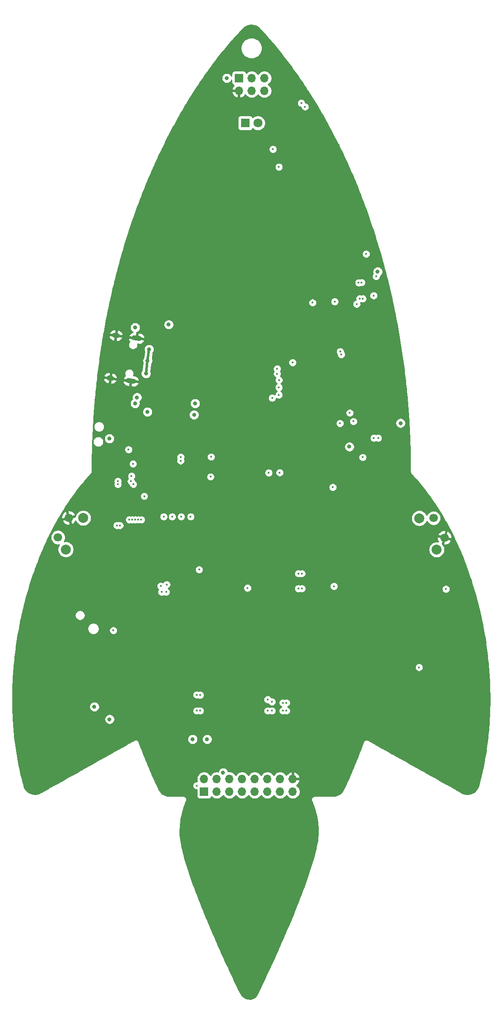
<source format=gbr>
%TF.GenerationSoftware,KiCad,Pcbnew,(5.1.10-1-10_14)*%
%TF.CreationDate,2021-08-27T15:48:04+02:00*%
%TF.ProjectId,OOO2021_Badge,4f4f4f32-3032-4315-9f42-616467652e6b,rev?*%
%TF.SameCoordinates,Original*%
%TF.FileFunction,Copper,L3,Inr*%
%TF.FilePolarity,Positive*%
%FSLAX46Y46*%
G04 Gerber Fmt 4.6, Leading zero omitted, Abs format (unit mm)*
G04 Created by KiCad (PCBNEW (5.1.10-1-10_14)) date 2021-08-27 15:48:04*
%MOMM*%
%LPD*%
G01*
G04 APERTURE LIST*
%TA.AperFunction,ComponentPad*%
%ADD10O,1.700000X1.700000*%
%TD*%
%TA.AperFunction,ComponentPad*%
%ADD11R,1.700000X1.700000*%
%TD*%
%TA.AperFunction,ComponentPad*%
%ADD12C,1.800000*%
%TD*%
%TA.AperFunction,ComponentPad*%
%ADD13R,1.800000X1.800000*%
%TD*%
%TA.AperFunction,ComponentPad*%
%ADD14C,2.000000*%
%TD*%
%TA.AperFunction,ComponentPad*%
%ADD15C,1.700000*%
%TD*%
%TA.AperFunction,ViaPad*%
%ADD16C,0.800000*%
%TD*%
%TA.AperFunction,ViaPad*%
%ADD17C,0.400000*%
%TD*%
%TA.AperFunction,Conductor*%
%ADD18C,0.500000*%
%TD*%
%TA.AperFunction,Conductor*%
%ADD19C,0.254000*%
%TD*%
%TA.AperFunction,Conductor*%
%ADD20C,0.100000*%
%TD*%
G04 APERTURE END LIST*
D10*
%TO.N,/SA_GPIO2*%
%TO.C,J5*%
X96080000Y-60540000D03*
%TO.N,/SA_GPIO1*%
X96080000Y-58000000D03*
%TO.N,/I2C_SCL*%
X93540000Y-60540000D03*
%TO.N,/I2C_SDA*%
X93540000Y-58000000D03*
%TO.N,GND*%
X91000000Y-60540000D03*
D11*
%TO.N,+3V3*%
X91000000Y-58000000D03*
%TD*%
D12*
%TO.N,Net-(D10-Pad2)*%
%TO.C,D10*%
X94790000Y-67000000D03*
D13*
%TO.N,Net-(D10-Pad1)*%
X92250000Y-67000000D03*
%TD*%
%TO.N,GND*%
%TO.C,J1*%
%TA.AperFunction,ComponentPad*%
G36*
G01*
X66555026Y-110114786D02*
X65960160Y-110036470D01*
G75*
G02*
X65529701Y-109475485I65263J495722D01*
G01*
X65529701Y-109475485D01*
G75*
G02*
X66090686Y-109045026I495722J-65263D01*
G01*
X66685552Y-109123342D01*
G75*
G02*
X67116011Y-109684327I-65263J-495722D01*
G01*
X67116011Y-109684327D01*
G75*
G02*
X66555026Y-110114786I-495722J65263D01*
G01*
G37*
%TD.AperFunction*%
%TA.AperFunction,ComponentPad*%
G36*
G01*
X65427280Y-118680869D02*
X64832414Y-118602553D01*
G75*
G02*
X64401955Y-118041568I65263J495722D01*
G01*
X64401955Y-118041568D01*
G75*
G02*
X64962940Y-117611109I495722J-65263D01*
G01*
X65557806Y-117689425D01*
G75*
G02*
X65988265Y-118250410I-65263J-495722D01*
G01*
X65988265Y-118250410D01*
G75*
G02*
X65427280Y-118680869I-495722J65263D01*
G01*
G37*
%TD.AperFunction*%
%TA.AperFunction,ComponentPad*%
G36*
G01*
X69819381Y-119259100D02*
X68728791Y-119115522D01*
G75*
G02*
X68298332Y-118554537I65263J495722D01*
G01*
X68298332Y-118554537D01*
G75*
G02*
X68859317Y-118124078I495722J-65263D01*
G01*
X69949907Y-118267656D01*
G75*
G02*
X70380366Y-118828641I-65263J-495722D01*
G01*
X70380366Y-118828641D01*
G75*
G02*
X69819381Y-119259100I-495722J65263D01*
G01*
G37*
%TD.AperFunction*%
%TA.AperFunction,ComponentPad*%
G36*
G01*
X70947128Y-110693016D02*
X69856538Y-110549438D01*
G75*
G02*
X69426079Y-109988453I65263J495722D01*
G01*
X69426079Y-109988453D01*
G75*
G02*
X69987064Y-109557994I495722J-65263D01*
G01*
X71077654Y-109701572D01*
G75*
G02*
X71508113Y-110262557I-65263J-495722D01*
G01*
X71508113Y-110262557D01*
G75*
G02*
X70947128Y-110693016I-495722J65263D01*
G01*
G37*
%TD.AperFunction*%
%TD*%
D10*
%TO.N,GND*%
%TO.C,J8*%
X101780000Y-198460000D03*
%TO.N,/RGB_OUT*%
X101780000Y-201000000D03*
%TO.N,Net-(J8-Pad14)*%
X99240000Y-198460000D03*
%TO.N,/STEMMA_SIG*%
X99240000Y-201000000D03*
%TO.N,/addons/I2C_SDA*%
X96700000Y-198460000D03*
%TO.N,Net-(J8-Pad11)*%
X96700000Y-201000000D03*
%TO.N,/addons/I2C_SCL*%
X94160000Y-198460000D03*
%TO.N,Net-(J8-Pad9)*%
X94160000Y-201000000D03*
%TO.N,Net-(J8-Pad8)*%
X91620000Y-198460000D03*
%TO.N,Net-(J8-Pad7)*%
X91620000Y-201000000D03*
%TO.N,Net-(J8-Pad6)*%
X89080000Y-198460000D03*
%TO.N,Net-(J8-Pad5)*%
X89080000Y-201000000D03*
%TO.N,Net-(J8-Pad4)*%
X86540000Y-198460000D03*
%TO.N,VEXT*%
X86540000Y-201000000D03*
%TO.N,/LPAD_DET*%
X84000000Y-198460000D03*
D11*
%TO.N,VBUS*%
X84000000Y-201000000D03*
%TD*%
D14*
%TO.N,N/C*%
%TO.C,SW10*%
X127143918Y-146217077D03*
X130634548Y-152514339D03*
D15*
%TO.N,GND*%
X132201589Y-150102186D03*
%TO.N,/io/BTN_RTrig*%
X130019945Y-146166397D03*
%TD*%
D14*
%TO.N,N/C*%
%TO.C,SW9*%
X56265452Y-152464339D03*
X59756082Y-146167077D03*
D15*
%TO.N,GND*%
X56880055Y-146116397D03*
%TO.N,/io/BTN_LTrig*%
X54698411Y-150052186D03*
%TD*%
D16*
%TO.N,GND*%
X77950000Y-114600000D03*
X77500000Y-111850000D03*
X101300000Y-127500000D03*
X76475000Y-182950000D03*
X74215699Y-187334301D03*
D17*
X63150000Y-124300000D03*
X74000000Y-105000000D03*
D16*
X79712500Y-103362500D03*
D17*
X76750000Y-105250000D03*
X81500000Y-101000000D03*
X72500000Y-109000000D03*
X71250000Y-107250000D03*
X76500000Y-109250000D03*
X73000000Y-101500000D03*
X75000000Y-118500000D03*
X66750000Y-125750000D03*
X73600000Y-131300000D03*
X97200000Y-55050000D03*
X97200000Y-64350000D03*
X77000000Y-95000000D03*
X97000000Y-95000000D03*
X73500000Y-97000000D03*
X71000000Y-101500000D03*
X67750000Y-103500000D03*
X118200000Y-102800000D03*
X118200000Y-95600000D03*
X117400000Y-93100000D03*
X111000000Y-91400000D03*
X111000000Y-71400000D03*
X107800000Y-71400000D03*
X111000000Y-81600000D03*
X107800000Y-81600000D03*
X107600000Y-91400000D03*
X103400000Y-66800000D03*
X108200000Y-66800000D03*
X73750000Y-146400000D03*
X77600000Y-147100000D03*
X79400000Y-147100000D03*
X78500000Y-182600000D03*
X85400000Y-133150000D03*
X79300000Y-133100000D03*
X81300000Y-147100000D03*
X79675000Y-130900000D03*
X85675000Y-127525000D03*
X61800000Y-134300000D03*
X98550000Y-143600000D03*
X96550000Y-143600000D03*
X99400000Y-149250000D03*
X96550000Y-149250000D03*
D16*
X60900000Y-184600000D03*
X87175884Y-190446199D03*
D17*
X69350000Y-140050000D03*
X75300000Y-138450000D03*
X72500000Y-139350000D03*
X110650000Y-130600000D03*
X112200000Y-129850000D03*
X75900000Y-147100000D03*
X118050000Y-125250000D03*
X75300000Y-140750000D03*
X116350000Y-128900000D03*
D16*
X72950000Y-127175000D03*
X77500000Y-125550000D03*
X76000000Y-127175000D03*
D17*
X120400000Y-137400000D03*
X123800000Y-137400000D03*
X94850000Y-191000000D03*
X74500000Y-164000000D03*
X74500000Y-173000000D03*
X74500000Y-168500000D03*
X77500000Y-168500000D03*
X77500000Y-164000000D03*
X77500000Y-173000000D03*
X102000000Y-173000000D03*
X104500000Y-173000000D03*
X102000000Y-168500000D03*
X104500000Y-168500000D03*
X102000000Y-164000000D03*
X104500000Y-164000000D03*
X85000000Y-185500000D03*
X95500000Y-185500000D03*
X95500000Y-188000000D03*
X90750000Y-187500000D03*
X103250000Y-185500000D03*
X103250000Y-182500000D03*
X98750000Y-182500000D03*
X98750000Y-185500000D03*
X83500000Y-191500000D03*
X83500000Y-196000000D03*
X88000000Y-195250000D03*
X89750000Y-193500000D03*
X85000000Y-181250000D03*
X90750000Y-181250000D03*
X90750000Y-185500000D03*
X95500000Y-181250000D03*
X75500000Y-178000000D03*
X81750000Y-178000000D03*
X70250000Y-173000000D03*
X70250000Y-168500000D03*
X68250000Y-164000000D03*
X60750000Y-158250000D03*
X68250000Y-158250000D03*
X53750000Y-161750000D03*
X57000000Y-161750000D03*
X60500000Y-167000000D03*
X113500000Y-164000000D03*
X116500000Y-164000000D03*
X118000000Y-168500000D03*
X121000000Y-168500000D03*
X122500000Y-173000000D03*
X125500000Y-173000000D03*
X122000000Y-185500000D03*
X122000000Y-182500000D03*
X112500000Y-182500000D03*
X112500000Y-185500000D03*
X101750000Y-196500000D03*
X80500000Y-196000000D03*
X80500000Y-201500000D03*
X104750000Y-201500000D03*
X106950000Y-160500000D03*
X107000000Y-156500000D03*
X113500000Y-160500000D03*
X113500000Y-156500000D03*
X120000000Y-158500000D03*
X118000000Y-156000000D03*
X100500000Y-156000000D03*
X100500000Y-161500000D03*
X93000000Y-156000000D03*
X93000000Y-161500000D03*
X85000000Y-156000000D03*
X85000000Y-161500000D03*
X70500000Y-152000000D03*
X85000000Y-152000000D03*
X61000000Y-151500000D03*
X61000000Y-148500000D03*
X59000000Y-176000000D03*
X56500000Y-178500000D03*
X126250000Y-178000000D03*
X129500000Y-180750000D03*
X104800000Y-138250000D03*
X105700000Y-140800000D03*
X85850000Y-102600000D03*
X95750000Y-98500000D03*
X98250000Y-98500000D03*
X98500000Y-99750000D03*
X97500000Y-105750000D03*
X95500000Y-105750000D03*
X96500000Y-105750000D03*
X94500000Y-105750000D03*
X94500000Y-105000000D03*
X94500000Y-104000000D03*
X94500000Y-100750000D03*
X94500000Y-99750000D03*
X94500000Y-98500000D03*
X97000000Y-98500000D03*
X98500000Y-101250000D03*
X98500000Y-102750000D03*
X98500000Y-104000000D03*
X98500000Y-105000000D03*
X81500000Y-106000000D03*
X82500000Y-107000000D03*
X84000000Y-107250000D03*
X85500000Y-107250000D03*
X87000000Y-107250000D03*
X93000000Y-106000000D03*
X77750000Y-106250000D03*
X77000000Y-106000000D03*
X82500000Y-100000000D03*
X86000000Y-100500000D03*
X83750000Y-106250000D03*
X86000000Y-99500000D03*
X85000000Y-98750000D03*
X83500000Y-99000000D03*
X79500000Y-95000000D03*
X82000000Y-95000000D03*
X84500000Y-95000000D03*
X87000000Y-95000000D03*
X89500000Y-95000000D03*
X92000000Y-95000000D03*
X94500000Y-95000000D03*
X101000000Y-95000000D03*
X99250000Y-98000000D03*
X100250000Y-99000000D03*
X101250000Y-100000000D03*
X102250000Y-101000000D03*
X103000000Y-102000000D03*
X103000000Y-103500000D03*
X103000000Y-105000000D03*
X100000000Y-105000000D03*
X101500000Y-105000000D03*
X78750000Y-107250000D03*
X79750000Y-108250000D03*
X80750000Y-109250000D03*
X82500000Y-110000000D03*
X84000000Y-110000000D03*
X85500000Y-110000000D03*
X87000000Y-110000000D03*
X88500000Y-110000000D03*
X90000000Y-110000000D03*
X91500000Y-110000000D03*
X93000000Y-110000000D03*
X94500000Y-108500000D03*
X96000000Y-108500000D03*
X97500000Y-108500000D03*
D16*
X102500000Y-110000000D03*
D17*
X72000000Y-98500000D03*
X71000000Y-100000000D03*
X74500000Y-99500000D03*
X76500000Y-97500000D03*
X93750000Y-109250000D03*
X107500000Y-101750000D03*
D16*
%TO.N,VIN*%
X72650000Y-124900000D03*
X84600000Y-190500000D03*
X81700000Y-190500000D03*
X70550000Y-122000000D03*
X76900000Y-107400000D03*
X70175000Y-107975000D03*
D17*
X65800000Y-168700000D03*
D16*
%TO.N,VBUS*%
X72950000Y-112350000D03*
X72350000Y-117200000D03*
X72665964Y-114645964D03*
%TO.N,+3V3*%
X82200000Y-123200000D03*
X88550000Y-58000000D03*
X118800000Y-96800000D03*
D17*
X110200000Y-102800000D03*
X105750000Y-103000000D03*
D16*
X81988336Y-125474990D03*
D17*
X75900000Y-145900000D03*
X77600000Y-145900000D03*
X79400000Y-145900000D03*
X81300000Y-145900000D03*
X85400000Y-133900000D03*
X79300000Y-134700000D03*
X79300000Y-133950000D03*
X82500000Y-199800000D03*
X111250000Y-127200000D03*
X113950000Y-126800000D03*
D16*
X123400000Y-127150000D03*
D17*
X69450000Y-137750000D03*
X69750000Y-135300000D03*
D16*
X113126257Y-131876257D03*
D17*
X118000000Y-101600000D03*
X114600000Y-103300000D03*
X97800000Y-72250000D03*
D16*
%TO.N,+BATT*%
X65000000Y-130250000D03*
X62000000Y-184000000D03*
D17*
X118900000Y-130150000D03*
X68846439Y-132446439D03*
%TO.N,/LPAD_DET*%
X76500000Y-159500000D03*
X75500000Y-161000000D03*
X82500000Y-184800000D03*
X82500000Y-181600000D03*
%TO.N,/I2C_SDA*%
X103500000Y-63000000D03*
X98650000Y-116250000D03*
X69350010Y-138813072D03*
X66700000Y-138800000D03*
X66500000Y-147650000D03*
X97600000Y-183000000D03*
X97600000Y-184800000D03*
X111300000Y-112800000D03*
%TO.N,/I2C_SCL*%
X104250000Y-63750000D03*
X118500000Y-97750000D03*
X98650000Y-117250000D03*
X69800000Y-139400000D03*
X66700000Y-139400000D03*
X67100000Y-147650000D03*
X96750000Y-184800000D03*
X96750000Y-182547990D03*
X111500000Y-113400000D03*
X116500000Y-93250000D03*
D16*
%TO.N,VUSB*%
X70150000Y-123200000D03*
X65050000Y-186500000D03*
D17*
X118050000Y-130150000D03*
D16*
%TO.N,VEXT*%
X87825000Y-197200000D03*
D17*
%TO.N,/LCD_DCX*%
X99000000Y-120000000D03*
%TO.N,/LCD_RST*%
X101750000Y-115000000D03*
%TO.N,/RGB*%
X102900000Y-157300000D03*
X102900000Y-160300000D03*
X99800000Y-183200000D03*
X99800000Y-184800000D03*
%TO.N,/~IO_INT*%
X72000000Y-141800000D03*
X113200000Y-125100000D03*
%TO.N,/LCD_BL*%
X96950000Y-137100000D03*
X99150000Y-137075000D03*
%TO.N,/STEMMA_SIG*%
X100500000Y-184800000D03*
X100500000Y-183200000D03*
X115800000Y-134000000D03*
X103600000Y-157300000D03*
X103600000Y-160300000D03*
X109800000Y-140000000D03*
%TO.N,/IR_RECV*%
X99000000Y-75800000D03*
%TO.N,Net-(LCD1-Pad11)*%
X85300000Y-137900000D03*
%TO.N,/io/BTN_A*%
X132500000Y-160400000D03*
%TO.N,/io/BTN_B*%
X127100000Y-176100000D03*
%TO.N,/io/BTN_Start*%
X75300000Y-159800000D03*
%TO.N,/io/BTN_Select*%
X110048058Y-159851942D03*
%TO.N,/io/BTN_Joy_B*%
X69000000Y-146500000D03*
%TO.N,/io/BTN_Joy_Cent*%
X69600000Y-146500000D03*
%TO.N,/io/BTN_Menu*%
X92700000Y-160200000D03*
%TO.N,/io/BTN_Joy_A*%
X70200000Y-146500000D03*
%TO.N,/io/BTN_Joy_D*%
X70800000Y-146500000D03*
%TO.N,/io/BTN_Joy_C*%
X71400000Y-146500000D03*
%TO.N,/SPI3_CLK*%
X99020693Y-118518547D03*
%TO.N,/SPI3_MOSI*%
X99000000Y-121500000D03*
%TO.N,/SPI3_CS0*%
X97650000Y-122100000D03*
%TO.N,/io/VEXT_EN*%
X83200000Y-184800000D03*
X83200000Y-181650000D03*
X76400000Y-161000000D03*
X83000000Y-156500000D03*
%TO.N,Net-(J7-Pad2)*%
X115200000Y-102200000D03*
X115000000Y-99000000D03*
%TO.N,Net-(J7-Pad3)*%
X115800000Y-102200000D03*
X115579336Y-98955483D03*
%TD*%
D18*
%TO.N,VBUS*%
X72665964Y-114645964D02*
X72950000Y-112350000D01*
X72350000Y-117200000D02*
X72665964Y-114645964D01*
%TD*%
D19*
%TO.N,GND*%
X93715633Y-47394887D02*
X93925825Y-47431859D01*
X94133778Y-47485811D01*
X94334801Y-47556318D01*
X94526910Y-47643428D01*
X94709662Y-47746419D01*
X94878147Y-47862695D01*
X95032828Y-47993464D01*
X95191155Y-48157774D01*
X95558520Y-48556358D01*
X95927715Y-48962829D01*
X96293445Y-49370740D01*
X96656589Y-49780405D01*
X97018008Y-50194334D01*
X97375664Y-50607815D01*
X97729974Y-51024826D01*
X98082986Y-51445621D01*
X98432632Y-51867419D01*
X98780314Y-52292463D01*
X99125169Y-52717953D01*
X99466424Y-53146506D01*
X99805381Y-53576031D01*
X100142316Y-54010592D01*
X100476452Y-54444781D01*
X100807755Y-54881620D01*
X101136395Y-55319029D01*
X101463133Y-55761695D01*
X101787474Y-56204744D01*
X102108693Y-56649448D01*
X102427098Y-57095234D01*
X102742696Y-57543108D01*
X103055583Y-57991650D01*
X103366991Y-58445456D01*
X103675516Y-58898409D01*
X103981128Y-59354294D01*
X104285041Y-59811456D01*
X104586169Y-60270148D01*
X104884741Y-60731017D01*
X105180295Y-61191828D01*
X105472747Y-61654429D01*
X105763523Y-62119669D01*
X106052775Y-62586847D01*
X106338378Y-63053581D01*
X106621395Y-63522461D01*
X106902561Y-63993390D01*
X107181629Y-64466453D01*
X107457818Y-64940175D01*
X107731799Y-65416361D01*
X108003287Y-65891887D01*
X108271672Y-66368311D01*
X108538183Y-66848267D01*
X108802710Y-67328593D01*
X109065120Y-67811665D01*
X109324500Y-68293655D01*
X109582312Y-68779848D01*
X109837445Y-69264870D01*
X110090356Y-69752997D01*
X110340992Y-70241145D01*
X110588846Y-70730293D01*
X110834890Y-71220590D01*
X111078467Y-71712314D01*
X111319807Y-72206529D01*
X111558785Y-72700007D01*
X111795553Y-73194806D01*
X112029509Y-73690954D01*
X112261503Y-74187376D01*
X112490988Y-74685521D01*
X112718952Y-75184815D01*
X112944060Y-75684725D01*
X113167433Y-76186965D01*
X113388165Y-76688539D01*
X113606666Y-77190783D01*
X113822752Y-77693725D01*
X114036945Y-78199347D01*
X114249512Y-78704654D01*
X114459249Y-79211601D01*
X114667197Y-79719033D01*
X114872698Y-80228063D01*
X115049528Y-80671003D01*
X115051989Y-80679116D01*
X115059585Y-80705802D01*
X115061751Y-80711298D01*
X115073281Y-80749306D01*
X115086433Y-80773912D01*
X115274748Y-81251642D01*
X115475495Y-81766937D01*
X115673197Y-82282337D01*
X115868787Y-82796681D01*
X116062465Y-83313949D01*
X116254160Y-83831238D01*
X116443624Y-84350670D01*
X116630581Y-84868781D01*
X116815850Y-85390163D01*
X116998795Y-85910729D01*
X117179620Y-86431917D01*
X117358401Y-86954521D01*
X117535268Y-87477765D01*
X117709729Y-88000945D01*
X117882419Y-88527474D01*
X118053199Y-89053259D01*
X118221018Y-89577198D01*
X118387155Y-90104776D01*
X118551173Y-90631266D01*
X118712695Y-91158401D01*
X118872734Y-91687218D01*
X119030794Y-92216406D01*
X119186407Y-92745726D01*
X119339946Y-93275446D01*
X119491749Y-93807006D01*
X119641261Y-94337212D01*
X119788479Y-94868747D01*
X119934263Y-95401499D01*
X120078034Y-95934797D01*
X120219262Y-96468257D01*
X120358497Y-97000716D01*
X120495856Y-97536217D01*
X120631283Y-98070959D01*
X120764466Y-98605081D01*
X120895605Y-99141381D01*
X121025211Y-99678332D01*
X121152684Y-100215688D01*
X121278219Y-100753265D01*
X121401603Y-101291576D01*
X121523030Y-101830479D01*
X121642392Y-102368057D01*
X121759896Y-102907317D01*
X121875526Y-103447124D01*
X121989316Y-103988695D01*
X122100828Y-104529330D01*
X122210385Y-105068657D01*
X122318192Y-105612172D01*
X122423776Y-106152046D01*
X122527783Y-106696467D01*
X122629632Y-107239064D01*
X122729273Y-107780571D01*
X122827260Y-108323279D01*
X122923134Y-108865870D01*
X123017331Y-109409545D01*
X123109282Y-109952888D01*
X123199665Y-110497974D01*
X123288028Y-111043278D01*
X123374461Y-111587966D01*
X123458877Y-112132491D01*
X123541565Y-112680424D01*
X123622187Y-113224874D01*
X123700946Y-113771506D01*
X123777934Y-114318293D01*
X123853012Y-114865941D01*
X123926187Y-115413517D01*
X123997396Y-115961281D01*
X124066593Y-116506894D01*
X124134089Y-117055428D01*
X124199503Y-117602035D01*
X124263250Y-118150859D01*
X124325098Y-118699622D01*
X124385124Y-119249124D01*
X124443275Y-119798765D01*
X124499449Y-120348556D01*
X124554025Y-120898296D01*
X124606507Y-121449018D01*
X124657180Y-121997562D01*
X124705755Y-122547015D01*
X124752689Y-123098061D01*
X124797783Y-123647545D01*
X124841001Y-124199218D01*
X124882349Y-124748202D01*
X124921783Y-125298897D01*
X124959528Y-125849637D01*
X124995278Y-126400338D01*
X125029327Y-126950891D01*
X125061504Y-127501783D01*
X125091870Y-128053346D01*
X125120457Y-128604168D01*
X125147145Y-129157839D01*
X125171943Y-129709587D01*
X125195056Y-130260490D01*
X125216264Y-130812128D01*
X125235575Y-131363573D01*
X125253216Y-131915710D01*
X125269046Y-132467277D01*
X125282891Y-133020069D01*
X125295142Y-133570862D01*
X125305399Y-134123577D01*
X125314374Y-134675983D01*
X125321339Y-135228326D01*
X125326317Y-135780866D01*
X125329304Y-136332309D01*
X125330208Y-136834053D01*
X125327471Y-136854101D01*
X125330300Y-136900669D01*
X125330300Y-136918547D01*
X125330361Y-136919165D01*
X125330362Y-136919781D01*
X125333148Y-136947555D01*
X125335653Y-136988785D01*
X125338156Y-136998307D01*
X125340212Y-137019183D01*
X125340394Y-137019784D01*
X125340456Y-137020399D01*
X125359861Y-137083958D01*
X125365919Y-137103927D01*
X125369956Y-137119286D01*
X125371604Y-137122668D01*
X125379381Y-137148306D01*
X125379676Y-137148858D01*
X125379857Y-137149451D01*
X125411368Y-137208151D01*
X125442988Y-137267307D01*
X125443384Y-137267790D01*
X125443678Y-137268337D01*
X125486196Y-137319955D01*
X125528590Y-137371611D01*
X125529070Y-137372005D01*
X125529467Y-137372487D01*
X125564398Y-137401049D01*
X125888901Y-137750844D01*
X126257539Y-138157596D01*
X126619597Y-138567752D01*
X126975483Y-138981984D01*
X127326648Y-139401491D01*
X127672743Y-139824878D01*
X128013479Y-140253136D01*
X128350021Y-140686748D01*
X128680979Y-141123489D01*
X129006417Y-141563325D01*
X129328047Y-142008005D01*
X129643580Y-142455667D01*
X129954585Y-142906587D01*
X130261174Y-143362327D01*
X130562425Y-143820172D01*
X130859013Y-144282235D01*
X131150757Y-144746261D01*
X131438255Y-145215224D01*
X131721283Y-145686706D01*
X131998879Y-146159566D01*
X132271490Y-146635647D01*
X132540286Y-147115289D01*
X132804441Y-147596559D01*
X133063960Y-148080810D01*
X133318503Y-148566359D01*
X133568988Y-149054676D01*
X133814740Y-149545190D01*
X134056698Y-150038599D01*
X134294149Y-150535058D01*
X134526985Y-151032012D01*
X134755962Y-151531726D01*
X134980625Y-152033286D01*
X135200873Y-152536909D01*
X135417143Y-153042693D01*
X135628912Y-153549593D01*
X135836960Y-154058573D01*
X136040754Y-154569296D01*
X136240094Y-155081007D01*
X136435927Y-155596095D01*
X136627704Y-156111925D01*
X136815325Y-156630011D01*
X136998462Y-157147034D01*
X137178072Y-157667844D01*
X137353912Y-158190210D01*
X137525762Y-158713186D01*
X137693443Y-159238118D01*
X137856758Y-159762356D01*
X138016823Y-160289627D01*
X138172677Y-160816739D01*
X138324338Y-161344728D01*
X138472198Y-161873934D01*
X138616248Y-162404330D01*
X138756694Y-162935590D01*
X138893398Y-163469526D01*
X139026039Y-164002867D01*
X139154692Y-164537103D01*
X139279590Y-165072383D01*
X139400902Y-165608573D01*
X139518193Y-166145951D01*
X139631919Y-166683348D01*
X139741813Y-167222411D01*
X139848013Y-167762831D01*
X139950280Y-168302905D01*
X140048662Y-168844408D01*
X140143637Y-169386694D01*
X140234410Y-169928759D01*
X140321786Y-170473241D01*
X140404941Y-171015388D01*
X140484369Y-171558790D01*
X140560103Y-172103005D01*
X140631959Y-172648117D01*
X140699979Y-173193466D01*
X140764321Y-173738736D01*
X140824788Y-174285907D01*
X140881603Y-174833227D01*
X140934528Y-175381310D01*
X140983303Y-175928549D01*
X141028520Y-176477899D01*
X141069749Y-177024977D01*
X141107014Y-177573051D01*
X141140517Y-178123161D01*
X141170055Y-178672292D01*
X141195627Y-179221406D01*
X141217233Y-179770479D01*
X141234875Y-180320533D01*
X141248552Y-180870576D01*
X141258468Y-181421930D01*
X141264407Y-181971355D01*
X141265398Y-182520413D01*
X141263417Y-183070385D01*
X141256487Y-183619876D01*
X141245683Y-184169981D01*
X141230823Y-184718820D01*
X141211803Y-185268622D01*
X141188524Y-185818402D01*
X141161091Y-186367087D01*
X141129304Y-186916686D01*
X141093347Y-187464469D01*
X141053152Y-188011945D01*
X141008498Y-188558500D01*
X140959483Y-189106091D01*
X140906226Y-189651529D01*
X140848212Y-190198010D01*
X140785941Y-190743496D01*
X140719239Y-191287806D01*
X140647699Y-191833009D01*
X140571721Y-192376136D01*
X140491163Y-192918473D01*
X140405790Y-193461576D01*
X140315686Y-194002592D01*
X140220802Y-194543796D01*
X140121128Y-195084685D01*
X140016548Y-195623403D01*
X139906944Y-196161527D01*
X139792668Y-196699294D01*
X139673308Y-197234834D01*
X139549062Y-197768589D01*
X139419820Y-198301167D01*
X139284966Y-198833664D01*
X139145192Y-199364115D01*
X139004156Y-199878458D01*
X138932916Y-200093233D01*
X138848742Y-200280702D01*
X138744632Y-200461078D01*
X138623248Y-200628894D01*
X138482536Y-200788637D01*
X138327820Y-200933659D01*
X138158508Y-201064195D01*
X137975127Y-201180318D01*
X137780909Y-201280803D01*
X137579567Y-201363525D01*
X137372338Y-201427335D01*
X137158690Y-201472759D01*
X136943508Y-201499201D01*
X136728412Y-201505364D01*
X136515154Y-201491516D01*
X136303990Y-201457803D01*
X136101407Y-201404949D01*
X135901091Y-201330363D01*
X135714206Y-201239862D01*
X135520882Y-201120297D01*
X135508695Y-201111802D01*
X135492288Y-201102612D01*
X135476293Y-201092720D01*
X135462953Y-201086182D01*
X135003067Y-200828599D01*
X134557638Y-200578063D01*
X134556989Y-200577611D01*
X134528518Y-200561684D01*
X134499684Y-200545466D01*
X134498950Y-200545143D01*
X134052611Y-200295456D01*
X133575729Y-200028354D01*
X133130686Y-199778193D01*
X133130406Y-199777997D01*
X133101125Y-199761576D01*
X133072319Y-199745384D01*
X133072011Y-199745249D01*
X132654280Y-199510982D01*
X132654255Y-199510965D01*
X132625696Y-199494953D01*
X132595612Y-199478081D01*
X132595583Y-199478068D01*
X132178002Y-199243936D01*
X132177951Y-199243900D01*
X132148052Y-199227143D01*
X132119357Y-199211054D01*
X132119302Y-199211030D01*
X131671137Y-198959854D01*
X131225152Y-198709848D01*
X131224998Y-198709741D01*
X131194454Y-198692640D01*
X131166602Y-198677027D01*
X131166445Y-198676958D01*
X130720587Y-198427330D01*
X130245705Y-198160901D01*
X129798727Y-197909864D01*
X129798129Y-197909448D01*
X129769605Y-197893508D01*
X129740698Y-197877273D01*
X129740022Y-197876976D01*
X129292827Y-197627073D01*
X128817419Y-197360628D01*
X128370497Y-197109158D01*
X128369898Y-197108741D01*
X128341105Y-197092620D01*
X128312482Y-197076515D01*
X128311817Y-197076223D01*
X127865013Y-196826065D01*
X127418618Y-196575881D01*
X127418598Y-196575867D01*
X127392944Y-196561492D01*
X127359948Y-196542999D01*
X127359913Y-196542984D01*
X126912500Y-196292282D01*
X126466721Y-196041970D01*
X126466345Y-196041708D01*
X126437310Y-196025455D01*
X126408443Y-196009246D01*
X126408025Y-196009063D01*
X125962594Y-195759726D01*
X125486198Y-195492674D01*
X125039877Y-195242057D01*
X125039651Y-195241900D01*
X125010721Y-195225686D01*
X124981443Y-195209246D01*
X124981188Y-195209134D01*
X124533718Y-194958348D01*
X124087646Y-194707977D01*
X124087395Y-194707802D01*
X124058449Y-194691589D01*
X124029233Y-194675191D01*
X124028950Y-194675067D01*
X123581338Y-194424359D01*
X123107666Y-194158833D01*
X122658764Y-193907034D01*
X122658759Y-193907030D01*
X122182336Y-193639793D01*
X122181933Y-193639513D01*
X122152774Y-193623211D01*
X122124067Y-193607109D01*
X122123624Y-193606915D01*
X121677640Y-193357584D01*
X121231520Y-193107028D01*
X121231195Y-193106802D01*
X121202469Y-193090713D01*
X121173198Y-193074273D01*
X121172829Y-193074111D01*
X120725535Y-192823581D01*
X120278243Y-192572114D01*
X120277795Y-192571802D01*
X120248991Y-192555669D01*
X120220062Y-192539405D01*
X120219560Y-192539184D01*
X119801016Y-192304757D01*
X119800945Y-192304708D01*
X119772352Y-192288703D01*
X119742383Y-192271917D01*
X119742300Y-192271881D01*
X119296734Y-192022469D01*
X118850709Y-191772072D01*
X118850555Y-191771965D01*
X118820892Y-191755333D01*
X118792188Y-191739219D01*
X118792022Y-191739146D01*
X118374121Y-191504834D01*
X118373894Y-191504676D01*
X118344363Y-191488149D01*
X118315657Y-191472054D01*
X118315411Y-191471946D01*
X117869785Y-191222554D01*
X117423427Y-190971970D01*
X117423098Y-190971741D01*
X117393658Y-190955258D01*
X117365088Y-190939219D01*
X117364731Y-190939062D01*
X116961794Y-190713465D01*
X116947519Y-190702510D01*
X116903058Y-190680580D01*
X116889280Y-190672866D01*
X116872875Y-190665693D01*
X116826507Y-190642822D01*
X116811173Y-190638712D01*
X116796628Y-190632352D01*
X116746120Y-190621276D01*
X116696174Y-190607889D01*
X116680334Y-190606850D01*
X116664827Y-190603449D01*
X116613117Y-190602439D01*
X116561530Y-190599054D01*
X116545797Y-190601124D01*
X116529920Y-190600814D01*
X116479008Y-190609912D01*
X116427750Y-190616656D01*
X116412718Y-190621757D01*
X116397091Y-190624550D01*
X116348931Y-190643406D01*
X116299976Y-190660020D01*
X116286231Y-190667954D01*
X116271445Y-190673743D01*
X116227901Y-190701624D01*
X116183115Y-190727476D01*
X116171176Y-190737945D01*
X116157810Y-190746503D01*
X116120542Y-190782343D01*
X116081660Y-190816437D01*
X116071996Y-190829029D01*
X116060553Y-190840034D01*
X116030986Y-190882467D01*
X115999510Y-190923481D01*
X115992490Y-190937714D01*
X115983412Y-190950742D01*
X115962691Y-190998129D01*
X115954778Y-191014172D01*
X115949220Y-191028935D01*
X115929352Y-191074372D01*
X115925497Y-191091953D01*
X115750012Y-191558099D01*
X115555720Y-192067716D01*
X115359099Y-192577182D01*
X115160381Y-193086663D01*
X114959221Y-193595780D01*
X114756210Y-194103308D01*
X114551462Y-194609707D01*
X114344137Y-195115839D01*
X114135359Y-195619137D01*
X113923538Y-196123567D01*
X113710085Y-196626865D01*
X113494384Y-197128079D01*
X113276343Y-197629640D01*
X113056859Y-198128423D01*
X112834525Y-198626809D01*
X112610108Y-199124961D01*
X112383385Y-199621385D01*
X112154136Y-200118455D01*
X111931929Y-200593589D01*
X111823694Y-200788991D01*
X111703727Y-200965777D01*
X111567444Y-201130921D01*
X111416335Y-201283346D01*
X111252503Y-201420708D01*
X111076170Y-201542690D01*
X110889769Y-201647705D01*
X110693007Y-201735808D01*
X110492012Y-201804242D01*
X110282364Y-201854397D01*
X110071099Y-201884600D01*
X109839390Y-201897000D01*
X106204989Y-201897000D01*
X106170994Y-201893687D01*
X106104930Y-201900262D01*
X106037417Y-201906912D01*
X106037073Y-201907016D01*
X106036724Y-201907051D01*
X105973076Y-201926430D01*
X105908294Y-201946081D01*
X105907979Y-201946249D01*
X105907642Y-201946352D01*
X105849036Y-201977755D01*
X105789293Y-202009688D01*
X105789016Y-202009916D01*
X105788707Y-202010081D01*
X105737344Y-202052322D01*
X105684989Y-202095289D01*
X105684763Y-202095565D01*
X105684490Y-202095789D01*
X105642692Y-202146827D01*
X105599388Y-202199593D01*
X105599218Y-202199911D01*
X105598996Y-202200182D01*
X105567831Y-202258632D01*
X105535781Y-202318594D01*
X105535677Y-202318938D01*
X105535512Y-202319247D01*
X105516306Y-202382796D01*
X105496612Y-202447717D01*
X105496577Y-202448073D01*
X105496475Y-202448410D01*
X105490015Y-202514694D01*
X105483386Y-202582000D01*
X105483421Y-202582356D01*
X105483387Y-202582706D01*
X105489963Y-202648777D01*
X105496612Y-202716283D01*
X105496716Y-202716627D01*
X105496751Y-202716976D01*
X105516075Y-202780445D01*
X105535781Y-202845406D01*
X105551885Y-202875535D01*
X105734299Y-203314643D01*
X105909547Y-203777889D01*
X106070282Y-204248893D01*
X106215729Y-204724134D01*
X106346238Y-205204201D01*
X106461382Y-205687961D01*
X106561151Y-206175785D01*
X106645543Y-206665832D01*
X106714595Y-207156867D01*
X106768596Y-207651801D01*
X106807360Y-208148818D01*
X106830881Y-208646122D01*
X106839408Y-209137835D01*
X106822649Y-209654654D01*
X106778389Y-210171646D01*
X106712131Y-210693880D01*
X106628292Y-211219080D01*
X106530057Y-211744679D01*
X106419691Y-212270182D01*
X106299271Y-212796469D01*
X106169870Y-213320354D01*
X106032765Y-213845560D01*
X105888752Y-214368621D01*
X105738714Y-214891781D01*
X105583078Y-215414522D01*
X105422668Y-215935704D01*
X105257500Y-216456559D01*
X105088657Y-216975769D01*
X104915736Y-217494334D01*
X104739356Y-218013452D01*
X104559841Y-218530466D01*
X104376932Y-219048096D01*
X104191587Y-219563881D01*
X104004021Y-220078769D01*
X103813948Y-220591727D01*
X103621045Y-221106333D01*
X103426547Y-221618692D01*
X103229553Y-222132071D01*
X103030912Y-222642353D01*
X102830403Y-223153845D01*
X102628427Y-223663264D01*
X102424055Y-224173448D01*
X102218387Y-224683632D01*
X102010713Y-225192850D01*
X101801774Y-225702239D01*
X101592083Y-226209281D01*
X101380829Y-226715493D01*
X101167861Y-227223464D01*
X100954087Y-227729743D01*
X100738952Y-228235180D01*
X100522829Y-228739831D01*
X100304903Y-229245498D01*
X100086244Y-229751248D01*
X99866596Y-230254752D01*
X99645596Y-230759065D01*
X99424059Y-231262559D01*
X99201615Y-231765075D01*
X98977678Y-232268034D01*
X98752818Y-232771050D01*
X98527388Y-233273780D01*
X98300806Y-233775634D01*
X98073343Y-234277670D01*
X97845427Y-234778387D01*
X97615985Y-235279261D01*
X97386449Y-235779811D01*
X97156460Y-236278486D01*
X96925307Y-236777738D01*
X96692917Y-237277640D01*
X96460093Y-237776264D01*
X96226849Y-238274503D01*
X95993059Y-238771991D01*
X95758506Y-239268832D01*
X95523077Y-239765263D01*
X95286976Y-240262002D01*
X95049548Y-240759434D01*
X94824813Y-241228299D01*
X94823829Y-241229942D01*
X94810233Y-241258718D01*
X94796550Y-241287264D01*
X94795899Y-241289054D01*
X94655644Y-241585896D01*
X94456518Y-241935987D01*
X94323810Y-242094872D01*
X94161857Y-242239977D01*
X93980788Y-242360460D01*
X93781227Y-242455323D01*
X93564477Y-242524235D01*
X93337635Y-242563982D01*
X93100542Y-242571882D01*
X92855989Y-242547878D01*
X92609400Y-242488802D01*
X92359373Y-242391205D01*
X92109749Y-242253873D01*
X91863610Y-242072036D01*
X91622648Y-241841260D01*
X91401071Y-241569957D01*
X91159460Y-241150069D01*
X90949970Y-240750366D01*
X90718044Y-240264463D01*
X90481665Y-239767560D01*
X90246241Y-239270201D01*
X90010687Y-238771876D01*
X89776665Y-238274104D01*
X89543552Y-237776358D01*
X89311135Y-237277612D01*
X89078682Y-236777361D01*
X88847824Y-236278534D01*
X88616939Y-235778350D01*
X88387492Y-235278773D01*
X88158158Y-234776792D01*
X87930126Y-234276042D01*
X87703068Y-233774462D01*
X87476419Y-233272574D01*
X87251107Y-232770883D01*
X87026942Y-232269302D01*
X86803673Y-231766949D01*
X86580402Y-231263242D01*
X86358938Y-230759915D01*
X86138194Y-230255956D01*
X85918753Y-229752243D01*
X85699767Y-229246661D01*
X85482142Y-228740997D01*
X85265224Y-228234421D01*
X85050389Y-227729920D01*
X84836466Y-227222766D01*
X84623203Y-226714570D01*
X84411933Y-226208320D01*
X84201877Y-225700362D01*
X83993030Y-225190956D01*
X83785848Y-224682717D01*
X83579944Y-224172691D01*
X83375492Y-223661563D01*
X83172783Y-223150811D01*
X82972112Y-222639179D01*
X82772989Y-222126442D01*
X82576314Y-221614590D01*
X82381827Y-221102261D01*
X82188958Y-220588009D01*
X81998743Y-220073944D01*
X81810783Y-219558795D01*
X81625588Y-219043152D01*
X81443220Y-218527635D01*
X81263678Y-218009554D01*
X81087104Y-217490454D01*
X80914042Y-216971765D01*
X80745272Y-216452779D01*
X80580452Y-215931775D01*
X80419944Y-215411261D01*
X80264466Y-214889712D01*
X80114399Y-214366796D01*
X79970326Y-213842539D01*
X79833135Y-213318360D01*
X79703834Y-212793505D01*
X79583484Y-212269060D01*
X79473041Y-211742674D01*
X79374866Y-211217845D01*
X79290957Y-210693775D01*
X79224809Y-210171653D01*
X79180348Y-209653570D01*
X79163567Y-209137029D01*
X79170964Y-208644803D01*
X79193706Y-208147758D01*
X79231700Y-207650766D01*
X79285022Y-207154943D01*
X79353867Y-206661137D01*
X79437943Y-206170297D01*
X79537218Y-205683506D01*
X79652200Y-205198664D01*
X79782254Y-204718865D01*
X79927650Y-204243793D01*
X80088644Y-203771633D01*
X80264361Y-203306501D01*
X80446715Y-202867534D01*
X80462819Y-202837406D01*
X80482526Y-202772442D01*
X80501849Y-202708977D01*
X80501884Y-202708626D01*
X80501988Y-202708283D01*
X80508630Y-202640852D01*
X80515213Y-202574707D01*
X80515179Y-202574357D01*
X80515214Y-202574000D01*
X80508585Y-202506695D01*
X80502125Y-202440409D01*
X80502023Y-202440071D01*
X80501988Y-202439717D01*
X80482335Y-202374930D01*
X80463088Y-202311247D01*
X80462923Y-202310938D01*
X80462819Y-202310594D01*
X80430749Y-202250594D01*
X80399604Y-202192181D01*
X80399380Y-202191908D01*
X80399212Y-202191593D01*
X80356599Y-202139669D01*
X80314110Y-202087788D01*
X80313835Y-202087562D01*
X80313611Y-202087289D01*
X80261450Y-202044481D01*
X80209893Y-202002081D01*
X80209584Y-202001916D01*
X80209307Y-202001688D01*
X80149769Y-201969864D01*
X80090959Y-201938352D01*
X80090620Y-201938249D01*
X80090306Y-201938081D01*
X80026108Y-201918607D01*
X79961876Y-201899050D01*
X79961522Y-201899015D01*
X79961183Y-201898912D01*
X79894148Y-201892309D01*
X79827606Y-201885687D01*
X79793608Y-201889000D01*
X77030100Y-201889000D01*
X76795122Y-201878969D01*
X76584776Y-201850471D01*
X76376049Y-201802162D01*
X76176219Y-201734890D01*
X75980028Y-201647984D01*
X75794883Y-201543764D01*
X75619209Y-201422024D01*
X75455696Y-201284735D01*
X75305531Y-201132952D01*
X75169501Y-200967062D01*
X75049598Y-200789801D01*
X74941349Y-200593792D01*
X74718489Y-200118077D01*
X74533512Y-199717760D01*
X81665000Y-199717760D01*
X81665000Y-199882240D01*
X81697089Y-200043560D01*
X81760033Y-200195521D01*
X81851413Y-200332281D01*
X81967719Y-200448587D01*
X82104479Y-200539967D01*
X82256440Y-200602911D01*
X82417760Y-200635000D01*
X82511928Y-200635000D01*
X82511928Y-201850000D01*
X82524188Y-201974482D01*
X82560498Y-202094180D01*
X82619463Y-202204494D01*
X82698815Y-202301185D01*
X82795506Y-202380537D01*
X82905820Y-202439502D01*
X83025518Y-202475812D01*
X83150000Y-202488072D01*
X84850000Y-202488072D01*
X84974482Y-202475812D01*
X85094180Y-202439502D01*
X85204494Y-202380537D01*
X85301185Y-202301185D01*
X85380537Y-202204494D01*
X85439502Y-202094180D01*
X85461513Y-202021620D01*
X85593368Y-202153475D01*
X85836589Y-202315990D01*
X86106842Y-202427932D01*
X86393740Y-202485000D01*
X86686260Y-202485000D01*
X86973158Y-202427932D01*
X87243411Y-202315990D01*
X87486632Y-202153475D01*
X87693475Y-201946632D01*
X87810000Y-201772240D01*
X87926525Y-201946632D01*
X88133368Y-202153475D01*
X88376589Y-202315990D01*
X88646842Y-202427932D01*
X88933740Y-202485000D01*
X89226260Y-202485000D01*
X89513158Y-202427932D01*
X89783411Y-202315990D01*
X90026632Y-202153475D01*
X90233475Y-201946632D01*
X90350000Y-201772240D01*
X90466525Y-201946632D01*
X90673368Y-202153475D01*
X90916589Y-202315990D01*
X91186842Y-202427932D01*
X91473740Y-202485000D01*
X91766260Y-202485000D01*
X92053158Y-202427932D01*
X92323411Y-202315990D01*
X92566632Y-202153475D01*
X92773475Y-201946632D01*
X92890000Y-201772240D01*
X93006525Y-201946632D01*
X93213368Y-202153475D01*
X93456589Y-202315990D01*
X93726842Y-202427932D01*
X94013740Y-202485000D01*
X94306260Y-202485000D01*
X94593158Y-202427932D01*
X94863411Y-202315990D01*
X95106632Y-202153475D01*
X95313475Y-201946632D01*
X95430000Y-201772240D01*
X95546525Y-201946632D01*
X95753368Y-202153475D01*
X95996589Y-202315990D01*
X96266842Y-202427932D01*
X96553740Y-202485000D01*
X96846260Y-202485000D01*
X97133158Y-202427932D01*
X97403411Y-202315990D01*
X97646632Y-202153475D01*
X97853475Y-201946632D01*
X97970000Y-201772240D01*
X98086525Y-201946632D01*
X98293368Y-202153475D01*
X98536589Y-202315990D01*
X98806842Y-202427932D01*
X99093740Y-202485000D01*
X99386260Y-202485000D01*
X99673158Y-202427932D01*
X99943411Y-202315990D01*
X100186632Y-202153475D01*
X100393475Y-201946632D01*
X100510000Y-201772240D01*
X100626525Y-201946632D01*
X100833368Y-202153475D01*
X101076589Y-202315990D01*
X101346842Y-202427932D01*
X101633740Y-202485000D01*
X101926260Y-202485000D01*
X102213158Y-202427932D01*
X102483411Y-202315990D01*
X102726632Y-202153475D01*
X102933475Y-201946632D01*
X103095990Y-201703411D01*
X103207932Y-201433158D01*
X103265000Y-201146260D01*
X103265000Y-200853740D01*
X103207932Y-200566842D01*
X103095990Y-200296589D01*
X102933475Y-200053368D01*
X102726632Y-199846525D01*
X102550594Y-199728900D01*
X102780269Y-199557588D01*
X102975178Y-199341355D01*
X103124157Y-199091252D01*
X103221481Y-198816891D01*
X103100814Y-198587000D01*
X101907000Y-198587000D01*
X101907000Y-198607000D01*
X101653000Y-198607000D01*
X101653000Y-198587000D01*
X101633000Y-198587000D01*
X101633000Y-198333000D01*
X101653000Y-198333000D01*
X101653000Y-197139845D01*
X101907000Y-197139845D01*
X101907000Y-198333000D01*
X103100814Y-198333000D01*
X103221481Y-198103109D01*
X103124157Y-197828748D01*
X102975178Y-197578645D01*
X102780269Y-197362412D01*
X102546920Y-197188359D01*
X102284099Y-197063175D01*
X102136890Y-197018524D01*
X101907000Y-197139845D01*
X101653000Y-197139845D01*
X101423110Y-197018524D01*
X101275901Y-197063175D01*
X101013080Y-197188359D01*
X100779731Y-197362412D01*
X100584822Y-197578645D01*
X100515195Y-197695534D01*
X100393475Y-197513368D01*
X100186632Y-197306525D01*
X99943411Y-197144010D01*
X99673158Y-197032068D01*
X99386260Y-196975000D01*
X99093740Y-196975000D01*
X98806842Y-197032068D01*
X98536589Y-197144010D01*
X98293368Y-197306525D01*
X98086525Y-197513368D01*
X97970000Y-197687760D01*
X97853475Y-197513368D01*
X97646632Y-197306525D01*
X97403411Y-197144010D01*
X97133158Y-197032068D01*
X96846260Y-196975000D01*
X96553740Y-196975000D01*
X96266842Y-197032068D01*
X95996589Y-197144010D01*
X95753368Y-197306525D01*
X95546525Y-197513368D01*
X95430000Y-197687760D01*
X95313475Y-197513368D01*
X95106632Y-197306525D01*
X94863411Y-197144010D01*
X94593158Y-197032068D01*
X94306260Y-196975000D01*
X94013740Y-196975000D01*
X93726842Y-197032068D01*
X93456589Y-197144010D01*
X93213368Y-197306525D01*
X93006525Y-197513368D01*
X92890000Y-197687760D01*
X92773475Y-197513368D01*
X92566632Y-197306525D01*
X92323411Y-197144010D01*
X92053158Y-197032068D01*
X91766260Y-196975000D01*
X91473740Y-196975000D01*
X91186842Y-197032068D01*
X90916589Y-197144010D01*
X90673368Y-197306525D01*
X90466525Y-197513368D01*
X90350000Y-197687760D01*
X90233475Y-197513368D01*
X90026632Y-197306525D01*
X89783411Y-197144010D01*
X89513158Y-197032068D01*
X89226260Y-196975000D01*
X88933740Y-196975000D01*
X88839260Y-196993793D01*
X88820226Y-196898102D01*
X88742205Y-196709744D01*
X88628937Y-196540226D01*
X88484774Y-196396063D01*
X88315256Y-196282795D01*
X88126898Y-196204774D01*
X87926939Y-196165000D01*
X87723061Y-196165000D01*
X87523102Y-196204774D01*
X87334744Y-196282795D01*
X87165226Y-196396063D01*
X87021063Y-196540226D01*
X86907795Y-196709744D01*
X86829774Y-196898102D01*
X86809598Y-196999534D01*
X86686260Y-196975000D01*
X86393740Y-196975000D01*
X86106842Y-197032068D01*
X85836589Y-197144010D01*
X85593368Y-197306525D01*
X85386525Y-197513368D01*
X85270000Y-197687760D01*
X85153475Y-197513368D01*
X84946632Y-197306525D01*
X84703411Y-197144010D01*
X84433158Y-197032068D01*
X84146260Y-196975000D01*
X83853740Y-196975000D01*
X83566842Y-197032068D01*
X83296589Y-197144010D01*
X83053368Y-197306525D01*
X82846525Y-197513368D01*
X82684010Y-197756589D01*
X82572068Y-198026842D01*
X82515000Y-198313740D01*
X82515000Y-198606260D01*
X82572068Y-198893158D01*
X82603584Y-198969246D01*
X82582240Y-198965000D01*
X82417760Y-198965000D01*
X82256440Y-198997089D01*
X82104479Y-199060033D01*
X81967719Y-199151413D01*
X81851413Y-199267719D01*
X81760033Y-199404479D01*
X81697089Y-199556440D01*
X81665000Y-199717760D01*
X74533512Y-199717760D01*
X74488386Y-199620102D01*
X74261299Y-199122978D01*
X74036190Y-198623618D01*
X73813071Y-198123490D01*
X73591902Y-197621284D01*
X73373989Y-197120244D01*
X73157822Y-196617114D01*
X72943756Y-196112786D01*
X72731626Y-195606582D01*
X72522212Y-195101201D01*
X72314886Y-194594825D01*
X72109799Y-194087825D01*
X71907045Y-193579450D01*
X71705956Y-193070012D01*
X71507230Y-192559514D01*
X71310475Y-192049224D01*
X71115679Y-191536131D01*
X70945812Y-191083856D01*
X70943693Y-191074204D01*
X70933065Y-191049915D01*
X70927795Y-191035885D01*
X70922278Y-191018857D01*
X70915978Y-191004422D01*
X70910432Y-190989655D01*
X70902516Y-190973575D01*
X70881830Y-190926176D01*
X70872774Y-190913159D01*
X70865769Y-190898930D01*
X70834310Y-190857872D01*
X70804769Y-190815412D01*
X70793346Y-190804410D01*
X70783701Y-190791823D01*
X70744842Y-190757696D01*
X70707580Y-190721810D01*
X70694229Y-190713248D01*
X70682315Y-190702785D01*
X70637537Y-190676891D01*
X70593997Y-190648969D01*
X70579235Y-190643177D01*
X70565506Y-190635238D01*
X70516537Y-190618577D01*
X70468387Y-190599685D01*
X70452780Y-190596885D01*
X70437765Y-190591776D01*
X70386480Y-190584988D01*
X70335575Y-190575854D01*
X70319722Y-190576152D01*
X70303998Y-190574071D01*
X70252378Y-190577419D01*
X70200666Y-190578391D01*
X70185173Y-190581777D01*
X70169348Y-190582803D01*
X70119379Y-190596155D01*
X70068845Y-190607198D01*
X70054311Y-190613541D01*
X70038989Y-190617635D01*
X69992577Y-190640483D01*
X69945176Y-190661170D01*
X69932159Y-190670226D01*
X69917930Y-190677231D01*
X69876872Y-190708690D01*
X69834412Y-190738231D01*
X69823410Y-190749654D01*
X69810823Y-190759299D01*
X69792718Y-190779914D01*
X69507031Y-190939962D01*
X69506998Y-190939976D01*
X69477554Y-190956475D01*
X69448353Y-190972834D01*
X69448324Y-190972854D01*
X69032013Y-191206136D01*
X69031701Y-191206273D01*
X69002069Y-191222916D01*
X68973593Y-191238872D01*
X68973325Y-191239059D01*
X68527596Y-191489395D01*
X68058322Y-191752181D01*
X67604955Y-192006014D01*
X67604677Y-192006136D01*
X67575564Y-192022470D01*
X67546502Y-192038741D01*
X67546254Y-192038914D01*
X67100470Y-192289018D01*
X66625446Y-192555359D01*
X66176358Y-192806999D01*
X66176297Y-192807026D01*
X66144371Y-192824923D01*
X66117701Y-192839867D01*
X66117655Y-192839899D01*
X65699677Y-193074206D01*
X65699335Y-193074356D01*
X65670034Y-193090823D01*
X65641297Y-193106932D01*
X65640997Y-193107142D01*
X65195794Y-193357340D01*
X64749249Y-193606986D01*
X64748656Y-193607246D01*
X64719626Y-193623547D01*
X64691067Y-193639513D01*
X64690545Y-193639876D01*
X64245755Y-193889633D01*
X63769372Y-194156905D01*
X63321258Y-194407999D01*
X63321197Y-194408026D01*
X63289271Y-194425923D01*
X63262601Y-194440867D01*
X63262555Y-194440899D01*
X62816850Y-194690749D01*
X62369993Y-194940937D01*
X62369851Y-194940999D01*
X62339520Y-194957998D01*
X62311402Y-194973741D01*
X62311284Y-194973823D01*
X61893007Y-195208249D01*
X61892527Y-195208460D01*
X61863251Y-195224926D01*
X61834749Y-195240900D01*
X61834331Y-195241192D01*
X61387708Y-195492389D01*
X60941457Y-195742080D01*
X60940891Y-195742328D01*
X60911764Y-195758694D01*
X60883259Y-195774643D01*
X60882763Y-195774988D01*
X60437231Y-196025320D01*
X59961094Y-196292229D01*
X59514737Y-196541874D01*
X59514451Y-196541999D01*
X59484516Y-196558776D01*
X59456263Y-196574578D01*
X59456021Y-196574746D01*
X59037839Y-196809119D01*
X59037611Y-196809219D01*
X59008150Y-196825758D01*
X58979349Y-196841900D01*
X58979150Y-196842039D01*
X58533544Y-197092201D01*
X58085741Y-197342963D01*
X58085597Y-197343026D01*
X58055749Y-197359758D01*
X58027157Y-197375769D01*
X58027034Y-197375855D01*
X57609240Y-197610058D01*
X57609186Y-197610082D01*
X57580747Y-197626031D01*
X57550597Y-197642932D01*
X57550545Y-197642968D01*
X57133032Y-197877112D01*
X57132977Y-197877136D01*
X57104536Y-197893093D01*
X57074393Y-197909997D01*
X57074341Y-197910034D01*
X56657029Y-198144163D01*
X56656966Y-198144191D01*
X56624055Y-198162663D01*
X56598389Y-198177063D01*
X56598345Y-198177094D01*
X56181239Y-198411207D01*
X56181211Y-198411219D01*
X56151958Y-198427641D01*
X56122585Y-198444128D01*
X56122560Y-198444146D01*
X55676977Y-198694294D01*
X55170853Y-198977834D01*
X54723679Y-199228349D01*
X54275845Y-199479129D01*
X54275391Y-199479328D01*
X54246286Y-199495681D01*
X54217557Y-199511769D01*
X54217156Y-199512049D01*
X53771523Y-199762436D01*
X53325571Y-200011908D01*
X53325269Y-200012040D01*
X53295194Y-200028901D01*
X53267111Y-200044611D01*
X53266859Y-200044787D01*
X52848760Y-200279186D01*
X52848485Y-200279307D01*
X52819255Y-200295727D01*
X52790321Y-200311949D01*
X52790078Y-200312119D01*
X52344842Y-200562241D01*
X51898105Y-200812061D01*
X51897441Y-200812353D01*
X51868584Y-200828570D01*
X51839999Y-200844555D01*
X51839410Y-200844965D01*
X51420547Y-201080356D01*
X51418689Y-201081185D01*
X51391298Y-201096793D01*
X51363667Y-201112321D01*
X51361990Y-201113493D01*
X51157708Y-201229898D01*
X51026194Y-201296886D01*
X50838774Y-201379447D01*
X50660405Y-201437752D01*
X50472887Y-201479808D01*
X50283538Y-201504569D01*
X50091313Y-201511339D01*
X49895375Y-201500584D01*
X49697640Y-201473215D01*
X49503654Y-201430389D01*
X49314894Y-201371522D01*
X49128819Y-201296074D01*
X48948194Y-201206152D01*
X48777685Y-201103275D01*
X48616348Y-200986522D01*
X48465628Y-200857402D01*
X48328973Y-200718981D01*
X48206282Y-200569673D01*
X48098300Y-200411453D01*
X48006646Y-200245632D01*
X47933081Y-200075557D01*
X47872151Y-199884123D01*
X47818734Y-199672515D01*
X47817809Y-199666974D01*
X47810502Y-199639905D01*
X47803640Y-199612720D01*
X47801738Y-199607434D01*
X47665712Y-199103494D01*
X47528233Y-198575033D01*
X47396390Y-198045608D01*
X47269442Y-197514848D01*
X47147390Y-196982128D01*
X47030173Y-196448288D01*
X46917978Y-195912613D01*
X46810853Y-195376843D01*
X46708311Y-194838763D01*
X46610725Y-194300854D01*
X46518108Y-193761863D01*
X46429897Y-193221552D01*
X46346641Y-192681544D01*
X46267903Y-192139472D01*
X46193864Y-191597134D01*
X46124399Y-191055697D01*
X46059483Y-190512502D01*
X46046756Y-190398061D01*
X80665000Y-190398061D01*
X80665000Y-190601939D01*
X80704774Y-190801898D01*
X80782795Y-190990256D01*
X80896063Y-191159774D01*
X81040226Y-191303937D01*
X81209744Y-191417205D01*
X81398102Y-191495226D01*
X81598061Y-191535000D01*
X81801939Y-191535000D01*
X82001898Y-191495226D01*
X82190256Y-191417205D01*
X82359774Y-191303937D01*
X82503937Y-191159774D01*
X82617205Y-190990256D01*
X82695226Y-190801898D01*
X82735000Y-190601939D01*
X82735000Y-190398061D01*
X83565000Y-190398061D01*
X83565000Y-190601939D01*
X83604774Y-190801898D01*
X83682795Y-190990256D01*
X83796063Y-191159774D01*
X83940226Y-191303937D01*
X84109744Y-191417205D01*
X84298102Y-191495226D01*
X84498061Y-191535000D01*
X84701939Y-191535000D01*
X84901898Y-191495226D01*
X85090256Y-191417205D01*
X85259774Y-191303937D01*
X85403937Y-191159774D01*
X85517205Y-190990256D01*
X85595226Y-190801898D01*
X85635000Y-190601939D01*
X85635000Y-190398061D01*
X85595226Y-190198102D01*
X85517205Y-190009744D01*
X85403937Y-189840226D01*
X85259774Y-189696063D01*
X85090256Y-189582795D01*
X84901898Y-189504774D01*
X84701939Y-189465000D01*
X84498061Y-189465000D01*
X84298102Y-189504774D01*
X84109744Y-189582795D01*
X83940226Y-189696063D01*
X83796063Y-189840226D01*
X83682795Y-190009744D01*
X83604774Y-190198102D01*
X83565000Y-190398061D01*
X82735000Y-190398061D01*
X82695226Y-190198102D01*
X82617205Y-190009744D01*
X82503937Y-189840226D01*
X82359774Y-189696063D01*
X82190256Y-189582795D01*
X82001898Y-189504774D01*
X81801939Y-189465000D01*
X81598061Y-189465000D01*
X81398102Y-189504774D01*
X81209744Y-189582795D01*
X81040226Y-189696063D01*
X80896063Y-189840226D01*
X80782795Y-190009744D01*
X80704774Y-190198102D01*
X80665000Y-190398061D01*
X46046756Y-190398061D01*
X45998932Y-189968065D01*
X45942861Y-189423598D01*
X45891275Y-188879128D01*
X45844011Y-188334499D01*
X45801039Y-187788075D01*
X45762499Y-187242454D01*
X45728253Y-186696788D01*
X45711829Y-186398061D01*
X64015000Y-186398061D01*
X64015000Y-186601939D01*
X64054774Y-186801898D01*
X64132795Y-186990256D01*
X64246063Y-187159774D01*
X64390226Y-187303937D01*
X64559744Y-187417205D01*
X64748102Y-187495226D01*
X64948061Y-187535000D01*
X65151939Y-187535000D01*
X65351898Y-187495226D01*
X65540256Y-187417205D01*
X65709774Y-187303937D01*
X65853937Y-187159774D01*
X65967205Y-186990256D01*
X66045226Y-186801898D01*
X66085000Y-186601939D01*
X66085000Y-186398061D01*
X66045226Y-186198102D01*
X65967205Y-186009744D01*
X65853937Y-185840226D01*
X65709774Y-185696063D01*
X65540256Y-185582795D01*
X65351898Y-185504774D01*
X65151939Y-185465000D01*
X64948061Y-185465000D01*
X64748102Y-185504774D01*
X64559744Y-185582795D01*
X64390226Y-185696063D01*
X64246063Y-185840226D01*
X64132795Y-186009744D01*
X64054774Y-186198102D01*
X64015000Y-186398061D01*
X45711829Y-186398061D01*
X45698192Y-186150038D01*
X45672403Y-185604365D01*
X45650746Y-185056502D01*
X45633295Y-184509794D01*
X45619968Y-183962838D01*
X45618877Y-183898061D01*
X60965000Y-183898061D01*
X60965000Y-184101939D01*
X61004774Y-184301898D01*
X61082795Y-184490256D01*
X61196063Y-184659774D01*
X61340226Y-184803937D01*
X61509744Y-184917205D01*
X61698102Y-184995226D01*
X61898061Y-185035000D01*
X62101939Y-185035000D01*
X62301898Y-184995226D01*
X62490256Y-184917205D01*
X62659774Y-184803937D01*
X62745951Y-184717760D01*
X81665000Y-184717760D01*
X81665000Y-184882240D01*
X81697089Y-185043560D01*
X81760033Y-185195521D01*
X81851413Y-185332281D01*
X81967719Y-185448587D01*
X82104479Y-185539967D01*
X82256440Y-185602911D01*
X82417760Y-185635000D01*
X82582240Y-185635000D01*
X82743560Y-185602911D01*
X82850000Y-185558822D01*
X82956440Y-185602911D01*
X83117760Y-185635000D01*
X83282240Y-185635000D01*
X83443560Y-185602911D01*
X83595521Y-185539967D01*
X83732281Y-185448587D01*
X83848587Y-185332281D01*
X83939967Y-185195521D01*
X84002911Y-185043560D01*
X84035000Y-184882240D01*
X84035000Y-184717760D01*
X95915000Y-184717760D01*
X95915000Y-184882240D01*
X95947089Y-185043560D01*
X96010033Y-185195521D01*
X96101413Y-185332281D01*
X96217719Y-185448587D01*
X96354479Y-185539967D01*
X96506440Y-185602911D01*
X96667760Y-185635000D01*
X96832240Y-185635000D01*
X96993560Y-185602911D01*
X97145521Y-185539967D01*
X97175000Y-185520270D01*
X97204479Y-185539967D01*
X97356440Y-185602911D01*
X97517760Y-185635000D01*
X97682240Y-185635000D01*
X97843560Y-185602911D01*
X97995521Y-185539967D01*
X98132281Y-185448587D01*
X98248587Y-185332281D01*
X98339967Y-185195521D01*
X98402911Y-185043560D01*
X98435000Y-184882240D01*
X98435000Y-184717760D01*
X98402911Y-184556440D01*
X98339967Y-184404479D01*
X98248587Y-184267719D01*
X98132281Y-184151413D01*
X97995521Y-184060033D01*
X97843560Y-183997089D01*
X97682240Y-183965000D01*
X97517760Y-183965000D01*
X97356440Y-183997089D01*
X97204479Y-184060033D01*
X97175000Y-184079730D01*
X97145521Y-184060033D01*
X96993560Y-183997089D01*
X96832240Y-183965000D01*
X96667760Y-183965000D01*
X96506440Y-183997089D01*
X96354479Y-184060033D01*
X96217719Y-184151413D01*
X96101413Y-184267719D01*
X96010033Y-184404479D01*
X95947089Y-184556440D01*
X95915000Y-184717760D01*
X84035000Y-184717760D01*
X84002911Y-184556440D01*
X83939967Y-184404479D01*
X83848587Y-184267719D01*
X83732281Y-184151413D01*
X83595521Y-184060033D01*
X83443560Y-183997089D01*
X83282240Y-183965000D01*
X83117760Y-183965000D01*
X82956440Y-183997089D01*
X82850000Y-184041178D01*
X82743560Y-183997089D01*
X82582240Y-183965000D01*
X82417760Y-183965000D01*
X82256440Y-183997089D01*
X82104479Y-184060033D01*
X81967719Y-184151413D01*
X81851413Y-184267719D01*
X81760033Y-184404479D01*
X81697089Y-184556440D01*
X81665000Y-184717760D01*
X62745951Y-184717760D01*
X62803937Y-184659774D01*
X62917205Y-184490256D01*
X62995226Y-184301898D01*
X63035000Y-184101939D01*
X63035000Y-183898061D01*
X62995226Y-183698102D01*
X62917205Y-183509744D01*
X62803937Y-183340226D01*
X62659774Y-183196063D01*
X62490256Y-183082795D01*
X62301898Y-183004774D01*
X62101939Y-182965000D01*
X61898061Y-182965000D01*
X61698102Y-183004774D01*
X61509744Y-183082795D01*
X61340226Y-183196063D01*
X61196063Y-183340226D01*
X61082795Y-183509744D01*
X61004774Y-183698102D01*
X60965000Y-183898061D01*
X45618877Y-183898061D01*
X45610754Y-183415935D01*
X45605603Y-182869087D01*
X45604513Y-182322155D01*
X45607486Y-181773183D01*
X45610725Y-181517760D01*
X81665000Y-181517760D01*
X81665000Y-181682240D01*
X81697089Y-181843560D01*
X81760033Y-181995521D01*
X81851413Y-182132281D01*
X81967719Y-182248587D01*
X82104479Y-182339967D01*
X82256440Y-182402911D01*
X82417760Y-182435000D01*
X82582240Y-182435000D01*
X82743560Y-182402911D01*
X82793125Y-182382381D01*
X82804479Y-182389967D01*
X82956440Y-182452911D01*
X83117760Y-182485000D01*
X83282240Y-182485000D01*
X83379014Y-182465750D01*
X95915000Y-182465750D01*
X95915000Y-182630230D01*
X95947089Y-182791550D01*
X96010033Y-182943511D01*
X96101413Y-183080271D01*
X96217719Y-183196577D01*
X96354479Y-183287957D01*
X96506440Y-183350901D01*
X96667760Y-183382990D01*
X96832240Y-183382990D01*
X96853122Y-183378836D01*
X96860033Y-183395521D01*
X96951413Y-183532281D01*
X97067719Y-183648587D01*
X97204479Y-183739967D01*
X97356440Y-183802911D01*
X97517760Y-183835000D01*
X97682240Y-183835000D01*
X97843560Y-183802911D01*
X97995521Y-183739967D01*
X98132281Y-183648587D01*
X98248587Y-183532281D01*
X98339967Y-183395521D01*
X98402911Y-183243560D01*
X98427934Y-183117760D01*
X98965000Y-183117760D01*
X98965000Y-183282240D01*
X98997089Y-183443560D01*
X99060033Y-183595521D01*
X99151413Y-183732281D01*
X99267719Y-183848587D01*
X99404479Y-183939967D01*
X99549412Y-184000000D01*
X99404479Y-184060033D01*
X99267719Y-184151413D01*
X99151413Y-184267719D01*
X99060033Y-184404479D01*
X98997089Y-184556440D01*
X98965000Y-184717760D01*
X98965000Y-184882240D01*
X98997089Y-185043560D01*
X99060033Y-185195521D01*
X99151413Y-185332281D01*
X99267719Y-185448587D01*
X99404479Y-185539967D01*
X99556440Y-185602911D01*
X99717760Y-185635000D01*
X99882240Y-185635000D01*
X100043560Y-185602911D01*
X100150000Y-185558822D01*
X100256440Y-185602911D01*
X100417760Y-185635000D01*
X100582240Y-185635000D01*
X100743560Y-185602911D01*
X100895521Y-185539967D01*
X101032281Y-185448587D01*
X101148587Y-185332281D01*
X101239967Y-185195521D01*
X101302911Y-185043560D01*
X101335000Y-184882240D01*
X101335000Y-184717760D01*
X101302911Y-184556440D01*
X101239967Y-184404479D01*
X101148587Y-184267719D01*
X101032281Y-184151413D01*
X100895521Y-184060033D01*
X100750588Y-184000000D01*
X100895521Y-183939967D01*
X101032281Y-183848587D01*
X101148587Y-183732281D01*
X101239967Y-183595521D01*
X101302911Y-183443560D01*
X101335000Y-183282240D01*
X101335000Y-183117760D01*
X101302911Y-182956440D01*
X101239967Y-182804479D01*
X101148587Y-182667719D01*
X101032281Y-182551413D01*
X100895521Y-182460033D01*
X100743560Y-182397089D01*
X100582240Y-182365000D01*
X100417760Y-182365000D01*
X100256440Y-182397089D01*
X100150000Y-182441178D01*
X100043560Y-182397089D01*
X99882240Y-182365000D01*
X99717760Y-182365000D01*
X99556440Y-182397089D01*
X99404479Y-182460033D01*
X99267719Y-182551413D01*
X99151413Y-182667719D01*
X99060033Y-182804479D01*
X98997089Y-182956440D01*
X98965000Y-183117760D01*
X98427934Y-183117760D01*
X98435000Y-183082240D01*
X98435000Y-182917760D01*
X98402911Y-182756440D01*
X98339967Y-182604479D01*
X98248587Y-182467719D01*
X98132281Y-182351413D01*
X97995521Y-182260033D01*
X97843560Y-182197089D01*
X97682240Y-182165000D01*
X97517760Y-182165000D01*
X97496878Y-182169154D01*
X97489967Y-182152469D01*
X97398587Y-182015709D01*
X97282281Y-181899403D01*
X97145521Y-181808023D01*
X96993560Y-181745079D01*
X96832240Y-181712990D01*
X96667760Y-181712990D01*
X96506440Y-181745079D01*
X96354479Y-181808023D01*
X96217719Y-181899403D01*
X96101413Y-182015709D01*
X96010033Y-182152469D01*
X95947089Y-182304430D01*
X95915000Y-182465750D01*
X83379014Y-182465750D01*
X83443560Y-182452911D01*
X83595521Y-182389967D01*
X83732281Y-182298587D01*
X83848587Y-182182281D01*
X83939967Y-182045521D01*
X84002911Y-181893560D01*
X84035000Y-181732240D01*
X84035000Y-181567760D01*
X84002911Y-181406440D01*
X83939967Y-181254479D01*
X83848587Y-181117719D01*
X83732281Y-181001413D01*
X83595521Y-180910033D01*
X83443560Y-180847089D01*
X83282240Y-180815000D01*
X83117760Y-180815000D01*
X82956440Y-180847089D01*
X82906875Y-180867619D01*
X82895521Y-180860033D01*
X82743560Y-180797089D01*
X82582240Y-180765000D01*
X82417760Y-180765000D01*
X82256440Y-180797089D01*
X82104479Y-180860033D01*
X81967719Y-180951413D01*
X81851413Y-181067719D01*
X81760033Y-181204479D01*
X81697089Y-181356440D01*
X81665000Y-181517760D01*
X45610725Y-181517760D01*
X45614423Y-181226170D01*
X45625431Y-180678235D01*
X45640371Y-180131043D01*
X45659245Y-179584125D01*
X45682093Y-179036982D01*
X45708831Y-178490912D01*
X45739489Y-177943782D01*
X45774020Y-177397656D01*
X45812428Y-176851522D01*
X45854679Y-176305293D01*
X45879009Y-176017760D01*
X126265000Y-176017760D01*
X126265000Y-176182240D01*
X126297089Y-176343560D01*
X126360033Y-176495521D01*
X126451413Y-176632281D01*
X126567719Y-176748587D01*
X126704479Y-176839967D01*
X126856440Y-176902911D01*
X127017760Y-176935000D01*
X127182240Y-176935000D01*
X127343560Y-176902911D01*
X127495521Y-176839967D01*
X127632281Y-176748587D01*
X127748587Y-176632281D01*
X127839967Y-176495521D01*
X127902911Y-176343560D01*
X127935000Y-176182240D01*
X127935000Y-176017760D01*
X127902911Y-175856440D01*
X127839967Y-175704479D01*
X127748587Y-175567719D01*
X127632281Y-175451413D01*
X127495521Y-175360033D01*
X127343560Y-175297089D01*
X127182240Y-175265000D01*
X127017760Y-175265000D01*
X126856440Y-175297089D01*
X126704479Y-175360033D01*
X126567719Y-175451413D01*
X126451413Y-175567719D01*
X126360033Y-175704479D01*
X126297089Y-175856440D01*
X126265000Y-176017760D01*
X45879009Y-176017760D01*
X45900813Y-175760087D01*
X45950785Y-175213874D01*
X46004531Y-174669581D01*
X46062131Y-174125305D01*
X46123530Y-173580117D01*
X46188851Y-173035938D01*
X46257856Y-172492550D01*
X46330689Y-171948236D01*
X46407233Y-171406169D01*
X46487486Y-170864802D01*
X46571604Y-170323570D01*
X46659567Y-169782228D01*
X46751343Y-169240798D01*
X46846779Y-168700628D01*
X46933998Y-168226791D01*
X60608503Y-168226791D01*
X60608503Y-168460215D01*
X60654042Y-168689155D01*
X60743369Y-168904811D01*
X60873053Y-169098897D01*
X61038109Y-169263953D01*
X61232195Y-169393637D01*
X61447851Y-169482964D01*
X61676791Y-169528503D01*
X61910215Y-169528503D01*
X62139155Y-169482964D01*
X62354811Y-169393637D01*
X62548897Y-169263953D01*
X62713953Y-169098897D01*
X62843637Y-168904811D01*
X62932964Y-168689155D01*
X62947165Y-168617760D01*
X64965000Y-168617760D01*
X64965000Y-168782240D01*
X64997089Y-168943560D01*
X65060033Y-169095521D01*
X65151413Y-169232281D01*
X65267719Y-169348587D01*
X65404479Y-169439967D01*
X65556440Y-169502911D01*
X65717760Y-169535000D01*
X65882240Y-169535000D01*
X66043560Y-169502911D01*
X66195521Y-169439967D01*
X66332281Y-169348587D01*
X66448587Y-169232281D01*
X66539967Y-169095521D01*
X66602911Y-168943560D01*
X66635000Y-168782240D01*
X66635000Y-168617760D01*
X66602911Y-168456440D01*
X66539967Y-168304479D01*
X66448587Y-168167719D01*
X66332281Y-168051413D01*
X66195521Y-167960033D01*
X66043560Y-167897089D01*
X65882240Y-167865000D01*
X65717760Y-167865000D01*
X65556440Y-167897089D01*
X65404479Y-167960033D01*
X65267719Y-168051413D01*
X65151413Y-168167719D01*
X65060033Y-168304479D01*
X64997089Y-168456440D01*
X64965000Y-168617760D01*
X62947165Y-168617760D01*
X62978503Y-168460215D01*
X62978503Y-168226791D01*
X62932964Y-167997851D01*
X62843637Y-167782195D01*
X62713953Y-167588109D01*
X62548897Y-167423053D01*
X62354811Y-167293369D01*
X62139155Y-167204042D01*
X61910215Y-167158503D01*
X61676791Y-167158503D01*
X61447851Y-167204042D01*
X61232195Y-167293369D01*
X61038109Y-167423053D01*
X60873053Y-167588109D01*
X60743369Y-167782195D01*
X60654042Y-167997851D01*
X60608503Y-168226791D01*
X46933998Y-168226791D01*
X46945855Y-168162376D01*
X47048925Y-167623979D01*
X47155474Y-167086573D01*
X47265805Y-166550428D01*
X47379914Y-166015217D01*
X47481507Y-165554558D01*
X58071497Y-165554558D01*
X58071497Y-165758436D01*
X58111271Y-165958395D01*
X58189292Y-166146753D01*
X58302560Y-166316271D01*
X58446723Y-166460434D01*
X58616241Y-166573702D01*
X58804599Y-166651723D01*
X59004558Y-166691497D01*
X59208436Y-166691497D01*
X59408395Y-166651723D01*
X59596753Y-166573702D01*
X59766271Y-166460434D01*
X59910434Y-166316271D01*
X60023702Y-166146753D01*
X60101723Y-165958395D01*
X60141497Y-165758436D01*
X60141497Y-165554558D01*
X60101723Y-165354599D01*
X60023702Y-165166241D01*
X59910434Y-164996723D01*
X59766271Y-164852560D01*
X59596753Y-164739292D01*
X59408395Y-164661271D01*
X59208436Y-164621497D01*
X59004558Y-164621497D01*
X58804599Y-164661271D01*
X58616241Y-164739292D01*
X58446723Y-164852560D01*
X58302560Y-164996723D01*
X58189292Y-165166241D01*
X58111271Y-165354599D01*
X58071497Y-165554558D01*
X47481507Y-165554558D01*
X47497764Y-165480845D01*
X47619793Y-164945326D01*
X47745342Y-164411182D01*
X47874419Y-163880015D01*
X48007539Y-163348685D01*
X48144633Y-162817325D01*
X48285267Y-162287249D01*
X48429515Y-161760007D01*
X48577522Y-161233821D01*
X48729988Y-160706574D01*
X48886178Y-160180356D01*
X49027248Y-159717760D01*
X74465000Y-159717760D01*
X74465000Y-159882240D01*
X74497089Y-160043560D01*
X74560033Y-160195521D01*
X74651413Y-160332281D01*
X74767719Y-160448587D01*
X74834418Y-160493154D01*
X74760033Y-160604479D01*
X74697089Y-160756440D01*
X74665000Y-160917760D01*
X74665000Y-161082240D01*
X74697089Y-161243560D01*
X74760033Y-161395521D01*
X74851413Y-161532281D01*
X74967719Y-161648587D01*
X75104479Y-161739967D01*
X75256440Y-161802911D01*
X75417760Y-161835000D01*
X75582240Y-161835000D01*
X75743560Y-161802911D01*
X75895521Y-161739967D01*
X75950000Y-161703565D01*
X76004479Y-161739967D01*
X76156440Y-161802911D01*
X76317760Y-161835000D01*
X76482240Y-161835000D01*
X76643560Y-161802911D01*
X76795521Y-161739967D01*
X76932281Y-161648587D01*
X77048587Y-161532281D01*
X77139967Y-161395521D01*
X77202911Y-161243560D01*
X77235000Y-161082240D01*
X77235000Y-160917760D01*
X77202911Y-160756440D01*
X77139967Y-160604479D01*
X77048587Y-160467719D01*
X76932281Y-160351413D01*
X76815251Y-160273216D01*
X76895521Y-160239967D01*
X77032281Y-160148587D01*
X77063108Y-160117760D01*
X91865000Y-160117760D01*
X91865000Y-160282240D01*
X91897089Y-160443560D01*
X91960033Y-160595521D01*
X92051413Y-160732281D01*
X92167719Y-160848587D01*
X92304479Y-160939967D01*
X92456440Y-161002911D01*
X92617760Y-161035000D01*
X92782240Y-161035000D01*
X92943560Y-161002911D01*
X93095521Y-160939967D01*
X93232281Y-160848587D01*
X93348587Y-160732281D01*
X93439967Y-160595521D01*
X93502911Y-160443560D01*
X93535000Y-160282240D01*
X93535000Y-160217760D01*
X102065000Y-160217760D01*
X102065000Y-160382240D01*
X102097089Y-160543560D01*
X102160033Y-160695521D01*
X102251413Y-160832281D01*
X102367719Y-160948587D01*
X102504479Y-161039967D01*
X102656440Y-161102911D01*
X102817760Y-161135000D01*
X102982240Y-161135000D01*
X103143560Y-161102911D01*
X103250000Y-161058822D01*
X103356440Y-161102911D01*
X103517760Y-161135000D01*
X103682240Y-161135000D01*
X103843560Y-161102911D01*
X103995521Y-161039967D01*
X104132281Y-160948587D01*
X104248587Y-160832281D01*
X104339967Y-160695521D01*
X104402911Y-160543560D01*
X104435000Y-160382240D01*
X104435000Y-160217760D01*
X104402911Y-160056440D01*
X104339967Y-159904479D01*
X104249912Y-159769702D01*
X109213058Y-159769702D01*
X109213058Y-159934182D01*
X109245147Y-160095502D01*
X109308091Y-160247463D01*
X109399471Y-160384223D01*
X109515777Y-160500529D01*
X109652537Y-160591909D01*
X109804498Y-160654853D01*
X109965818Y-160686942D01*
X110130298Y-160686942D01*
X110291618Y-160654853D01*
X110443579Y-160591909D01*
X110580339Y-160500529D01*
X110696645Y-160384223D01*
X110741054Y-160317760D01*
X131665000Y-160317760D01*
X131665000Y-160482240D01*
X131697089Y-160643560D01*
X131760033Y-160795521D01*
X131851413Y-160932281D01*
X131967719Y-161048587D01*
X132104479Y-161139967D01*
X132256440Y-161202911D01*
X132417760Y-161235000D01*
X132582240Y-161235000D01*
X132743560Y-161202911D01*
X132895521Y-161139967D01*
X133032281Y-161048587D01*
X133148587Y-160932281D01*
X133239967Y-160795521D01*
X133302911Y-160643560D01*
X133335000Y-160482240D01*
X133335000Y-160317760D01*
X133302911Y-160156440D01*
X133239967Y-160004479D01*
X133148587Y-159867719D01*
X133032281Y-159751413D01*
X132895521Y-159660033D01*
X132743560Y-159597089D01*
X132582240Y-159565000D01*
X132417760Y-159565000D01*
X132256440Y-159597089D01*
X132104479Y-159660033D01*
X131967719Y-159751413D01*
X131851413Y-159867719D01*
X131760033Y-160004479D01*
X131697089Y-160156440D01*
X131665000Y-160317760D01*
X110741054Y-160317760D01*
X110788025Y-160247463D01*
X110850969Y-160095502D01*
X110883058Y-159934182D01*
X110883058Y-159769702D01*
X110850969Y-159608382D01*
X110788025Y-159456421D01*
X110696645Y-159319661D01*
X110580339Y-159203355D01*
X110443579Y-159111975D01*
X110291618Y-159049031D01*
X110130298Y-159016942D01*
X109965818Y-159016942D01*
X109804498Y-159049031D01*
X109652537Y-159111975D01*
X109515777Y-159203355D01*
X109399471Y-159319661D01*
X109308091Y-159456421D01*
X109245147Y-159608382D01*
X109213058Y-159769702D01*
X104249912Y-159769702D01*
X104248587Y-159767719D01*
X104132281Y-159651413D01*
X103995521Y-159560033D01*
X103843560Y-159497089D01*
X103682240Y-159465000D01*
X103517760Y-159465000D01*
X103356440Y-159497089D01*
X103250000Y-159541178D01*
X103143560Y-159497089D01*
X102982240Y-159465000D01*
X102817760Y-159465000D01*
X102656440Y-159497089D01*
X102504479Y-159560033D01*
X102367719Y-159651413D01*
X102251413Y-159767719D01*
X102160033Y-159904479D01*
X102097089Y-160056440D01*
X102065000Y-160217760D01*
X93535000Y-160217760D01*
X93535000Y-160117760D01*
X93502911Y-159956440D01*
X93439967Y-159804479D01*
X93348587Y-159667719D01*
X93232281Y-159551413D01*
X93095521Y-159460033D01*
X92943560Y-159397089D01*
X92782240Y-159365000D01*
X92617760Y-159365000D01*
X92456440Y-159397089D01*
X92304479Y-159460033D01*
X92167719Y-159551413D01*
X92051413Y-159667719D01*
X91960033Y-159804479D01*
X91897089Y-159956440D01*
X91865000Y-160117760D01*
X77063108Y-160117760D01*
X77148587Y-160032281D01*
X77239967Y-159895521D01*
X77302911Y-159743560D01*
X77335000Y-159582240D01*
X77335000Y-159417760D01*
X77302911Y-159256440D01*
X77239967Y-159104479D01*
X77148587Y-158967719D01*
X77032281Y-158851413D01*
X76895521Y-158760033D01*
X76743560Y-158697089D01*
X76582240Y-158665000D01*
X76417760Y-158665000D01*
X76256440Y-158697089D01*
X76104479Y-158760033D01*
X75967719Y-158851413D01*
X75851413Y-158967719D01*
X75760652Y-159103552D01*
X75695521Y-159060033D01*
X75543560Y-158997089D01*
X75382240Y-158965000D01*
X75217760Y-158965000D01*
X75056440Y-158997089D01*
X74904479Y-159060033D01*
X74767719Y-159151413D01*
X74651413Y-159267719D01*
X74560033Y-159404479D01*
X74497089Y-159556440D01*
X74465000Y-159717760D01*
X49027248Y-159717760D01*
X49045950Y-159656434D01*
X49209445Y-159135075D01*
X49377175Y-158612963D01*
X49548355Y-158093968D01*
X49723835Y-157574822D01*
X49903506Y-157056837D01*
X50086517Y-156541789D01*
X50131674Y-156417760D01*
X82165000Y-156417760D01*
X82165000Y-156582240D01*
X82197089Y-156743560D01*
X82260033Y-156895521D01*
X82351413Y-157032281D01*
X82467719Y-157148587D01*
X82604479Y-157239967D01*
X82756440Y-157302911D01*
X82917760Y-157335000D01*
X83082240Y-157335000D01*
X83243560Y-157302911D01*
X83395521Y-157239967D01*
X83428756Y-157217760D01*
X102065000Y-157217760D01*
X102065000Y-157382240D01*
X102097089Y-157543560D01*
X102160033Y-157695521D01*
X102251413Y-157832281D01*
X102367719Y-157948587D01*
X102504479Y-158039967D01*
X102656440Y-158102911D01*
X102817760Y-158135000D01*
X102982240Y-158135000D01*
X103143560Y-158102911D01*
X103250000Y-158058822D01*
X103356440Y-158102911D01*
X103517760Y-158135000D01*
X103682240Y-158135000D01*
X103843560Y-158102911D01*
X103995521Y-158039967D01*
X104132281Y-157948587D01*
X104248587Y-157832281D01*
X104339967Y-157695521D01*
X104402911Y-157543560D01*
X104435000Y-157382240D01*
X104435000Y-157217760D01*
X104402911Y-157056440D01*
X104339967Y-156904479D01*
X104248587Y-156767719D01*
X104132281Y-156651413D01*
X103995521Y-156560033D01*
X103843560Y-156497089D01*
X103682240Y-156465000D01*
X103517760Y-156465000D01*
X103356440Y-156497089D01*
X103250000Y-156541178D01*
X103143560Y-156497089D01*
X102982240Y-156465000D01*
X102817760Y-156465000D01*
X102656440Y-156497089D01*
X102504479Y-156560033D01*
X102367719Y-156651413D01*
X102251413Y-156767719D01*
X102160033Y-156904479D01*
X102097089Y-157056440D01*
X102065000Y-157217760D01*
X83428756Y-157217760D01*
X83532281Y-157148587D01*
X83648587Y-157032281D01*
X83739967Y-156895521D01*
X83802911Y-156743560D01*
X83835000Y-156582240D01*
X83835000Y-156417760D01*
X83802911Y-156256440D01*
X83739967Y-156104479D01*
X83648587Y-155967719D01*
X83532281Y-155851413D01*
X83395521Y-155760033D01*
X83243560Y-155697089D01*
X83082240Y-155665000D01*
X82917760Y-155665000D01*
X82756440Y-155697089D01*
X82604479Y-155760033D01*
X82467719Y-155851413D01*
X82351413Y-155967719D01*
X82260033Y-156104479D01*
X82197089Y-156256440D01*
X82165000Y-156417760D01*
X50131674Y-156417760D01*
X50273653Y-156027802D01*
X50464977Y-155514645D01*
X50660279Y-155002831D01*
X50859647Y-154493002D01*
X51063132Y-153984961D01*
X51270504Y-153478210D01*
X51481765Y-152974595D01*
X51697746Y-152471440D01*
X51918000Y-151968751D01*
X52142047Y-151470234D01*
X52370016Y-150973444D01*
X52602986Y-150477722D01*
X52839614Y-149984212D01*
X52878103Y-149905926D01*
X53213411Y-149905926D01*
X53213411Y-150198446D01*
X53270479Y-150485344D01*
X53382421Y-150755597D01*
X53544936Y-150998818D01*
X53751779Y-151205661D01*
X53995000Y-151368176D01*
X54265253Y-151480118D01*
X54552151Y-151537186D01*
X54844671Y-151537186D01*
X54929884Y-151520236D01*
X54816534Y-151689876D01*
X54693284Y-151987427D01*
X54630452Y-152303306D01*
X54630452Y-152625372D01*
X54693284Y-152941251D01*
X54816534Y-153238802D01*
X54995465Y-153506591D01*
X55223200Y-153734326D01*
X55490989Y-153913257D01*
X55788540Y-154036507D01*
X56104419Y-154099339D01*
X56426485Y-154099339D01*
X56742364Y-154036507D01*
X57039915Y-153913257D01*
X57307704Y-153734326D01*
X57535439Y-153506591D01*
X57714370Y-153238802D01*
X57837620Y-152941251D01*
X57900452Y-152625372D01*
X57900452Y-152353306D01*
X128999548Y-152353306D01*
X128999548Y-152675372D01*
X129062380Y-152991251D01*
X129185630Y-153288802D01*
X129364561Y-153556591D01*
X129592296Y-153784326D01*
X129860085Y-153963257D01*
X130157636Y-154086507D01*
X130473515Y-154149339D01*
X130795581Y-154149339D01*
X131111460Y-154086507D01*
X131409011Y-153963257D01*
X131676800Y-153784326D01*
X131904535Y-153556591D01*
X132083466Y-153288802D01*
X132206716Y-152991251D01*
X132269548Y-152675372D01*
X132269548Y-152353306D01*
X132206716Y-152037427D01*
X132083466Y-151739876D01*
X131904535Y-151472087D01*
X131845593Y-151413145D01*
X131957796Y-151413145D01*
X132146451Y-151593352D01*
X132438422Y-151575457D01*
X132721292Y-151500945D01*
X132984190Y-151372679D01*
X133217014Y-151195589D01*
X133410815Y-150976480D01*
X133495388Y-150845624D01*
X133442536Y-150590140D01*
X132288663Y-150259272D01*
X131957796Y-151413145D01*
X131845593Y-151413145D01*
X131727439Y-151294991D01*
X131944149Y-150539234D01*
X132187448Y-150295935D01*
X132007840Y-150116327D01*
X131959330Y-150164837D01*
X131437176Y-150015112D01*
X132358675Y-150015112D01*
X133512548Y-150345979D01*
X133692755Y-150157324D01*
X133674860Y-149865353D01*
X133600348Y-149582483D01*
X133472082Y-149319585D01*
X133294992Y-149086761D01*
X133075883Y-148892960D01*
X132945027Y-148808387D01*
X132689543Y-148861239D01*
X132358675Y-150015112D01*
X131437176Y-150015112D01*
X130890630Y-149858393D01*
X130710423Y-150047048D01*
X130728318Y-150339019D01*
X130802830Y-150621889D01*
X130931096Y-150884787D01*
X130950371Y-150910129D01*
X130795581Y-150879339D01*
X130473515Y-150879339D01*
X130157636Y-150942171D01*
X129860085Y-151065421D01*
X129592296Y-151244352D01*
X129364561Y-151472087D01*
X129185630Y-151739876D01*
X129062380Y-152037427D01*
X128999548Y-152353306D01*
X57900452Y-152353306D01*
X57900452Y-152303306D01*
X57837620Y-151987427D01*
X57714370Y-151689876D01*
X57535439Y-151422087D01*
X57307704Y-151194352D01*
X57039915Y-151015421D01*
X56742364Y-150892171D01*
X56426485Y-150829339D01*
X56104419Y-150829339D01*
X55943778Y-150861292D01*
X56014401Y-150755597D01*
X56126343Y-150485344D01*
X56183411Y-150198446D01*
X56183411Y-149905926D01*
X56126343Y-149619028D01*
X56018532Y-149358748D01*
X130907790Y-149358748D01*
X130960642Y-149614232D01*
X132114515Y-149945100D01*
X132445382Y-148791227D01*
X132256727Y-148611020D01*
X131964756Y-148628915D01*
X131681886Y-148703427D01*
X131418988Y-148831693D01*
X131186164Y-149008783D01*
X130992363Y-149227892D01*
X130907790Y-149358748D01*
X56018532Y-149358748D01*
X56014401Y-149348775D01*
X55851886Y-149105554D01*
X55645043Y-148898711D01*
X55401822Y-148736196D01*
X55131569Y-148624254D01*
X54844671Y-148567186D01*
X54552151Y-148567186D01*
X54265253Y-148624254D01*
X53995000Y-148736196D01*
X53751779Y-148898711D01*
X53544936Y-149105554D01*
X53382421Y-149348775D01*
X53270479Y-149619028D01*
X53213411Y-149905926D01*
X52878103Y-149905926D01*
X53081245Y-149492745D01*
X53326623Y-149004125D01*
X53576916Y-148516631D01*
X53830804Y-148033197D01*
X54089694Y-147550788D01*
X54352702Y-147071675D01*
X54471834Y-146859835D01*
X55586256Y-146859835D01*
X55756153Y-147097957D01*
X55969241Y-147298360D01*
X56217331Y-147453339D01*
X56490890Y-147556942D01*
X56779404Y-147605184D01*
X56935193Y-147607563D01*
X57123848Y-147427356D01*
X56792981Y-146273483D01*
X55639108Y-146604351D01*
X55586256Y-146859835D01*
X54471834Y-146859835D01*
X54620023Y-146596329D01*
X54863926Y-146171535D01*
X55388889Y-146171535D01*
X55569096Y-146360190D01*
X56115641Y-146203471D01*
X57037141Y-146203471D01*
X57368009Y-147357344D01*
X57623493Y-147410196D01*
X57861615Y-147240299D01*
X58062018Y-147027211D01*
X58216997Y-146779121D01*
X58227930Y-146750253D01*
X58307164Y-146941540D01*
X58486095Y-147209329D01*
X58713830Y-147437064D01*
X58981619Y-147615995D01*
X59279170Y-147739245D01*
X59595049Y-147802077D01*
X59917115Y-147802077D01*
X60232994Y-147739245D01*
X60530545Y-147615995D01*
X60602733Y-147567760D01*
X65665000Y-147567760D01*
X65665000Y-147732240D01*
X65697089Y-147893560D01*
X65760033Y-148045521D01*
X65851413Y-148182281D01*
X65967719Y-148298587D01*
X66104479Y-148389967D01*
X66256440Y-148452911D01*
X66417760Y-148485000D01*
X66582240Y-148485000D01*
X66743560Y-148452911D01*
X66800000Y-148429533D01*
X66856440Y-148452911D01*
X67017760Y-148485000D01*
X67182240Y-148485000D01*
X67343560Y-148452911D01*
X67495521Y-148389967D01*
X67632281Y-148298587D01*
X67748587Y-148182281D01*
X67839967Y-148045521D01*
X67902911Y-147893560D01*
X67935000Y-147732240D01*
X67935000Y-147567760D01*
X67902911Y-147406440D01*
X67839967Y-147254479D01*
X67748587Y-147117719D01*
X67632281Y-147001413D01*
X67495521Y-146910033D01*
X67343560Y-146847089D01*
X67182240Y-146815000D01*
X67017760Y-146815000D01*
X66856440Y-146847089D01*
X66800000Y-146870467D01*
X66743560Y-146847089D01*
X66582240Y-146815000D01*
X66417760Y-146815000D01*
X66256440Y-146847089D01*
X66104479Y-146910033D01*
X65967719Y-147001413D01*
X65851413Y-147117719D01*
X65760033Y-147254479D01*
X65697089Y-147406440D01*
X65665000Y-147567760D01*
X60602733Y-147567760D01*
X60798334Y-147437064D01*
X61026069Y-147209329D01*
X61205000Y-146941540D01*
X61328250Y-146643989D01*
X61373249Y-146417760D01*
X68165000Y-146417760D01*
X68165000Y-146582240D01*
X68197089Y-146743560D01*
X68260033Y-146895521D01*
X68351413Y-147032281D01*
X68467719Y-147148587D01*
X68604479Y-147239967D01*
X68756440Y-147302911D01*
X68917760Y-147335000D01*
X69082240Y-147335000D01*
X69243560Y-147302911D01*
X69300000Y-147279533D01*
X69356440Y-147302911D01*
X69517760Y-147335000D01*
X69682240Y-147335000D01*
X69843560Y-147302911D01*
X69900000Y-147279533D01*
X69956440Y-147302911D01*
X70117760Y-147335000D01*
X70282240Y-147335000D01*
X70443560Y-147302911D01*
X70500000Y-147279533D01*
X70556440Y-147302911D01*
X70717760Y-147335000D01*
X70882240Y-147335000D01*
X71043560Y-147302911D01*
X71100000Y-147279533D01*
X71156440Y-147302911D01*
X71317760Y-147335000D01*
X71482240Y-147335000D01*
X71643560Y-147302911D01*
X71795521Y-147239967D01*
X71932281Y-147148587D01*
X72048587Y-147032281D01*
X72139967Y-146895521D01*
X72202911Y-146743560D01*
X72235000Y-146582240D01*
X72235000Y-146417760D01*
X72202911Y-146256440D01*
X72139967Y-146104479D01*
X72048587Y-145967719D01*
X71932281Y-145851413D01*
X71881916Y-145817760D01*
X75065000Y-145817760D01*
X75065000Y-145982240D01*
X75097089Y-146143560D01*
X75160033Y-146295521D01*
X75251413Y-146432281D01*
X75367719Y-146548587D01*
X75504479Y-146639967D01*
X75656440Y-146702911D01*
X75817760Y-146735000D01*
X75982240Y-146735000D01*
X76143560Y-146702911D01*
X76295521Y-146639967D01*
X76432281Y-146548587D01*
X76548587Y-146432281D01*
X76639967Y-146295521D01*
X76702911Y-146143560D01*
X76735000Y-145982240D01*
X76735000Y-145817760D01*
X76765000Y-145817760D01*
X76765000Y-145982240D01*
X76797089Y-146143560D01*
X76860033Y-146295521D01*
X76951413Y-146432281D01*
X77067719Y-146548587D01*
X77204479Y-146639967D01*
X77356440Y-146702911D01*
X77517760Y-146735000D01*
X77682240Y-146735000D01*
X77843560Y-146702911D01*
X77995521Y-146639967D01*
X78132281Y-146548587D01*
X78248587Y-146432281D01*
X78339967Y-146295521D01*
X78402911Y-146143560D01*
X78435000Y-145982240D01*
X78435000Y-145817760D01*
X78565000Y-145817760D01*
X78565000Y-145982240D01*
X78597089Y-146143560D01*
X78660033Y-146295521D01*
X78751413Y-146432281D01*
X78867719Y-146548587D01*
X79004479Y-146639967D01*
X79156440Y-146702911D01*
X79317760Y-146735000D01*
X79482240Y-146735000D01*
X79643560Y-146702911D01*
X79795521Y-146639967D01*
X79932281Y-146548587D01*
X80048587Y-146432281D01*
X80139967Y-146295521D01*
X80202911Y-146143560D01*
X80235000Y-145982240D01*
X80235000Y-145817760D01*
X80465000Y-145817760D01*
X80465000Y-145982240D01*
X80497089Y-146143560D01*
X80560033Y-146295521D01*
X80651413Y-146432281D01*
X80767719Y-146548587D01*
X80904479Y-146639967D01*
X81056440Y-146702911D01*
X81217760Y-146735000D01*
X81382240Y-146735000D01*
X81543560Y-146702911D01*
X81695521Y-146639967D01*
X81832281Y-146548587D01*
X81948587Y-146432281D01*
X82039967Y-146295521D01*
X82102911Y-146143560D01*
X82120319Y-146056044D01*
X125508918Y-146056044D01*
X125508918Y-146378110D01*
X125571750Y-146693989D01*
X125695000Y-146991540D01*
X125873931Y-147259329D01*
X126101666Y-147487064D01*
X126369455Y-147665995D01*
X126667006Y-147789245D01*
X126982885Y-147852077D01*
X127304951Y-147852077D01*
X127620830Y-147789245D01*
X127918381Y-147665995D01*
X128186170Y-147487064D01*
X128413905Y-147259329D01*
X128592836Y-146991540D01*
X128673607Y-146796542D01*
X128703955Y-146869808D01*
X128866470Y-147113029D01*
X129073313Y-147319872D01*
X129316534Y-147482387D01*
X129586787Y-147594329D01*
X129873685Y-147651397D01*
X130166205Y-147651397D01*
X130453103Y-147594329D01*
X130723356Y-147482387D01*
X130966577Y-147319872D01*
X131173420Y-147113029D01*
X131335935Y-146869808D01*
X131447877Y-146599555D01*
X131504945Y-146312657D01*
X131504945Y-146020137D01*
X131447877Y-145733239D01*
X131335935Y-145462986D01*
X131173420Y-145219765D01*
X130966577Y-145012922D01*
X130723356Y-144850407D01*
X130453103Y-144738465D01*
X130166205Y-144681397D01*
X129873685Y-144681397D01*
X129586787Y-144738465D01*
X129316534Y-144850407D01*
X129073313Y-145012922D01*
X128866470Y-145219765D01*
X128703955Y-145462986D01*
X128652615Y-145586933D01*
X128592836Y-145442614D01*
X128413905Y-145174825D01*
X128186170Y-144947090D01*
X127918381Y-144768159D01*
X127620830Y-144644909D01*
X127304951Y-144582077D01*
X126982885Y-144582077D01*
X126667006Y-144644909D01*
X126369455Y-144768159D01*
X126101666Y-144947090D01*
X125873931Y-145174825D01*
X125695000Y-145442614D01*
X125571750Y-145740165D01*
X125508918Y-146056044D01*
X82120319Y-146056044D01*
X82135000Y-145982240D01*
X82135000Y-145817760D01*
X82102911Y-145656440D01*
X82039967Y-145504479D01*
X81948587Y-145367719D01*
X81832281Y-145251413D01*
X81695521Y-145160033D01*
X81543560Y-145097089D01*
X81382240Y-145065000D01*
X81217760Y-145065000D01*
X81056440Y-145097089D01*
X80904479Y-145160033D01*
X80767719Y-145251413D01*
X80651413Y-145367719D01*
X80560033Y-145504479D01*
X80497089Y-145656440D01*
X80465000Y-145817760D01*
X80235000Y-145817760D01*
X80202911Y-145656440D01*
X80139967Y-145504479D01*
X80048587Y-145367719D01*
X79932281Y-145251413D01*
X79795521Y-145160033D01*
X79643560Y-145097089D01*
X79482240Y-145065000D01*
X79317760Y-145065000D01*
X79156440Y-145097089D01*
X79004479Y-145160033D01*
X78867719Y-145251413D01*
X78751413Y-145367719D01*
X78660033Y-145504479D01*
X78597089Y-145656440D01*
X78565000Y-145817760D01*
X78435000Y-145817760D01*
X78402911Y-145656440D01*
X78339967Y-145504479D01*
X78248587Y-145367719D01*
X78132281Y-145251413D01*
X77995521Y-145160033D01*
X77843560Y-145097089D01*
X77682240Y-145065000D01*
X77517760Y-145065000D01*
X77356440Y-145097089D01*
X77204479Y-145160033D01*
X77067719Y-145251413D01*
X76951413Y-145367719D01*
X76860033Y-145504479D01*
X76797089Y-145656440D01*
X76765000Y-145817760D01*
X76735000Y-145817760D01*
X76702911Y-145656440D01*
X76639967Y-145504479D01*
X76548587Y-145367719D01*
X76432281Y-145251413D01*
X76295521Y-145160033D01*
X76143560Y-145097089D01*
X75982240Y-145065000D01*
X75817760Y-145065000D01*
X75656440Y-145097089D01*
X75504479Y-145160033D01*
X75367719Y-145251413D01*
X75251413Y-145367719D01*
X75160033Y-145504479D01*
X75097089Y-145656440D01*
X75065000Y-145817760D01*
X71881916Y-145817760D01*
X71795521Y-145760033D01*
X71643560Y-145697089D01*
X71482240Y-145665000D01*
X71317760Y-145665000D01*
X71156440Y-145697089D01*
X71100000Y-145720467D01*
X71043560Y-145697089D01*
X70882240Y-145665000D01*
X70717760Y-145665000D01*
X70556440Y-145697089D01*
X70500000Y-145720467D01*
X70443560Y-145697089D01*
X70282240Y-145665000D01*
X70117760Y-145665000D01*
X69956440Y-145697089D01*
X69900000Y-145720467D01*
X69843560Y-145697089D01*
X69682240Y-145665000D01*
X69517760Y-145665000D01*
X69356440Y-145697089D01*
X69300000Y-145720467D01*
X69243560Y-145697089D01*
X69082240Y-145665000D01*
X68917760Y-145665000D01*
X68756440Y-145697089D01*
X68604479Y-145760033D01*
X68467719Y-145851413D01*
X68351413Y-145967719D01*
X68260033Y-146104479D01*
X68197089Y-146256440D01*
X68165000Y-146417760D01*
X61373249Y-146417760D01*
X61391082Y-146328110D01*
X61391082Y-146006044D01*
X61328250Y-145690165D01*
X61205000Y-145392614D01*
X61026069Y-145124825D01*
X60798334Y-144897090D01*
X60530545Y-144718159D01*
X60232994Y-144594909D01*
X59917115Y-144532077D01*
X59595049Y-144532077D01*
X59279170Y-144594909D01*
X58981619Y-144718159D01*
X58713830Y-144897090D01*
X58486095Y-145124825D01*
X58307164Y-145392614D01*
X58183914Y-145690165D01*
X58145000Y-145885798D01*
X57037141Y-146203471D01*
X56115641Y-146203471D01*
X56722969Y-146029323D01*
X56392101Y-144875450D01*
X56136617Y-144822598D01*
X55898495Y-144992495D01*
X55698092Y-145205583D01*
X55543113Y-145453673D01*
X55439510Y-145727232D01*
X55391268Y-146015746D01*
X55388889Y-146171535D01*
X54863926Y-146171535D01*
X54892419Y-146121911D01*
X55169463Y-145649969D01*
X55450850Y-145182308D01*
X55682402Y-144805438D01*
X56636262Y-144805438D01*
X56967129Y-145959311D01*
X58121002Y-145628443D01*
X58173854Y-145372959D01*
X58003957Y-145134837D01*
X57790869Y-144934434D01*
X57542779Y-144779455D01*
X57269220Y-144675852D01*
X56980706Y-144627610D01*
X56824917Y-144625231D01*
X56636262Y-144805438D01*
X55682402Y-144805438D01*
X55737341Y-144716021D01*
X56027678Y-144254011D01*
X56322896Y-143795198D01*
X56623096Y-143339275D01*
X56928648Y-142885984D01*
X57238615Y-142435286D01*
X57553494Y-141989823D01*
X57750179Y-141717760D01*
X71165000Y-141717760D01*
X71165000Y-141882240D01*
X71197089Y-142043560D01*
X71260033Y-142195521D01*
X71351413Y-142332281D01*
X71467719Y-142448587D01*
X71604479Y-142539967D01*
X71756440Y-142602911D01*
X71917760Y-142635000D01*
X72082240Y-142635000D01*
X72243560Y-142602911D01*
X72395521Y-142539967D01*
X72532281Y-142448587D01*
X72648587Y-142332281D01*
X72739967Y-142195521D01*
X72802911Y-142043560D01*
X72835000Y-141882240D01*
X72835000Y-141717760D01*
X72802911Y-141556440D01*
X72739967Y-141404479D01*
X72648587Y-141267719D01*
X72532281Y-141151413D01*
X72395521Y-141060033D01*
X72243560Y-140997089D01*
X72082240Y-140965000D01*
X71917760Y-140965000D01*
X71756440Y-140997089D01*
X71604479Y-141060033D01*
X71467719Y-141151413D01*
X71351413Y-141267719D01*
X71260033Y-141404479D01*
X71197089Y-141556440D01*
X71165000Y-141717760D01*
X57750179Y-141717760D01*
X57873631Y-141546997D01*
X58198496Y-141108392D01*
X58528393Y-140673720D01*
X58863128Y-140242980D01*
X59202649Y-139816611D01*
X59547203Y-139395151D01*
X59897669Y-138976641D01*
X60120183Y-138717760D01*
X65865000Y-138717760D01*
X65865000Y-138882240D01*
X65897089Y-139043560D01*
X65920467Y-139100000D01*
X65897089Y-139156440D01*
X65865000Y-139317760D01*
X65865000Y-139482240D01*
X65897089Y-139643560D01*
X65960033Y-139795521D01*
X66051413Y-139932281D01*
X66167719Y-140048587D01*
X66304479Y-140139967D01*
X66456440Y-140202911D01*
X66617760Y-140235000D01*
X66782240Y-140235000D01*
X66943560Y-140202911D01*
X67095521Y-140139967D01*
X67232281Y-140048587D01*
X67348587Y-139932281D01*
X67439967Y-139795521D01*
X67502911Y-139643560D01*
X67535000Y-139482240D01*
X67535000Y-139317760D01*
X67502911Y-139156440D01*
X67479533Y-139100000D01*
X67502911Y-139043560D01*
X67535000Y-138882240D01*
X67535000Y-138730832D01*
X68515010Y-138730832D01*
X68515010Y-138895312D01*
X68547099Y-139056632D01*
X68610043Y-139208593D01*
X68701423Y-139345353D01*
X68817729Y-139461659D01*
X68954489Y-139553039D01*
X68981291Y-139564141D01*
X68997089Y-139643560D01*
X69060033Y-139795521D01*
X69151413Y-139932281D01*
X69267719Y-140048587D01*
X69404479Y-140139967D01*
X69556440Y-140202911D01*
X69717760Y-140235000D01*
X69882240Y-140235000D01*
X70043560Y-140202911D01*
X70195521Y-140139967D01*
X70332281Y-140048587D01*
X70448587Y-139932281D01*
X70458289Y-139917760D01*
X108965000Y-139917760D01*
X108965000Y-140082240D01*
X108997089Y-140243560D01*
X109060033Y-140395521D01*
X109151413Y-140532281D01*
X109267719Y-140648587D01*
X109404479Y-140739967D01*
X109556440Y-140802911D01*
X109717760Y-140835000D01*
X109882240Y-140835000D01*
X110043560Y-140802911D01*
X110195521Y-140739967D01*
X110332281Y-140648587D01*
X110448587Y-140532281D01*
X110539967Y-140395521D01*
X110602911Y-140243560D01*
X110635000Y-140082240D01*
X110635000Y-139917760D01*
X110602911Y-139756440D01*
X110539967Y-139604479D01*
X110448587Y-139467719D01*
X110332281Y-139351413D01*
X110195521Y-139260033D01*
X110043560Y-139197089D01*
X109882240Y-139165000D01*
X109717760Y-139165000D01*
X109556440Y-139197089D01*
X109404479Y-139260033D01*
X109267719Y-139351413D01*
X109151413Y-139467719D01*
X109060033Y-139604479D01*
X108997089Y-139756440D01*
X108965000Y-139917760D01*
X70458289Y-139917760D01*
X70539967Y-139795521D01*
X70602911Y-139643560D01*
X70635000Y-139482240D01*
X70635000Y-139317760D01*
X70602911Y-139156440D01*
X70539967Y-139004479D01*
X70448587Y-138867719D01*
X70332281Y-138751413D01*
X70195521Y-138660033D01*
X70168719Y-138648931D01*
X70152921Y-138569512D01*
X70089977Y-138417551D01*
X70039244Y-138341624D01*
X70098587Y-138282281D01*
X70189967Y-138145521D01*
X70252911Y-137993560D01*
X70285000Y-137832240D01*
X70285000Y-137817760D01*
X84465000Y-137817760D01*
X84465000Y-137982240D01*
X84497089Y-138143560D01*
X84560033Y-138295521D01*
X84651413Y-138432281D01*
X84767719Y-138548587D01*
X84904479Y-138639967D01*
X85056440Y-138702911D01*
X85217760Y-138735000D01*
X85382240Y-138735000D01*
X85543560Y-138702911D01*
X85695521Y-138639967D01*
X85832281Y-138548587D01*
X85948587Y-138432281D01*
X86039967Y-138295521D01*
X86102911Y-138143560D01*
X86135000Y-137982240D01*
X86135000Y-137817760D01*
X86102911Y-137656440D01*
X86039967Y-137504479D01*
X85948587Y-137367719D01*
X85832281Y-137251413D01*
X85695521Y-137160033D01*
X85543560Y-137097089D01*
X85382240Y-137065000D01*
X85217760Y-137065000D01*
X85056440Y-137097089D01*
X84904479Y-137160033D01*
X84767719Y-137251413D01*
X84651413Y-137367719D01*
X84560033Y-137504479D01*
X84497089Y-137656440D01*
X84465000Y-137817760D01*
X70285000Y-137817760D01*
X70285000Y-137667760D01*
X70252911Y-137506440D01*
X70189967Y-137354479D01*
X70098587Y-137217719D01*
X69982281Y-137101413D01*
X69857086Y-137017760D01*
X96115000Y-137017760D01*
X96115000Y-137182240D01*
X96147089Y-137343560D01*
X96210033Y-137495521D01*
X96301413Y-137632281D01*
X96417719Y-137748587D01*
X96554479Y-137839967D01*
X96706440Y-137902911D01*
X96867760Y-137935000D01*
X97032240Y-137935000D01*
X97193560Y-137902911D01*
X97345521Y-137839967D01*
X97482281Y-137748587D01*
X97598587Y-137632281D01*
X97689967Y-137495521D01*
X97752911Y-137343560D01*
X97785000Y-137182240D01*
X97785000Y-137017760D01*
X97780028Y-136992760D01*
X98315000Y-136992760D01*
X98315000Y-137157240D01*
X98347089Y-137318560D01*
X98410033Y-137470521D01*
X98501413Y-137607281D01*
X98617719Y-137723587D01*
X98754479Y-137814967D01*
X98906440Y-137877911D01*
X99067760Y-137910000D01*
X99232240Y-137910000D01*
X99393560Y-137877911D01*
X99545521Y-137814967D01*
X99682281Y-137723587D01*
X99798587Y-137607281D01*
X99889967Y-137470521D01*
X99952911Y-137318560D01*
X99985000Y-137157240D01*
X99985000Y-136992760D01*
X99952911Y-136831440D01*
X99889967Y-136679479D01*
X99798587Y-136542719D01*
X99682281Y-136426413D01*
X99545521Y-136335033D01*
X99393560Y-136272089D01*
X99232240Y-136240000D01*
X99067760Y-136240000D01*
X98906440Y-136272089D01*
X98754479Y-136335033D01*
X98617719Y-136426413D01*
X98501413Y-136542719D01*
X98410033Y-136679479D01*
X98347089Y-136831440D01*
X98315000Y-136992760D01*
X97780028Y-136992760D01*
X97752911Y-136856440D01*
X97689967Y-136704479D01*
X97598587Y-136567719D01*
X97482281Y-136451413D01*
X97345521Y-136360033D01*
X97193560Y-136297089D01*
X97032240Y-136265000D01*
X96867760Y-136265000D01*
X96706440Y-136297089D01*
X96554479Y-136360033D01*
X96417719Y-136451413D01*
X96301413Y-136567719D01*
X96210033Y-136704479D01*
X96147089Y-136856440D01*
X96115000Y-137017760D01*
X69857086Y-137017760D01*
X69845521Y-137010033D01*
X69693560Y-136947089D01*
X69532240Y-136915000D01*
X69367760Y-136915000D01*
X69206440Y-136947089D01*
X69054479Y-137010033D01*
X68917719Y-137101413D01*
X68801413Y-137217719D01*
X68710033Y-137354479D01*
X68647089Y-137506440D01*
X68615000Y-137667760D01*
X68615000Y-137832240D01*
X68647089Y-137993560D01*
X68710033Y-138145521D01*
X68760766Y-138221448D01*
X68701423Y-138280791D01*
X68610043Y-138417551D01*
X68547099Y-138569512D01*
X68515010Y-138730832D01*
X67535000Y-138730832D01*
X67535000Y-138717760D01*
X67502911Y-138556440D01*
X67439967Y-138404479D01*
X67348587Y-138267719D01*
X67232281Y-138151413D01*
X67095521Y-138060033D01*
X66943560Y-137997089D01*
X66782240Y-137965000D01*
X66617760Y-137965000D01*
X66456440Y-137997089D01*
X66304479Y-138060033D01*
X66167719Y-138151413D01*
X66051413Y-138267719D01*
X65960033Y-138404479D01*
X65897089Y-138556440D01*
X65865000Y-138717760D01*
X60120183Y-138717760D01*
X60252794Y-138563477D01*
X60614545Y-138153873D01*
X60981013Y-137748327D01*
X61323079Y-137380339D01*
X61338881Y-137367437D01*
X61368909Y-137331036D01*
X61378024Y-137321230D01*
X61390316Y-137305086D01*
X61424745Y-137263349D01*
X61431124Y-137251486D01*
X61439281Y-137240773D01*
X61463030Y-137192156D01*
X61488652Y-137144509D01*
X61492593Y-137131636D01*
X61498505Y-137119532D01*
X61512312Y-137067215D01*
X61528147Y-137015485D01*
X61529501Y-137002085D01*
X61532937Y-136989065D01*
X61536271Y-136935071D01*
X61538312Y-136914874D01*
X61538346Y-136901481D01*
X61541254Y-136854389D01*
X61538516Y-136834176D01*
X61539794Y-136327488D01*
X61543082Y-135775586D01*
X61548160Y-135221888D01*
X61548211Y-135217760D01*
X68915000Y-135217760D01*
X68915000Y-135382240D01*
X68947089Y-135543560D01*
X69010033Y-135695521D01*
X69101413Y-135832281D01*
X69217719Y-135948587D01*
X69354479Y-136039967D01*
X69506440Y-136102911D01*
X69667760Y-136135000D01*
X69832240Y-136135000D01*
X69993560Y-136102911D01*
X70145521Y-136039967D01*
X70282281Y-135948587D01*
X70398587Y-135832281D01*
X70489967Y-135695521D01*
X70552911Y-135543560D01*
X70585000Y-135382240D01*
X70585000Y-135217760D01*
X70552911Y-135056440D01*
X70489967Y-134904479D01*
X70398587Y-134767719D01*
X70282281Y-134651413D01*
X70145521Y-134560033D01*
X69993560Y-134497089D01*
X69832240Y-134465000D01*
X69667760Y-134465000D01*
X69506440Y-134497089D01*
X69354479Y-134560033D01*
X69217719Y-134651413D01*
X69101413Y-134767719D01*
X69010033Y-134904479D01*
X68947089Y-135056440D01*
X68915000Y-135217760D01*
X61548211Y-135217760D01*
X61555032Y-134671219D01*
X61563697Y-134119392D01*
X61568511Y-133867760D01*
X78465000Y-133867760D01*
X78465000Y-134032240D01*
X78497089Y-134193560D01*
X78551533Y-134325000D01*
X78497089Y-134456440D01*
X78465000Y-134617760D01*
X78465000Y-134782240D01*
X78497089Y-134943560D01*
X78560033Y-135095521D01*
X78651413Y-135232281D01*
X78767719Y-135348587D01*
X78904479Y-135439967D01*
X79056440Y-135502911D01*
X79217760Y-135535000D01*
X79382240Y-135535000D01*
X79543560Y-135502911D01*
X79695521Y-135439967D01*
X79832281Y-135348587D01*
X79948587Y-135232281D01*
X80039967Y-135095521D01*
X80102911Y-134943560D01*
X80135000Y-134782240D01*
X80135000Y-134617760D01*
X80102911Y-134456440D01*
X80048467Y-134325000D01*
X80102911Y-134193560D01*
X80135000Y-134032240D01*
X80135000Y-133867760D01*
X80125055Y-133817760D01*
X84565000Y-133817760D01*
X84565000Y-133982240D01*
X84597089Y-134143560D01*
X84660033Y-134295521D01*
X84751413Y-134432281D01*
X84867719Y-134548587D01*
X85004479Y-134639967D01*
X85156440Y-134702911D01*
X85317760Y-134735000D01*
X85482240Y-134735000D01*
X85643560Y-134702911D01*
X85795521Y-134639967D01*
X85932281Y-134548587D01*
X86048587Y-134432281D01*
X86139967Y-134295521D01*
X86202911Y-134143560D01*
X86235000Y-133982240D01*
X86235000Y-133917760D01*
X114965000Y-133917760D01*
X114965000Y-134082240D01*
X114997089Y-134243560D01*
X115060033Y-134395521D01*
X115151413Y-134532281D01*
X115267719Y-134648587D01*
X115404479Y-134739967D01*
X115556440Y-134802911D01*
X115717760Y-134835000D01*
X115882240Y-134835000D01*
X116043560Y-134802911D01*
X116195521Y-134739967D01*
X116332281Y-134648587D01*
X116448587Y-134532281D01*
X116539967Y-134395521D01*
X116602911Y-134243560D01*
X116635000Y-134082240D01*
X116635000Y-133917760D01*
X116602911Y-133756440D01*
X116539967Y-133604479D01*
X116448587Y-133467719D01*
X116332281Y-133351413D01*
X116195521Y-133260033D01*
X116043560Y-133197089D01*
X115882240Y-133165000D01*
X115717760Y-133165000D01*
X115556440Y-133197089D01*
X115404479Y-133260033D01*
X115267719Y-133351413D01*
X115151413Y-133467719D01*
X115060033Y-133604479D01*
X114997089Y-133756440D01*
X114965000Y-133917760D01*
X86235000Y-133917760D01*
X86235000Y-133817760D01*
X86202911Y-133656440D01*
X86139967Y-133504479D01*
X86048587Y-133367719D01*
X85932281Y-133251413D01*
X85795521Y-133160033D01*
X85643560Y-133097089D01*
X85482240Y-133065000D01*
X85317760Y-133065000D01*
X85156440Y-133097089D01*
X85004479Y-133160033D01*
X84867719Y-133251413D01*
X84751413Y-133367719D01*
X84660033Y-133504479D01*
X84597089Y-133656440D01*
X84565000Y-133817760D01*
X80125055Y-133817760D01*
X80102911Y-133706440D01*
X80039967Y-133554479D01*
X79948587Y-133417719D01*
X79832281Y-133301413D01*
X79695521Y-133210033D01*
X79543560Y-133147089D01*
X79382240Y-133115000D01*
X79217760Y-133115000D01*
X79056440Y-133147089D01*
X78904479Y-133210033D01*
X78767719Y-133301413D01*
X78651413Y-133417719D01*
X78560033Y-133554479D01*
X78497089Y-133706440D01*
X78465000Y-133867760D01*
X61568511Y-133867760D01*
X61574254Y-133567640D01*
X61586604Y-133014899D01*
X61600554Y-132462879D01*
X61603398Y-132364199D01*
X68011439Y-132364199D01*
X68011439Y-132528679D01*
X68043528Y-132689999D01*
X68106472Y-132841960D01*
X68197852Y-132978720D01*
X68314158Y-133095026D01*
X68450918Y-133186406D01*
X68602879Y-133249350D01*
X68764199Y-133281439D01*
X68928679Y-133281439D01*
X69089999Y-133249350D01*
X69241960Y-133186406D01*
X69378720Y-133095026D01*
X69495026Y-132978720D01*
X69586406Y-132841960D01*
X69649350Y-132689999D01*
X69681439Y-132528679D01*
X69681439Y-132364199D01*
X69649350Y-132202879D01*
X69586406Y-132050918D01*
X69495026Y-131914158D01*
X69378720Y-131797852D01*
X69343499Y-131774318D01*
X112091257Y-131774318D01*
X112091257Y-131978196D01*
X112131031Y-132178155D01*
X112209052Y-132366513D01*
X112322320Y-132536031D01*
X112466483Y-132680194D01*
X112636001Y-132793462D01*
X112824359Y-132871483D01*
X113024318Y-132911257D01*
X113228196Y-132911257D01*
X113428155Y-132871483D01*
X113616513Y-132793462D01*
X113786031Y-132680194D01*
X113930194Y-132536031D01*
X114043462Y-132366513D01*
X114121483Y-132178155D01*
X114161257Y-131978196D01*
X114161257Y-131774318D01*
X114121483Y-131574359D01*
X114043462Y-131386001D01*
X113930194Y-131216483D01*
X113786031Y-131072320D01*
X113616513Y-130959052D01*
X113428155Y-130881031D01*
X113228196Y-130841257D01*
X113024318Y-130841257D01*
X112824359Y-130881031D01*
X112636001Y-130959052D01*
X112466483Y-131072320D01*
X112322320Y-131216483D01*
X112209052Y-131386001D01*
X112131031Y-131574359D01*
X112091257Y-131774318D01*
X69343499Y-131774318D01*
X69241960Y-131706472D01*
X69089999Y-131643528D01*
X68928679Y-131611439D01*
X68764199Y-131611439D01*
X68602879Y-131643528D01*
X68450918Y-131706472D01*
X68314158Y-131797852D01*
X68197852Y-131914158D01*
X68106472Y-132050918D01*
X68043528Y-132202879D01*
X68011439Y-132364199D01*
X61603398Y-132364199D01*
X61616484Y-131910335D01*
X61634306Y-131357744D01*
X61653832Y-130806821D01*
X61655548Y-130762297D01*
X61687250Y-130762297D01*
X61687250Y-130976023D01*
X61728946Y-131185643D01*
X61810735Y-131383100D01*
X61929475Y-131560807D01*
X62080603Y-131711935D01*
X62258310Y-131830675D01*
X62455767Y-131912464D01*
X62665387Y-131954160D01*
X62879113Y-131954160D01*
X63088733Y-131912464D01*
X63286190Y-131830675D01*
X63463897Y-131711935D01*
X63615025Y-131560807D01*
X63733765Y-131383100D01*
X63815554Y-131185643D01*
X63857250Y-130976023D01*
X63857250Y-130762297D01*
X63815554Y-130552677D01*
X63733765Y-130355220D01*
X63615025Y-130177513D01*
X63585573Y-130148061D01*
X63965000Y-130148061D01*
X63965000Y-130351939D01*
X64004774Y-130551898D01*
X64082795Y-130740256D01*
X64196063Y-130909774D01*
X64340226Y-131053937D01*
X64509744Y-131167205D01*
X64698102Y-131245226D01*
X64898061Y-131285000D01*
X65101939Y-131285000D01*
X65301898Y-131245226D01*
X65490256Y-131167205D01*
X65659774Y-131053937D01*
X65803937Y-130909774D01*
X65917205Y-130740256D01*
X65995226Y-130551898D01*
X66035000Y-130351939D01*
X66035000Y-130148061D01*
X66019028Y-130067760D01*
X117215000Y-130067760D01*
X117215000Y-130232240D01*
X117247089Y-130393560D01*
X117310033Y-130545521D01*
X117401413Y-130682281D01*
X117517719Y-130798587D01*
X117654479Y-130889967D01*
X117806440Y-130952911D01*
X117967760Y-130985000D01*
X118132240Y-130985000D01*
X118293560Y-130952911D01*
X118445521Y-130889967D01*
X118475000Y-130870270D01*
X118504479Y-130889967D01*
X118656440Y-130952911D01*
X118817760Y-130985000D01*
X118982240Y-130985000D01*
X119143560Y-130952911D01*
X119295521Y-130889967D01*
X119432281Y-130798587D01*
X119548587Y-130682281D01*
X119639967Y-130545521D01*
X119702911Y-130393560D01*
X119735000Y-130232240D01*
X119735000Y-130067760D01*
X119702911Y-129906440D01*
X119639967Y-129754479D01*
X119548587Y-129617719D01*
X119432281Y-129501413D01*
X119295521Y-129410033D01*
X119143560Y-129347089D01*
X118982240Y-129315000D01*
X118817760Y-129315000D01*
X118656440Y-129347089D01*
X118504479Y-129410033D01*
X118475000Y-129429730D01*
X118445521Y-129410033D01*
X118293560Y-129347089D01*
X118132240Y-129315000D01*
X117967760Y-129315000D01*
X117806440Y-129347089D01*
X117654479Y-129410033D01*
X117517719Y-129501413D01*
X117401413Y-129617719D01*
X117310033Y-129754479D01*
X117247089Y-129906440D01*
X117215000Y-130067760D01*
X66019028Y-130067760D01*
X65995226Y-129948102D01*
X65917205Y-129759744D01*
X65803937Y-129590226D01*
X65659774Y-129446063D01*
X65490256Y-129332795D01*
X65301898Y-129254774D01*
X65101939Y-129215000D01*
X64898061Y-129215000D01*
X64698102Y-129254774D01*
X64509744Y-129332795D01*
X64340226Y-129446063D01*
X64196063Y-129590226D01*
X64082795Y-129759744D01*
X64004774Y-129948102D01*
X63965000Y-130148061D01*
X63585573Y-130148061D01*
X63463897Y-130026385D01*
X63286190Y-129907645D01*
X63088733Y-129825856D01*
X62879113Y-129784160D01*
X62665387Y-129784160D01*
X62455767Y-129825856D01*
X62258310Y-129907645D01*
X62080603Y-130026385D01*
X61929475Y-130177513D01*
X61810735Y-130355220D01*
X61728946Y-130552677D01*
X61687250Y-130762297D01*
X61655548Y-130762297D01*
X61675141Y-130254176D01*
X61698349Y-129704356D01*
X61723347Y-129150630D01*
X61750130Y-128601019D01*
X61778725Y-128050054D01*
X61794471Y-127766408D01*
X61844258Y-127766408D01*
X61844258Y-127980134D01*
X61885954Y-128189754D01*
X61967743Y-128387211D01*
X62086483Y-128564918D01*
X62237611Y-128716046D01*
X62415318Y-128834786D01*
X62612775Y-128916575D01*
X62822395Y-128958271D01*
X63036121Y-128958271D01*
X63245741Y-128916575D01*
X63443198Y-128834786D01*
X63620905Y-128716046D01*
X63772033Y-128564918D01*
X63890773Y-128387211D01*
X63972562Y-128189754D01*
X64014258Y-127980134D01*
X64014258Y-127766408D01*
X63972562Y-127556788D01*
X63890773Y-127359331D01*
X63772033Y-127181624D01*
X63708169Y-127117760D01*
X110415000Y-127117760D01*
X110415000Y-127282240D01*
X110447089Y-127443560D01*
X110510033Y-127595521D01*
X110601413Y-127732281D01*
X110717719Y-127848587D01*
X110854479Y-127939967D01*
X111006440Y-128002911D01*
X111167760Y-128035000D01*
X111332240Y-128035000D01*
X111493560Y-128002911D01*
X111645521Y-127939967D01*
X111782281Y-127848587D01*
X111898587Y-127732281D01*
X111989967Y-127595521D01*
X112052911Y-127443560D01*
X112085000Y-127282240D01*
X112085000Y-127117760D01*
X112052911Y-126956440D01*
X111989967Y-126804479D01*
X111932024Y-126717760D01*
X113115000Y-126717760D01*
X113115000Y-126882240D01*
X113147089Y-127043560D01*
X113210033Y-127195521D01*
X113301413Y-127332281D01*
X113417719Y-127448587D01*
X113554479Y-127539967D01*
X113706440Y-127602911D01*
X113867760Y-127635000D01*
X114032240Y-127635000D01*
X114193560Y-127602911D01*
X114345521Y-127539967D01*
X114482281Y-127448587D01*
X114598587Y-127332281D01*
X114689967Y-127195521D01*
X114751046Y-127048061D01*
X122365000Y-127048061D01*
X122365000Y-127251939D01*
X122404774Y-127451898D01*
X122482795Y-127640256D01*
X122596063Y-127809774D01*
X122740226Y-127953937D01*
X122909744Y-128067205D01*
X123098102Y-128145226D01*
X123298061Y-128185000D01*
X123501939Y-128185000D01*
X123701898Y-128145226D01*
X123890256Y-128067205D01*
X124059774Y-127953937D01*
X124203937Y-127809774D01*
X124317205Y-127640256D01*
X124395226Y-127451898D01*
X124435000Y-127251939D01*
X124435000Y-127048061D01*
X124395226Y-126848102D01*
X124317205Y-126659744D01*
X124203937Y-126490226D01*
X124059774Y-126346063D01*
X123890256Y-126232795D01*
X123701898Y-126154774D01*
X123501939Y-126115000D01*
X123298061Y-126115000D01*
X123098102Y-126154774D01*
X122909744Y-126232795D01*
X122740226Y-126346063D01*
X122596063Y-126490226D01*
X122482795Y-126659744D01*
X122404774Y-126848102D01*
X122365000Y-127048061D01*
X114751046Y-127048061D01*
X114752911Y-127043560D01*
X114785000Y-126882240D01*
X114785000Y-126717760D01*
X114752911Y-126556440D01*
X114689967Y-126404479D01*
X114598587Y-126267719D01*
X114482281Y-126151413D01*
X114345521Y-126060033D01*
X114193560Y-125997089D01*
X114032240Y-125965000D01*
X113867760Y-125965000D01*
X113706440Y-125997089D01*
X113554479Y-126060033D01*
X113417719Y-126151413D01*
X113301413Y-126267719D01*
X113210033Y-126404479D01*
X113147089Y-126556440D01*
X113115000Y-126717760D01*
X111932024Y-126717760D01*
X111898587Y-126667719D01*
X111782281Y-126551413D01*
X111645521Y-126460033D01*
X111493560Y-126397089D01*
X111332240Y-126365000D01*
X111167760Y-126365000D01*
X111006440Y-126397089D01*
X110854479Y-126460033D01*
X110717719Y-126551413D01*
X110601413Y-126667719D01*
X110510033Y-126804479D01*
X110447089Y-126956440D01*
X110415000Y-127117760D01*
X63708169Y-127117760D01*
X63620905Y-127030496D01*
X63443198Y-126911756D01*
X63245741Y-126829967D01*
X63036121Y-126788271D01*
X62822395Y-126788271D01*
X62612775Y-126829967D01*
X62415318Y-126911756D01*
X62237611Y-127030496D01*
X62086483Y-127181624D01*
X61967743Y-127359331D01*
X61885954Y-127556788D01*
X61844258Y-127766408D01*
X61794471Y-127766408D01*
X61809285Y-127499570D01*
X61841647Y-126947925D01*
X61875822Y-126396937D01*
X61911769Y-125846268D01*
X61949616Y-125294509D01*
X61985385Y-124798061D01*
X71615000Y-124798061D01*
X71615000Y-125001939D01*
X71654774Y-125201898D01*
X71732795Y-125390256D01*
X71846063Y-125559774D01*
X71990226Y-125703937D01*
X72159744Y-125817205D01*
X72348102Y-125895226D01*
X72548061Y-125935000D01*
X72751939Y-125935000D01*
X72951898Y-125895226D01*
X73140256Y-125817205D01*
X73309774Y-125703937D01*
X73453937Y-125559774D01*
X73567205Y-125390256D01*
X73574331Y-125373051D01*
X80953336Y-125373051D01*
X80953336Y-125576929D01*
X80993110Y-125776888D01*
X81071131Y-125965246D01*
X81184399Y-126134764D01*
X81328562Y-126278927D01*
X81498080Y-126392195D01*
X81686438Y-126470216D01*
X81886397Y-126509990D01*
X82090275Y-126509990D01*
X82290234Y-126470216D01*
X82478592Y-126392195D01*
X82648110Y-126278927D01*
X82792273Y-126134764D01*
X82905541Y-125965246D01*
X82983562Y-125776888D01*
X83023336Y-125576929D01*
X83023336Y-125373051D01*
X82983562Y-125173092D01*
X82919221Y-125017760D01*
X112365000Y-125017760D01*
X112365000Y-125182240D01*
X112397089Y-125343560D01*
X112460033Y-125495521D01*
X112551413Y-125632281D01*
X112667719Y-125748587D01*
X112804479Y-125839967D01*
X112956440Y-125902911D01*
X113117760Y-125935000D01*
X113282240Y-125935000D01*
X113443560Y-125902911D01*
X113595521Y-125839967D01*
X113732281Y-125748587D01*
X113848587Y-125632281D01*
X113939967Y-125495521D01*
X114002911Y-125343560D01*
X114035000Y-125182240D01*
X114035000Y-125017760D01*
X114002911Y-124856440D01*
X113939967Y-124704479D01*
X113848587Y-124567719D01*
X113732281Y-124451413D01*
X113595521Y-124360033D01*
X113443560Y-124297089D01*
X113282240Y-124265000D01*
X113117760Y-124265000D01*
X112956440Y-124297089D01*
X112804479Y-124360033D01*
X112667719Y-124451413D01*
X112551413Y-124567719D01*
X112460033Y-124704479D01*
X112397089Y-124856440D01*
X112365000Y-125017760D01*
X82919221Y-125017760D01*
X82905541Y-124984734D01*
X82792273Y-124815216D01*
X82648110Y-124671053D01*
X82478592Y-124557785D01*
X82290234Y-124479764D01*
X82090275Y-124439990D01*
X81886397Y-124439990D01*
X81686438Y-124479764D01*
X81498080Y-124557785D01*
X81328562Y-124671053D01*
X81184399Y-124815216D01*
X81071131Y-124984734D01*
X80993110Y-125173092D01*
X80953336Y-125373051D01*
X73574331Y-125373051D01*
X73645226Y-125201898D01*
X73685000Y-125001939D01*
X73685000Y-124798061D01*
X73645226Y-124598102D01*
X73567205Y-124409744D01*
X73453937Y-124240226D01*
X73309774Y-124096063D01*
X73140256Y-123982795D01*
X72951898Y-123904774D01*
X72751939Y-123865000D01*
X72548061Y-123865000D01*
X72348102Y-123904774D01*
X72159744Y-123982795D01*
X71990226Y-124096063D01*
X71846063Y-124240226D01*
X71732795Y-124409744D01*
X71654774Y-124598102D01*
X71615000Y-124798061D01*
X61985385Y-124798061D01*
X61989134Y-124746036D01*
X62030782Y-124195045D01*
X62074121Y-123644097D01*
X62118931Y-123098061D01*
X69115000Y-123098061D01*
X69115000Y-123301939D01*
X69154774Y-123501898D01*
X69232795Y-123690256D01*
X69346063Y-123859774D01*
X69490226Y-124003937D01*
X69659744Y-124117205D01*
X69848102Y-124195226D01*
X70048061Y-124235000D01*
X70251939Y-124235000D01*
X70451898Y-124195226D01*
X70640256Y-124117205D01*
X70809774Y-124003937D01*
X70953937Y-123859774D01*
X71067205Y-123690256D01*
X71145226Y-123501898D01*
X71185000Y-123301939D01*
X71185000Y-123098061D01*
X81165000Y-123098061D01*
X81165000Y-123301939D01*
X81204774Y-123501898D01*
X81282795Y-123690256D01*
X81396063Y-123859774D01*
X81540226Y-124003937D01*
X81709744Y-124117205D01*
X81898102Y-124195226D01*
X82098061Y-124235000D01*
X82301939Y-124235000D01*
X82501898Y-124195226D01*
X82690256Y-124117205D01*
X82859774Y-124003937D01*
X83003937Y-123859774D01*
X83117205Y-123690256D01*
X83195226Y-123501898D01*
X83235000Y-123301939D01*
X83235000Y-123098061D01*
X83195226Y-122898102D01*
X83117205Y-122709744D01*
X83003937Y-122540226D01*
X82859774Y-122396063D01*
X82690256Y-122282795D01*
X82501898Y-122204774D01*
X82301939Y-122165000D01*
X82098061Y-122165000D01*
X81898102Y-122204774D01*
X81709744Y-122282795D01*
X81540226Y-122396063D01*
X81396063Y-122540226D01*
X81282795Y-122709744D01*
X81204774Y-122898102D01*
X81165000Y-123098061D01*
X71185000Y-123098061D01*
X71145226Y-122898102D01*
X71128669Y-122858130D01*
X71209774Y-122803937D01*
X71353937Y-122659774D01*
X71467205Y-122490256D01*
X71545226Y-122301898D01*
X71585000Y-122101939D01*
X71585000Y-122017760D01*
X96815000Y-122017760D01*
X96815000Y-122182240D01*
X96847089Y-122343560D01*
X96910033Y-122495521D01*
X97001413Y-122632281D01*
X97117719Y-122748587D01*
X97254479Y-122839967D01*
X97406440Y-122902911D01*
X97567760Y-122935000D01*
X97732240Y-122935000D01*
X97893560Y-122902911D01*
X98045521Y-122839967D01*
X98182281Y-122748587D01*
X98298587Y-122632281D01*
X98389967Y-122495521D01*
X98452911Y-122343560D01*
X98485000Y-122182240D01*
X98485000Y-122160134D01*
X98604479Y-122239967D01*
X98756440Y-122302911D01*
X98917760Y-122335000D01*
X99082240Y-122335000D01*
X99243560Y-122302911D01*
X99395521Y-122239967D01*
X99532281Y-122148587D01*
X99648587Y-122032281D01*
X99739967Y-121895521D01*
X99802911Y-121743560D01*
X99835000Y-121582240D01*
X99835000Y-121417760D01*
X99802911Y-121256440D01*
X99739967Y-121104479D01*
X99648587Y-120967719D01*
X99532281Y-120851413D01*
X99395521Y-120760033D01*
X99371299Y-120750000D01*
X99395521Y-120739967D01*
X99532281Y-120648587D01*
X99648587Y-120532281D01*
X99739967Y-120395521D01*
X99802911Y-120243560D01*
X99835000Y-120082240D01*
X99835000Y-119917760D01*
X99802911Y-119756440D01*
X99739967Y-119604479D01*
X99648587Y-119467719D01*
X99532281Y-119351413D01*
X99402036Y-119264386D01*
X99416214Y-119258514D01*
X99552974Y-119167134D01*
X99669280Y-119050828D01*
X99760660Y-118914068D01*
X99823604Y-118762107D01*
X99855693Y-118600787D01*
X99855693Y-118436307D01*
X99823604Y-118274987D01*
X99760660Y-118123026D01*
X99669280Y-117986266D01*
X99552974Y-117869960D01*
X99416214Y-117778580D01*
X99326022Y-117741221D01*
X99389967Y-117645521D01*
X99452911Y-117493560D01*
X99485000Y-117332240D01*
X99485000Y-117167760D01*
X99452911Y-117006440D01*
X99389967Y-116854479D01*
X99320156Y-116750000D01*
X99389967Y-116645521D01*
X99452911Y-116493560D01*
X99485000Y-116332240D01*
X99485000Y-116167760D01*
X99452911Y-116006440D01*
X99389967Y-115854479D01*
X99298587Y-115717719D01*
X99182281Y-115601413D01*
X99045521Y-115510033D01*
X98893560Y-115447089D01*
X98732240Y-115415000D01*
X98567760Y-115415000D01*
X98406440Y-115447089D01*
X98254479Y-115510033D01*
X98117719Y-115601413D01*
X98001413Y-115717719D01*
X97910033Y-115854479D01*
X97847089Y-116006440D01*
X97815000Y-116167760D01*
X97815000Y-116332240D01*
X97847089Y-116493560D01*
X97910033Y-116645521D01*
X97979844Y-116750000D01*
X97910033Y-116854479D01*
X97847089Y-117006440D01*
X97815000Y-117167760D01*
X97815000Y-117332240D01*
X97847089Y-117493560D01*
X97910033Y-117645521D01*
X98001413Y-117782281D01*
X98117719Y-117898587D01*
X98254479Y-117989967D01*
X98344671Y-118027326D01*
X98280726Y-118123026D01*
X98217782Y-118274987D01*
X98185693Y-118436307D01*
X98185693Y-118600787D01*
X98217782Y-118762107D01*
X98280726Y-118914068D01*
X98372106Y-119050828D01*
X98488412Y-119167134D01*
X98618657Y-119254161D01*
X98604479Y-119260033D01*
X98467719Y-119351413D01*
X98351413Y-119467719D01*
X98260033Y-119604479D01*
X98197089Y-119756440D01*
X98165000Y-119917760D01*
X98165000Y-120082240D01*
X98197089Y-120243560D01*
X98260033Y-120395521D01*
X98351413Y-120532281D01*
X98467719Y-120648587D01*
X98604479Y-120739967D01*
X98628701Y-120750000D01*
X98604479Y-120760033D01*
X98467719Y-120851413D01*
X98351413Y-120967719D01*
X98260033Y-121104479D01*
X98197089Y-121256440D01*
X98165000Y-121417760D01*
X98165000Y-121439866D01*
X98045521Y-121360033D01*
X97893560Y-121297089D01*
X97732240Y-121265000D01*
X97567760Y-121265000D01*
X97406440Y-121297089D01*
X97254479Y-121360033D01*
X97117719Y-121451413D01*
X97001413Y-121567719D01*
X96910033Y-121704479D01*
X96847089Y-121856440D01*
X96815000Y-122017760D01*
X71585000Y-122017760D01*
X71585000Y-121898061D01*
X71545226Y-121698102D01*
X71467205Y-121509744D01*
X71353937Y-121340226D01*
X71209774Y-121196063D01*
X71040256Y-121082795D01*
X70851898Y-121004774D01*
X70651939Y-120965000D01*
X70448061Y-120965000D01*
X70248102Y-121004774D01*
X70059744Y-121082795D01*
X69890226Y-121196063D01*
X69746063Y-121340226D01*
X69632795Y-121509744D01*
X69554774Y-121698102D01*
X69515000Y-121898061D01*
X69515000Y-122101939D01*
X69554774Y-122301898D01*
X69571331Y-122341870D01*
X69490226Y-122396063D01*
X69346063Y-122540226D01*
X69232795Y-122709744D01*
X69154774Y-122898102D01*
X69115000Y-123098061D01*
X62118931Y-123098061D01*
X62119190Y-123094915D01*
X62166314Y-122544967D01*
X62215087Y-121996521D01*
X62265998Y-121445570D01*
X62318767Y-120894983D01*
X62373253Y-120345136D01*
X62425909Y-119833456D01*
X69317115Y-119833456D01*
X69862410Y-119905245D01*
X70085604Y-119887642D01*
X70301075Y-119826835D01*
X70500544Y-119725159D01*
X70676344Y-119586522D01*
X70821719Y-119416253D01*
X70930000Y-119205481D01*
X70827740Y-119015635D01*
X69448686Y-118834079D01*
X69317115Y-119833456D01*
X62425909Y-119833456D01*
X62429581Y-119797780D01*
X62483530Y-119287856D01*
X65172876Y-119287856D01*
X65470310Y-119327014D01*
X65693504Y-119309411D01*
X65908975Y-119248603D01*
X66108444Y-119146927D01*
X66284244Y-119008291D01*
X66429619Y-118838021D01*
X66461337Y-118776280D01*
X67669893Y-118776280D01*
X67719932Y-119007895D01*
X67816285Y-119209988D01*
X67950213Y-119389401D01*
X68116569Y-119539239D01*
X68308961Y-119653743D01*
X68519994Y-119728513D01*
X69065288Y-119800302D01*
X69196859Y-118800926D01*
X67817804Y-118619370D01*
X67669893Y-118776280D01*
X66461337Y-118776280D01*
X66537900Y-118627249D01*
X66435640Y-118437404D01*
X65304447Y-118288479D01*
X65172876Y-119287856D01*
X62483530Y-119287856D01*
X62487770Y-119247782D01*
X62547780Y-118699424D01*
X62597179Y-118263311D01*
X63773515Y-118263311D01*
X63823555Y-118494926D01*
X63919908Y-118697020D01*
X64053835Y-118876433D01*
X64220192Y-119026271D01*
X64412583Y-119140774D01*
X64623616Y-119215544D01*
X64921049Y-119254702D01*
X65052620Y-118255326D01*
X63921427Y-118106401D01*
X63773515Y-118263311D01*
X62597179Y-118263311D01*
X62609839Y-118151549D01*
X62623184Y-118036652D01*
X65337600Y-118036652D01*
X66468793Y-118185577D01*
X66476221Y-118177697D01*
X67748698Y-118177697D01*
X67850958Y-118367543D01*
X69230012Y-118549099D01*
X69232623Y-118529270D01*
X69484449Y-118562424D01*
X69481839Y-118582252D01*
X70860894Y-118763808D01*
X71008805Y-118606898D01*
X70958766Y-118375283D01*
X70862413Y-118173190D01*
X70728485Y-117993777D01*
X70562129Y-117843939D01*
X70369737Y-117729435D01*
X70158704Y-117654665D01*
X69869025Y-117616528D01*
X69923644Y-117484666D01*
X69960536Y-117299196D01*
X69960536Y-117110092D01*
X69958143Y-117098061D01*
X71315000Y-117098061D01*
X71315000Y-117301939D01*
X71354774Y-117501898D01*
X71432795Y-117690256D01*
X71546063Y-117859774D01*
X71690226Y-118003937D01*
X71859744Y-118117205D01*
X72048102Y-118195226D01*
X72248061Y-118235000D01*
X72451939Y-118235000D01*
X72651898Y-118195226D01*
X72840256Y-118117205D01*
X73009774Y-118003937D01*
X73153937Y-117859774D01*
X73267205Y-117690256D01*
X73345226Y-117501898D01*
X73385000Y-117301939D01*
X73385000Y-117098061D01*
X73345226Y-116898102D01*
X73294303Y-116775164D01*
X73477494Y-115294374D01*
X73583169Y-115136220D01*
X73661190Y-114947862D01*
X73667177Y-114917760D01*
X100915000Y-114917760D01*
X100915000Y-115082240D01*
X100947089Y-115243560D01*
X101010033Y-115395521D01*
X101101413Y-115532281D01*
X101217719Y-115648587D01*
X101354479Y-115739967D01*
X101506440Y-115802911D01*
X101667760Y-115835000D01*
X101832240Y-115835000D01*
X101993560Y-115802911D01*
X102145521Y-115739967D01*
X102282281Y-115648587D01*
X102398587Y-115532281D01*
X102489967Y-115395521D01*
X102552911Y-115243560D01*
X102585000Y-115082240D01*
X102585000Y-114917760D01*
X102552911Y-114756440D01*
X102489967Y-114604479D01*
X102398587Y-114467719D01*
X102282281Y-114351413D01*
X102145521Y-114260033D01*
X101993560Y-114197089D01*
X101832240Y-114165000D01*
X101667760Y-114165000D01*
X101506440Y-114197089D01*
X101354479Y-114260033D01*
X101217719Y-114351413D01*
X101101413Y-114467719D01*
X101010033Y-114604479D01*
X100947089Y-114756440D01*
X100915000Y-114917760D01*
X73667177Y-114917760D01*
X73700964Y-114747903D01*
X73700964Y-114544025D01*
X73661190Y-114344066D01*
X73610267Y-114221128D01*
X73761531Y-112998409D01*
X73867205Y-112840256D01*
X73917944Y-112717760D01*
X110465000Y-112717760D01*
X110465000Y-112882240D01*
X110497089Y-113043560D01*
X110560033Y-113195521D01*
X110651413Y-113332281D01*
X110665000Y-113345868D01*
X110665000Y-113482240D01*
X110697089Y-113643560D01*
X110760033Y-113795521D01*
X110851413Y-113932281D01*
X110967719Y-114048587D01*
X111104479Y-114139967D01*
X111256440Y-114202911D01*
X111417760Y-114235000D01*
X111582240Y-114235000D01*
X111743560Y-114202911D01*
X111895521Y-114139967D01*
X112032281Y-114048587D01*
X112148587Y-113932281D01*
X112239967Y-113795521D01*
X112302911Y-113643560D01*
X112335000Y-113482240D01*
X112335000Y-113317760D01*
X112302911Y-113156440D01*
X112239967Y-113004479D01*
X112148587Y-112867719D01*
X112135000Y-112854132D01*
X112135000Y-112717760D01*
X112102911Y-112556440D01*
X112039967Y-112404479D01*
X111948587Y-112267719D01*
X111832281Y-112151413D01*
X111695521Y-112060033D01*
X111543560Y-111997089D01*
X111382240Y-111965000D01*
X111217760Y-111965000D01*
X111056440Y-111997089D01*
X110904479Y-112060033D01*
X110767719Y-112151413D01*
X110651413Y-112267719D01*
X110560033Y-112404479D01*
X110497089Y-112556440D01*
X110465000Y-112717760D01*
X73917944Y-112717760D01*
X73945226Y-112651898D01*
X73985000Y-112451939D01*
X73985000Y-112248061D01*
X73945226Y-112048102D01*
X73867205Y-111859744D01*
X73753937Y-111690226D01*
X73609774Y-111546063D01*
X73440256Y-111432795D01*
X73251898Y-111354774D01*
X73051939Y-111315000D01*
X72848061Y-111315000D01*
X72648102Y-111354774D01*
X72459744Y-111432795D01*
X72290226Y-111546063D01*
X72146063Y-111690226D01*
X72032795Y-111859744D01*
X71954774Y-112048102D01*
X71915000Y-112248061D01*
X71915000Y-112451939D01*
X71954774Y-112651898D01*
X72005697Y-112774837D01*
X71854434Y-113997554D01*
X71748759Y-114155708D01*
X71670738Y-114344066D01*
X71630964Y-114544025D01*
X71630964Y-114747903D01*
X71670738Y-114947862D01*
X71721661Y-115070800D01*
X71538470Y-116551590D01*
X71432795Y-116709744D01*
X71354774Y-116898102D01*
X71315000Y-117098061D01*
X69958143Y-117098061D01*
X69923644Y-116924622D01*
X69851277Y-116749913D01*
X69746217Y-116592680D01*
X69612500Y-116458963D01*
X69455267Y-116353903D01*
X69280558Y-116281536D01*
X69095088Y-116244644D01*
X68905984Y-116244644D01*
X68720514Y-116281536D01*
X68545805Y-116353903D01*
X68388572Y-116458963D01*
X68254855Y-116592680D01*
X68149795Y-116749913D01*
X68077428Y-116924622D01*
X68040536Y-117110092D01*
X68040536Y-117299196D01*
X68077428Y-117484666D01*
X68149795Y-117659375D01*
X68158988Y-117673133D01*
X68002354Y-117796656D01*
X67856979Y-117966925D01*
X67748698Y-118177697D01*
X66476221Y-118177697D01*
X66616705Y-118028667D01*
X66566665Y-117797052D01*
X66470312Y-117594958D01*
X66336385Y-117415545D01*
X66170028Y-117265707D01*
X65977637Y-117151204D01*
X65766604Y-117076434D01*
X65469171Y-117037276D01*
X65337600Y-118036652D01*
X62623184Y-118036652D01*
X62666385Y-117664729D01*
X63852320Y-117664729D01*
X63954580Y-117854574D01*
X65085773Y-118003499D01*
X65217344Y-117004122D01*
X64919910Y-116964964D01*
X64696716Y-116982567D01*
X64481245Y-117043375D01*
X64281776Y-117145051D01*
X64105976Y-117283687D01*
X63960601Y-117453957D01*
X63852320Y-117664729D01*
X62666385Y-117664729D01*
X62673593Y-117602674D01*
X62739380Y-117054288D01*
X62807100Y-116506552D01*
X62876610Y-115957839D01*
X62947895Y-115412252D01*
X63021160Y-114864757D01*
X63096511Y-114317563D01*
X63173332Y-113771265D01*
X63252379Y-113224706D01*
X63333244Y-112677969D01*
X63415968Y-112134446D01*
X63500623Y-111588665D01*
X63533785Y-111379540D01*
X68794977Y-111379540D01*
X68794977Y-111568644D01*
X68831869Y-111754114D01*
X68904236Y-111928823D01*
X69009296Y-112086056D01*
X69143013Y-112219773D01*
X69300246Y-112324833D01*
X69474955Y-112397200D01*
X69660425Y-112434092D01*
X69849529Y-112434092D01*
X70034999Y-112397200D01*
X70209708Y-112324833D01*
X70366941Y-112219773D01*
X70500658Y-112086056D01*
X70605718Y-111928823D01*
X70678085Y-111754114D01*
X70714977Y-111568644D01*
X70714977Y-111379540D01*
X70699329Y-111300873D01*
X70990157Y-111339161D01*
X71213351Y-111321558D01*
X71428822Y-111260751D01*
X71628291Y-111159075D01*
X71804091Y-111020438D01*
X71949466Y-110850169D01*
X72057747Y-110639397D01*
X71955487Y-110449551D01*
X70576433Y-110267995D01*
X70573822Y-110287824D01*
X70321996Y-110254670D01*
X70324606Y-110234842D01*
X68945551Y-110053286D01*
X68797640Y-110210196D01*
X68847679Y-110441811D01*
X68944032Y-110643904D01*
X69065200Y-110806224D01*
X69009296Y-110862128D01*
X68904236Y-111019361D01*
X68831869Y-111194070D01*
X68794977Y-111379540D01*
X63533785Y-111379540D01*
X63587147Y-111043045D01*
X63639360Y-110721773D01*
X66300622Y-110721773D01*
X66598056Y-110760931D01*
X66821250Y-110743328D01*
X67036721Y-110682520D01*
X67236190Y-110580844D01*
X67411990Y-110442208D01*
X67557365Y-110271938D01*
X67665646Y-110061166D01*
X67641408Y-110016168D01*
X70609586Y-110016168D01*
X71988641Y-110197724D01*
X72136552Y-110040814D01*
X72086513Y-109809199D01*
X71990160Y-109607106D01*
X71856232Y-109427693D01*
X71689876Y-109277855D01*
X71497484Y-109163351D01*
X71286451Y-109088581D01*
X70741157Y-109016792D01*
X70609586Y-110016168D01*
X67641408Y-110016168D01*
X67563386Y-109871321D01*
X66432193Y-109722396D01*
X66300622Y-110721773D01*
X63639360Y-110721773D01*
X63675636Y-110498568D01*
X63766015Y-109955098D01*
X63809749Y-109697228D01*
X64901261Y-109697228D01*
X64951301Y-109928843D01*
X65047654Y-110130937D01*
X65181581Y-110310350D01*
X65347938Y-110460188D01*
X65540329Y-110574691D01*
X65751362Y-110649461D01*
X66048795Y-110688619D01*
X66180366Y-109689243D01*
X65049173Y-109540318D01*
X64901261Y-109697228D01*
X63809749Y-109697228D01*
X63848189Y-109470569D01*
X66465346Y-109470569D01*
X67596539Y-109619494D01*
X67603968Y-109611613D01*
X68876445Y-109611613D01*
X68978705Y-109801459D01*
X70357759Y-109983015D01*
X70489330Y-108983638D01*
X70441276Y-108977312D01*
X70476898Y-108970226D01*
X70665256Y-108892205D01*
X70834774Y-108778937D01*
X70978937Y-108634774D01*
X71092205Y-108465256D01*
X71170226Y-108276898D01*
X71210000Y-108076939D01*
X71210000Y-107873061D01*
X71170226Y-107673102D01*
X71092205Y-107484744D01*
X70978937Y-107315226D01*
X70961772Y-107298061D01*
X75865000Y-107298061D01*
X75865000Y-107501939D01*
X75904774Y-107701898D01*
X75982795Y-107890256D01*
X76096063Y-108059774D01*
X76240226Y-108203937D01*
X76409744Y-108317205D01*
X76598102Y-108395226D01*
X76798061Y-108435000D01*
X77001939Y-108435000D01*
X77201898Y-108395226D01*
X77390256Y-108317205D01*
X77559774Y-108203937D01*
X77703937Y-108059774D01*
X77817205Y-107890256D01*
X77895226Y-107701898D01*
X77935000Y-107501939D01*
X77935000Y-107298061D01*
X77895226Y-107098102D01*
X77817205Y-106909744D01*
X77703937Y-106740226D01*
X77559774Y-106596063D01*
X77390256Y-106482795D01*
X77201898Y-106404774D01*
X77001939Y-106365000D01*
X76798061Y-106365000D01*
X76598102Y-106404774D01*
X76409744Y-106482795D01*
X76240226Y-106596063D01*
X76096063Y-106740226D01*
X75982795Y-106909744D01*
X75904774Y-107098102D01*
X75865000Y-107298061D01*
X70961772Y-107298061D01*
X70834774Y-107171063D01*
X70665256Y-107057795D01*
X70476898Y-106979774D01*
X70276939Y-106940000D01*
X70073061Y-106940000D01*
X69873102Y-106979774D01*
X69684744Y-107057795D01*
X69515226Y-107171063D01*
X69371063Y-107315226D01*
X69257795Y-107484744D01*
X69179774Y-107673102D01*
X69140000Y-107873061D01*
X69140000Y-108076939D01*
X69179774Y-108276898D01*
X69257795Y-108465256D01*
X69371063Y-108634774D01*
X69515226Y-108778937D01*
X69684744Y-108892205D01*
X69766056Y-108925886D01*
X69720841Y-108929452D01*
X69505370Y-108990259D01*
X69305901Y-109091935D01*
X69130101Y-109230572D01*
X68984726Y-109400841D01*
X68876445Y-109611613D01*
X67603968Y-109611613D01*
X67744451Y-109462584D01*
X67694411Y-109230969D01*
X67598058Y-109028875D01*
X67464131Y-108849462D01*
X67297774Y-108699624D01*
X67105383Y-108585121D01*
X66894350Y-108510351D01*
X66596917Y-108471193D01*
X66465346Y-109470569D01*
X63848189Y-109470569D01*
X63858287Y-109411034D01*
X63912370Y-109098646D01*
X64980066Y-109098646D01*
X65082326Y-109288491D01*
X66213519Y-109437416D01*
X66345090Y-108438039D01*
X66047656Y-108398881D01*
X65824462Y-108416484D01*
X65608991Y-108477292D01*
X65409522Y-108578968D01*
X65233722Y-108717604D01*
X65088347Y-108887874D01*
X64980066Y-109098646D01*
X63912370Y-109098646D01*
X63952561Y-108866501D01*
X64048702Y-108323097D01*
X64146866Y-107780504D01*
X64246742Y-107237811D01*
X64348679Y-106696269D01*
X64452864Y-106152434D01*
X64558420Y-105612219D01*
X64666337Y-105070642D01*
X64776304Y-104528779D01*
X64887823Y-103989591D01*
X65001592Y-103450105D01*
X65115708Y-102917760D01*
X104915000Y-102917760D01*
X104915000Y-103082240D01*
X104947089Y-103243560D01*
X105010033Y-103395521D01*
X105101413Y-103532281D01*
X105217719Y-103648587D01*
X105354479Y-103739967D01*
X105506440Y-103802911D01*
X105667760Y-103835000D01*
X105832240Y-103835000D01*
X105993560Y-103802911D01*
X106145521Y-103739967D01*
X106282281Y-103648587D01*
X106398587Y-103532281D01*
X106489967Y-103395521D01*
X106552911Y-103243560D01*
X106585000Y-103082240D01*
X106585000Y-102917760D01*
X106552911Y-102756440D01*
X106536890Y-102717760D01*
X109365000Y-102717760D01*
X109365000Y-102882240D01*
X109397089Y-103043560D01*
X109460033Y-103195521D01*
X109551413Y-103332281D01*
X109667719Y-103448587D01*
X109804479Y-103539967D01*
X109956440Y-103602911D01*
X110117760Y-103635000D01*
X110282240Y-103635000D01*
X110443560Y-103602911D01*
X110595521Y-103539967D01*
X110732281Y-103448587D01*
X110848587Y-103332281D01*
X110925107Y-103217760D01*
X113765000Y-103217760D01*
X113765000Y-103382240D01*
X113797089Y-103543560D01*
X113860033Y-103695521D01*
X113951413Y-103832281D01*
X114067719Y-103948587D01*
X114204479Y-104039967D01*
X114356440Y-104102911D01*
X114517760Y-104135000D01*
X114682240Y-104135000D01*
X114843560Y-104102911D01*
X114995521Y-104039967D01*
X115132281Y-103948587D01*
X115248587Y-103832281D01*
X115339967Y-103695521D01*
X115402911Y-103543560D01*
X115435000Y-103382240D01*
X115435000Y-103217760D01*
X115402911Y-103056440D01*
X115385521Y-103014456D01*
X115443560Y-103002911D01*
X115500000Y-102979533D01*
X115556440Y-103002911D01*
X115717760Y-103035000D01*
X115882240Y-103035000D01*
X116043560Y-103002911D01*
X116195521Y-102939967D01*
X116332281Y-102848587D01*
X116448587Y-102732281D01*
X116539967Y-102595521D01*
X116602911Y-102443560D01*
X116635000Y-102282240D01*
X116635000Y-102117760D01*
X116602911Y-101956440D01*
X116539967Y-101804479D01*
X116448587Y-101667719D01*
X116332281Y-101551413D01*
X116281916Y-101517760D01*
X117165000Y-101517760D01*
X117165000Y-101682240D01*
X117197089Y-101843560D01*
X117260033Y-101995521D01*
X117351413Y-102132281D01*
X117467719Y-102248587D01*
X117604479Y-102339967D01*
X117756440Y-102402911D01*
X117917760Y-102435000D01*
X118082240Y-102435000D01*
X118243560Y-102402911D01*
X118395521Y-102339967D01*
X118532281Y-102248587D01*
X118648587Y-102132281D01*
X118739967Y-101995521D01*
X118802911Y-101843560D01*
X118835000Y-101682240D01*
X118835000Y-101517760D01*
X118802911Y-101356440D01*
X118739967Y-101204479D01*
X118648587Y-101067719D01*
X118532281Y-100951413D01*
X118395521Y-100860033D01*
X118243560Y-100797089D01*
X118082240Y-100765000D01*
X117917760Y-100765000D01*
X117756440Y-100797089D01*
X117604479Y-100860033D01*
X117467719Y-100951413D01*
X117351413Y-101067719D01*
X117260033Y-101204479D01*
X117197089Y-101356440D01*
X117165000Y-101517760D01*
X116281916Y-101517760D01*
X116195521Y-101460033D01*
X116043560Y-101397089D01*
X115882240Y-101365000D01*
X115717760Y-101365000D01*
X115556440Y-101397089D01*
X115500000Y-101420467D01*
X115443560Y-101397089D01*
X115282240Y-101365000D01*
X115117760Y-101365000D01*
X114956440Y-101397089D01*
X114804479Y-101460033D01*
X114667719Y-101551413D01*
X114551413Y-101667719D01*
X114460033Y-101804479D01*
X114397089Y-101956440D01*
X114365000Y-102117760D01*
X114365000Y-102282240D01*
X114397089Y-102443560D01*
X114414479Y-102485544D01*
X114356440Y-102497089D01*
X114204479Y-102560033D01*
X114067719Y-102651413D01*
X113951413Y-102767719D01*
X113860033Y-102904479D01*
X113797089Y-103056440D01*
X113765000Y-103217760D01*
X110925107Y-103217760D01*
X110939967Y-103195521D01*
X111002911Y-103043560D01*
X111035000Y-102882240D01*
X111035000Y-102717760D01*
X111002911Y-102556440D01*
X110939967Y-102404479D01*
X110848587Y-102267719D01*
X110732281Y-102151413D01*
X110595521Y-102060033D01*
X110443560Y-101997089D01*
X110282240Y-101965000D01*
X110117760Y-101965000D01*
X109956440Y-101997089D01*
X109804479Y-102060033D01*
X109667719Y-102151413D01*
X109551413Y-102267719D01*
X109460033Y-102404479D01*
X109397089Y-102556440D01*
X109365000Y-102717760D01*
X106536890Y-102717760D01*
X106489967Y-102604479D01*
X106398587Y-102467719D01*
X106282281Y-102351413D01*
X106145521Y-102260033D01*
X105993560Y-102197089D01*
X105832240Y-102165000D01*
X105667760Y-102165000D01*
X105506440Y-102197089D01*
X105354479Y-102260033D01*
X105217719Y-102351413D01*
X105101413Y-102467719D01*
X105010033Y-102604479D01*
X104947089Y-102756440D01*
X104915000Y-102917760D01*
X65115708Y-102917760D01*
X65117577Y-102909042D01*
X65234991Y-102369733D01*
X65354370Y-101832078D01*
X65476220Y-101292517D01*
X65599871Y-100753911D01*
X65725471Y-100216477D01*
X65853182Y-99678959D01*
X65982700Y-99142372D01*
X66037832Y-98917760D01*
X114165000Y-98917760D01*
X114165000Y-99082240D01*
X114197089Y-99243560D01*
X114260033Y-99395521D01*
X114351413Y-99532281D01*
X114467719Y-99648587D01*
X114604479Y-99739967D01*
X114756440Y-99802911D01*
X114917760Y-99835000D01*
X115082240Y-99835000D01*
X115243560Y-99802911D01*
X115346084Y-99760444D01*
X115497096Y-99790483D01*
X115661576Y-99790483D01*
X115822896Y-99758394D01*
X115974857Y-99695450D01*
X116111617Y-99604070D01*
X116227923Y-99487764D01*
X116319303Y-99351004D01*
X116382247Y-99199043D01*
X116414336Y-99037723D01*
X116414336Y-98873243D01*
X116382247Y-98711923D01*
X116319303Y-98559962D01*
X116227923Y-98423202D01*
X116111617Y-98306896D01*
X115974857Y-98215516D01*
X115822896Y-98152572D01*
X115661576Y-98120483D01*
X115497096Y-98120483D01*
X115335776Y-98152572D01*
X115233252Y-98195039D01*
X115082240Y-98165000D01*
X114917760Y-98165000D01*
X114756440Y-98197089D01*
X114604479Y-98260033D01*
X114467719Y-98351413D01*
X114351413Y-98467719D01*
X114260033Y-98604479D01*
X114197089Y-98756440D01*
X114165000Y-98917760D01*
X66037832Y-98917760D01*
X66114363Y-98605969D01*
X66247583Y-98070300D01*
X66349720Y-97667760D01*
X117665000Y-97667760D01*
X117665000Y-97832240D01*
X117697089Y-97993560D01*
X117760033Y-98145521D01*
X117851413Y-98282281D01*
X117967719Y-98398587D01*
X118104479Y-98489967D01*
X118256440Y-98552911D01*
X118417760Y-98585000D01*
X118582240Y-98585000D01*
X118743560Y-98552911D01*
X118895521Y-98489967D01*
X119032281Y-98398587D01*
X119148587Y-98282281D01*
X119239967Y-98145521D01*
X119302911Y-97993560D01*
X119335000Y-97832240D01*
X119335000Y-97687308D01*
X119459774Y-97603937D01*
X119603937Y-97459774D01*
X119717205Y-97290256D01*
X119795226Y-97101898D01*
X119835000Y-96901939D01*
X119835000Y-96698061D01*
X119795226Y-96498102D01*
X119717205Y-96309744D01*
X119603937Y-96140226D01*
X119459774Y-95996063D01*
X119290256Y-95882795D01*
X119101898Y-95804774D01*
X118901939Y-95765000D01*
X118698061Y-95765000D01*
X118498102Y-95804774D01*
X118309744Y-95882795D01*
X118140226Y-95996063D01*
X117996063Y-96140226D01*
X117882795Y-96309744D01*
X117804774Y-96498102D01*
X117765000Y-96698061D01*
X117765000Y-96901939D01*
X117804774Y-97101898D01*
X117852358Y-97216774D01*
X117851413Y-97217719D01*
X117760033Y-97354479D01*
X117697089Y-97506440D01*
X117665000Y-97667760D01*
X66349720Y-97667760D01*
X66382846Y-97537207D01*
X66520341Y-97003553D01*
X66659725Y-96469913D01*
X66801026Y-95937547D01*
X66944600Y-95405237D01*
X67090530Y-94872318D01*
X67238027Y-94339857D01*
X67387690Y-93809467D01*
X67539356Y-93278042D01*
X67571383Y-93167760D01*
X115665000Y-93167760D01*
X115665000Y-93332240D01*
X115697089Y-93493560D01*
X115760033Y-93645521D01*
X115851413Y-93782281D01*
X115967719Y-93898587D01*
X116104479Y-93989967D01*
X116256440Y-94052911D01*
X116417760Y-94085000D01*
X116582240Y-94085000D01*
X116743560Y-94052911D01*
X116895521Y-93989967D01*
X117032281Y-93898587D01*
X117148587Y-93782281D01*
X117239967Y-93645521D01*
X117302911Y-93493560D01*
X117335000Y-93332240D01*
X117335000Y-93167760D01*
X117302911Y-93006440D01*
X117239967Y-92854479D01*
X117148587Y-92717719D01*
X117032281Y-92601413D01*
X116895521Y-92510033D01*
X116743560Y-92447089D01*
X116582240Y-92415000D01*
X116417760Y-92415000D01*
X116256440Y-92447089D01*
X116104479Y-92510033D01*
X115967719Y-92601413D01*
X115851413Y-92717719D01*
X115760033Y-92854479D01*
X115697089Y-93006440D01*
X115665000Y-93167760D01*
X67571383Y-93167760D01*
X67693108Y-92748616D01*
X67849036Y-92217905D01*
X68007006Y-91689019D01*
X68166704Y-91162334D01*
X68328539Y-90634827D01*
X68492703Y-90108190D01*
X68658893Y-89581079D01*
X68827395Y-89055567D01*
X68998044Y-88528885D01*
X69170590Y-88003790D01*
X69345396Y-87480468D01*
X69522093Y-86957142D01*
X69700861Y-86435862D01*
X69881718Y-85914008D01*
X70064709Y-85392881D01*
X70250089Y-84872464D01*
X70437490Y-84352959D01*
X70626712Y-83834368D01*
X70818359Y-83315492D01*
X71011899Y-82800581D01*
X71207953Y-82284545D01*
X71405935Y-81768461D01*
X71606167Y-81254203D01*
X71794468Y-80776509D01*
X71807619Y-80751906D01*
X71819147Y-80713902D01*
X71821315Y-80708403D01*
X71828915Y-80681701D01*
X71844284Y-80631039D01*
X71997204Y-80248161D01*
X72197710Y-79757815D01*
X72388587Y-79295339D01*
X72404319Y-79265906D01*
X72413637Y-79235188D01*
X72614847Y-78756208D01*
X72830511Y-78249643D01*
X73048496Y-77741776D01*
X73268405Y-77235289D01*
X73490788Y-76727612D01*
X73714463Y-76223150D01*
X73939815Y-75719270D01*
X73940497Y-75717760D01*
X98165000Y-75717760D01*
X98165000Y-75882240D01*
X98197089Y-76043560D01*
X98260033Y-76195521D01*
X98351413Y-76332281D01*
X98467719Y-76448587D01*
X98604479Y-76539967D01*
X98756440Y-76602911D01*
X98917760Y-76635000D01*
X99082240Y-76635000D01*
X99243560Y-76602911D01*
X99395521Y-76539967D01*
X99532281Y-76448587D01*
X99648587Y-76332281D01*
X99739967Y-76195521D01*
X99802911Y-76043560D01*
X99835000Y-75882240D01*
X99835000Y-75717760D01*
X99802911Y-75556440D01*
X99739967Y-75404479D01*
X99648587Y-75267719D01*
X99532281Y-75151413D01*
X99395521Y-75060033D01*
X99243560Y-74997089D01*
X99082240Y-74965000D01*
X98917760Y-74965000D01*
X98756440Y-74997089D01*
X98604479Y-75060033D01*
X98467719Y-75151413D01*
X98351413Y-75267719D01*
X98260033Y-75404479D01*
X98197089Y-75556440D01*
X98165000Y-75717760D01*
X73940497Y-75717760D01*
X74167695Y-75214752D01*
X74397154Y-74712686D01*
X74629170Y-74211030D01*
X74862661Y-73710408D01*
X75098950Y-73210186D01*
X75336571Y-72712864D01*
X75576959Y-72214172D01*
X75599579Y-72167760D01*
X96965000Y-72167760D01*
X96965000Y-72332240D01*
X96997089Y-72493560D01*
X97060033Y-72645521D01*
X97151413Y-72782281D01*
X97267719Y-72898587D01*
X97404479Y-72989967D01*
X97556440Y-73052911D01*
X97717760Y-73085000D01*
X97882240Y-73085000D01*
X98043560Y-73052911D01*
X98195521Y-72989967D01*
X98332281Y-72898587D01*
X98448587Y-72782281D01*
X98539967Y-72645521D01*
X98602911Y-72493560D01*
X98635000Y-72332240D01*
X98635000Y-72167760D01*
X98602911Y-72006440D01*
X98539967Y-71854479D01*
X98448587Y-71717719D01*
X98332281Y-71601413D01*
X98195521Y-71510033D01*
X98043560Y-71447089D01*
X97882240Y-71415000D01*
X97717760Y-71415000D01*
X97556440Y-71447089D01*
X97404479Y-71510033D01*
X97267719Y-71601413D01*
X97151413Y-71717719D01*
X97060033Y-71854479D01*
X96997089Y-72006440D01*
X96965000Y-72167760D01*
X75599579Y-72167760D01*
X75818826Y-71717907D01*
X76062823Y-71222554D01*
X76309027Y-70728355D01*
X76557674Y-70235040D01*
X76808621Y-69742891D01*
X77061412Y-69252626D01*
X77316303Y-68763140D01*
X77573623Y-68274143D01*
X77833287Y-67787397D01*
X78095295Y-67301978D01*
X78359350Y-66817628D01*
X78626068Y-66333683D01*
X78756622Y-66100000D01*
X90711928Y-66100000D01*
X90711928Y-67900000D01*
X90724188Y-68024482D01*
X90760498Y-68144180D01*
X90819463Y-68254494D01*
X90898815Y-68351185D01*
X90995506Y-68430537D01*
X91105820Y-68489502D01*
X91225518Y-68525812D01*
X91350000Y-68538072D01*
X93150000Y-68538072D01*
X93274482Y-68525812D01*
X93394180Y-68489502D01*
X93504494Y-68430537D01*
X93601185Y-68351185D01*
X93680537Y-68254494D01*
X93739502Y-68144180D01*
X93745056Y-68125873D01*
X93811495Y-68192312D01*
X94062905Y-68360299D01*
X94342257Y-68476011D01*
X94638816Y-68535000D01*
X94941184Y-68535000D01*
X95237743Y-68476011D01*
X95517095Y-68360299D01*
X95768505Y-68192312D01*
X95982312Y-67978505D01*
X96150299Y-67727095D01*
X96266011Y-67447743D01*
X96325000Y-67151184D01*
X96325000Y-66848816D01*
X96266011Y-66552257D01*
X96150299Y-66272905D01*
X95982312Y-66021495D01*
X95768505Y-65807688D01*
X95517095Y-65639701D01*
X95237743Y-65523989D01*
X94941184Y-65465000D01*
X94638816Y-65465000D01*
X94342257Y-65523989D01*
X94062905Y-65639701D01*
X93811495Y-65807688D01*
X93745056Y-65874127D01*
X93739502Y-65855820D01*
X93680537Y-65745506D01*
X93601185Y-65648815D01*
X93504494Y-65569463D01*
X93394180Y-65510498D01*
X93274482Y-65474188D01*
X93150000Y-65461928D01*
X91350000Y-65461928D01*
X91225518Y-65474188D01*
X91105820Y-65510498D01*
X90995506Y-65569463D01*
X90898815Y-65648815D01*
X90819463Y-65745506D01*
X90760498Y-65855820D01*
X90724188Y-65975518D01*
X90711928Y-66100000D01*
X78756622Y-66100000D01*
X78894842Y-65852596D01*
X79166668Y-65370743D01*
X79440887Y-64891033D01*
X79717087Y-64414142D01*
X79995584Y-63938055D01*
X80276687Y-63464254D01*
X80560054Y-62991478D01*
X80604860Y-62917760D01*
X102665000Y-62917760D01*
X102665000Y-63082240D01*
X102697089Y-63243560D01*
X102760033Y-63395521D01*
X102851413Y-63532281D01*
X102967719Y-63648587D01*
X103104479Y-63739967D01*
X103256440Y-63802911D01*
X103415458Y-63834542D01*
X103447089Y-63993560D01*
X103510033Y-64145521D01*
X103601413Y-64282281D01*
X103717719Y-64398587D01*
X103854479Y-64489967D01*
X104006440Y-64552911D01*
X104167760Y-64585000D01*
X104332240Y-64585000D01*
X104493560Y-64552911D01*
X104645521Y-64489967D01*
X104782281Y-64398587D01*
X104898587Y-64282281D01*
X104989967Y-64145521D01*
X105052911Y-63993560D01*
X105085000Y-63832240D01*
X105085000Y-63667760D01*
X105052911Y-63506440D01*
X104989967Y-63354479D01*
X104898587Y-63217719D01*
X104782281Y-63101413D01*
X104645521Y-63010033D01*
X104493560Y-62947089D01*
X104334542Y-62915458D01*
X104302911Y-62756440D01*
X104239967Y-62604479D01*
X104148587Y-62467719D01*
X104032281Y-62351413D01*
X103895521Y-62260033D01*
X103743560Y-62197089D01*
X103582240Y-62165000D01*
X103417760Y-62165000D01*
X103256440Y-62197089D01*
X103104479Y-62260033D01*
X102967719Y-62351413D01*
X102851413Y-62467719D01*
X102760033Y-62604479D01*
X102697089Y-62756440D01*
X102665000Y-62917760D01*
X80604860Y-62917760D01*
X80846298Y-62520532D01*
X81134998Y-62050464D01*
X81426864Y-61580579D01*
X81721063Y-61113234D01*
X81859282Y-60896891D01*
X89558519Y-60896891D01*
X89655843Y-61171252D01*
X89804822Y-61421355D01*
X89999731Y-61637588D01*
X90233080Y-61811641D01*
X90495901Y-61936825D01*
X90643110Y-61981476D01*
X90873000Y-61860155D01*
X90873000Y-60667000D01*
X89679186Y-60667000D01*
X89558519Y-60896891D01*
X81859282Y-60896891D01*
X82017973Y-60648507D01*
X82316819Y-60184694D01*
X82618463Y-59724291D01*
X82922933Y-59264657D01*
X83229766Y-58808031D01*
X83540428Y-58350883D01*
X83851385Y-57898061D01*
X87515000Y-57898061D01*
X87515000Y-58101939D01*
X87554774Y-58301898D01*
X87632795Y-58490256D01*
X87746063Y-58659774D01*
X87890226Y-58803937D01*
X88059744Y-58917205D01*
X88248102Y-58995226D01*
X88448061Y-59035000D01*
X88651939Y-59035000D01*
X88851898Y-58995226D01*
X89040256Y-58917205D01*
X89209774Y-58803937D01*
X89353937Y-58659774D01*
X89467205Y-58490256D01*
X89511928Y-58382286D01*
X89511928Y-58850000D01*
X89524188Y-58974482D01*
X89560498Y-59094180D01*
X89619463Y-59204494D01*
X89698815Y-59301185D01*
X89795506Y-59380537D01*
X89905820Y-59439502D01*
X89981626Y-59462498D01*
X89804822Y-59658645D01*
X89655843Y-59908748D01*
X89558519Y-60183109D01*
X89679186Y-60413000D01*
X90873000Y-60413000D01*
X90873000Y-60393000D01*
X91127000Y-60393000D01*
X91127000Y-60413000D01*
X91147000Y-60413000D01*
X91147000Y-60667000D01*
X91127000Y-60667000D01*
X91127000Y-61860155D01*
X91356890Y-61981476D01*
X91504099Y-61936825D01*
X91766920Y-61811641D01*
X92000269Y-61637588D01*
X92195178Y-61421355D01*
X92264805Y-61304466D01*
X92386525Y-61486632D01*
X92593368Y-61693475D01*
X92836589Y-61855990D01*
X93106842Y-61967932D01*
X93393740Y-62025000D01*
X93686260Y-62025000D01*
X93973158Y-61967932D01*
X94243411Y-61855990D01*
X94486632Y-61693475D01*
X94693475Y-61486632D01*
X94810000Y-61312240D01*
X94926525Y-61486632D01*
X95133368Y-61693475D01*
X95376589Y-61855990D01*
X95646842Y-61967932D01*
X95933740Y-62025000D01*
X96226260Y-62025000D01*
X96513158Y-61967932D01*
X96783411Y-61855990D01*
X97026632Y-61693475D01*
X97233475Y-61486632D01*
X97395990Y-61243411D01*
X97507932Y-60973158D01*
X97565000Y-60686260D01*
X97565000Y-60393740D01*
X97507932Y-60106842D01*
X97395990Y-59836589D01*
X97233475Y-59593368D01*
X97026632Y-59386525D01*
X96852240Y-59270000D01*
X97026632Y-59153475D01*
X97233475Y-58946632D01*
X97395990Y-58703411D01*
X97507932Y-58433158D01*
X97565000Y-58146260D01*
X97565000Y-57853740D01*
X97507932Y-57566842D01*
X97395990Y-57296589D01*
X97233475Y-57053368D01*
X97026632Y-56846525D01*
X96783411Y-56684010D01*
X96513158Y-56572068D01*
X96226260Y-56515000D01*
X95933740Y-56515000D01*
X95646842Y-56572068D01*
X95376589Y-56684010D01*
X95133368Y-56846525D01*
X94926525Y-57053368D01*
X94810000Y-57227760D01*
X94693475Y-57053368D01*
X94486632Y-56846525D01*
X94243411Y-56684010D01*
X93973158Y-56572068D01*
X93686260Y-56515000D01*
X93393740Y-56515000D01*
X93106842Y-56572068D01*
X92836589Y-56684010D01*
X92593368Y-56846525D01*
X92461513Y-56978380D01*
X92439502Y-56905820D01*
X92380537Y-56795506D01*
X92301185Y-56698815D01*
X92204494Y-56619463D01*
X92094180Y-56560498D01*
X91974482Y-56524188D01*
X91850000Y-56511928D01*
X90150000Y-56511928D01*
X90025518Y-56524188D01*
X89905820Y-56560498D01*
X89795506Y-56619463D01*
X89698815Y-56698815D01*
X89619463Y-56795506D01*
X89560498Y-56905820D01*
X89524188Y-57025518D01*
X89511928Y-57150000D01*
X89511928Y-57617714D01*
X89467205Y-57509744D01*
X89353937Y-57340226D01*
X89209774Y-57196063D01*
X89040256Y-57082795D01*
X88851898Y-57004774D01*
X88651939Y-56965000D01*
X88448061Y-56965000D01*
X88248102Y-57004774D01*
X88059744Y-57082795D01*
X87890226Y-57196063D01*
X87746063Y-57340226D01*
X87632795Y-57509744D01*
X87554774Y-57698102D01*
X87515000Y-57898061D01*
X83851385Y-57898061D01*
X83853063Y-57895618D01*
X84168524Y-57444394D01*
X84487319Y-56993513D01*
X84808601Y-56544592D01*
X85132632Y-56100116D01*
X85459889Y-55655166D01*
X85789036Y-55213952D01*
X86121583Y-54774720D01*
X86457542Y-54337291D01*
X86796109Y-53901935D01*
X87137532Y-53469705D01*
X87481216Y-53040472D01*
X87828129Y-52613519D01*
X88178922Y-52188797D01*
X88511330Y-51789721D01*
X91365000Y-51789721D01*
X91365000Y-52210279D01*
X91447047Y-52622756D01*
X91607988Y-53011302D01*
X91841637Y-53360983D01*
X92139017Y-53658363D01*
X92488698Y-53892012D01*
X92877244Y-54052953D01*
X93289721Y-54135000D01*
X93710279Y-54135000D01*
X94122756Y-54052953D01*
X94511302Y-53892012D01*
X94860983Y-53658363D01*
X95158363Y-53360983D01*
X95392012Y-53011302D01*
X95552953Y-52622756D01*
X95635000Y-52210279D01*
X95635000Y-51789721D01*
X95552953Y-51377244D01*
X95392012Y-50988698D01*
X95158363Y-50639017D01*
X94860983Y-50341637D01*
X94511302Y-50107988D01*
X94122756Y-49947047D01*
X93710279Y-49865000D01*
X93289721Y-49865000D01*
X92877244Y-49947047D01*
X92488698Y-50107988D01*
X92139017Y-50341637D01*
X91841637Y-50639017D01*
X91607988Y-50988698D01*
X91447047Y-51377244D01*
X91365000Y-51789721D01*
X88511330Y-51789721D01*
X88532441Y-51764376D01*
X88888114Y-51345646D01*
X89248241Y-50927448D01*
X89610778Y-50513291D01*
X89976752Y-50100381D01*
X90344945Y-49693369D01*
X90716714Y-49286902D01*
X91091810Y-48883455D01*
X91469041Y-48482671D01*
X91850413Y-48086170D01*
X92186854Y-47741502D01*
X92321331Y-47651969D01*
X92496850Y-47561094D01*
X92683970Y-47486958D01*
X92880209Y-47432029D01*
X93083557Y-47394683D01*
X93292416Y-47376950D01*
X93504990Y-47376950D01*
X93715633Y-47394887D01*
%TA.AperFunction,Conductor*%
D20*
G36*
X93715633Y-47394887D02*
G01*
X93925825Y-47431859D01*
X94133778Y-47485811D01*
X94334801Y-47556318D01*
X94526910Y-47643428D01*
X94709662Y-47746419D01*
X94878147Y-47862695D01*
X95032828Y-47993464D01*
X95191155Y-48157774D01*
X95558520Y-48556358D01*
X95927715Y-48962829D01*
X96293445Y-49370740D01*
X96656589Y-49780405D01*
X97018008Y-50194334D01*
X97375664Y-50607815D01*
X97729974Y-51024826D01*
X98082986Y-51445621D01*
X98432632Y-51867419D01*
X98780314Y-52292463D01*
X99125169Y-52717953D01*
X99466424Y-53146506D01*
X99805381Y-53576031D01*
X100142316Y-54010592D01*
X100476452Y-54444781D01*
X100807755Y-54881620D01*
X101136395Y-55319029D01*
X101463133Y-55761695D01*
X101787474Y-56204744D01*
X102108693Y-56649448D01*
X102427098Y-57095234D01*
X102742696Y-57543108D01*
X103055583Y-57991650D01*
X103366991Y-58445456D01*
X103675516Y-58898409D01*
X103981128Y-59354294D01*
X104285041Y-59811456D01*
X104586169Y-60270148D01*
X104884741Y-60731017D01*
X105180295Y-61191828D01*
X105472747Y-61654429D01*
X105763523Y-62119669D01*
X106052775Y-62586847D01*
X106338378Y-63053581D01*
X106621395Y-63522461D01*
X106902561Y-63993390D01*
X107181629Y-64466453D01*
X107457818Y-64940175D01*
X107731799Y-65416361D01*
X108003287Y-65891887D01*
X108271672Y-66368311D01*
X108538183Y-66848267D01*
X108802710Y-67328593D01*
X109065120Y-67811665D01*
X109324500Y-68293655D01*
X109582312Y-68779848D01*
X109837445Y-69264870D01*
X110090356Y-69752997D01*
X110340992Y-70241145D01*
X110588846Y-70730293D01*
X110834890Y-71220590D01*
X111078467Y-71712314D01*
X111319807Y-72206529D01*
X111558785Y-72700007D01*
X111795553Y-73194806D01*
X112029509Y-73690954D01*
X112261503Y-74187376D01*
X112490988Y-74685521D01*
X112718952Y-75184815D01*
X112944060Y-75684725D01*
X113167433Y-76186965D01*
X113388165Y-76688539D01*
X113606666Y-77190783D01*
X113822752Y-77693725D01*
X114036945Y-78199347D01*
X114249512Y-78704654D01*
X114459249Y-79211601D01*
X114667197Y-79719033D01*
X114872698Y-80228063D01*
X115049528Y-80671003D01*
X115051989Y-80679116D01*
X115059585Y-80705802D01*
X115061751Y-80711298D01*
X115073281Y-80749306D01*
X115086433Y-80773912D01*
X115274748Y-81251642D01*
X115475495Y-81766937D01*
X115673197Y-82282337D01*
X115868787Y-82796681D01*
X116062465Y-83313949D01*
X116254160Y-83831238D01*
X116443624Y-84350670D01*
X116630581Y-84868781D01*
X116815850Y-85390163D01*
X116998795Y-85910729D01*
X117179620Y-86431917D01*
X117358401Y-86954521D01*
X117535268Y-87477765D01*
X117709729Y-88000945D01*
X117882419Y-88527474D01*
X118053199Y-89053259D01*
X118221018Y-89577198D01*
X118387155Y-90104776D01*
X118551173Y-90631266D01*
X118712695Y-91158401D01*
X118872734Y-91687218D01*
X119030794Y-92216406D01*
X119186407Y-92745726D01*
X119339946Y-93275446D01*
X119491749Y-93807006D01*
X119641261Y-94337212D01*
X119788479Y-94868747D01*
X119934263Y-95401499D01*
X120078034Y-95934797D01*
X120219262Y-96468257D01*
X120358497Y-97000716D01*
X120495856Y-97536217D01*
X120631283Y-98070959D01*
X120764466Y-98605081D01*
X120895605Y-99141381D01*
X121025211Y-99678332D01*
X121152684Y-100215688D01*
X121278219Y-100753265D01*
X121401603Y-101291576D01*
X121523030Y-101830479D01*
X121642392Y-102368057D01*
X121759896Y-102907317D01*
X121875526Y-103447124D01*
X121989316Y-103988695D01*
X122100828Y-104529330D01*
X122210385Y-105068657D01*
X122318192Y-105612172D01*
X122423776Y-106152046D01*
X122527783Y-106696467D01*
X122629632Y-107239064D01*
X122729273Y-107780571D01*
X122827260Y-108323279D01*
X122923134Y-108865870D01*
X123017331Y-109409545D01*
X123109282Y-109952888D01*
X123199665Y-110497974D01*
X123288028Y-111043278D01*
X123374461Y-111587966D01*
X123458877Y-112132491D01*
X123541565Y-112680424D01*
X123622187Y-113224874D01*
X123700946Y-113771506D01*
X123777934Y-114318293D01*
X123853012Y-114865941D01*
X123926187Y-115413517D01*
X123997396Y-115961281D01*
X124066593Y-116506894D01*
X124134089Y-117055428D01*
X124199503Y-117602035D01*
X124263250Y-118150859D01*
X124325098Y-118699622D01*
X124385124Y-119249124D01*
X124443275Y-119798765D01*
X124499449Y-120348556D01*
X124554025Y-120898296D01*
X124606507Y-121449018D01*
X124657180Y-121997562D01*
X124705755Y-122547015D01*
X124752689Y-123098061D01*
X124797783Y-123647545D01*
X124841001Y-124199218D01*
X124882349Y-124748202D01*
X124921783Y-125298897D01*
X124959528Y-125849637D01*
X124995278Y-126400338D01*
X125029327Y-126950891D01*
X125061504Y-127501783D01*
X125091870Y-128053346D01*
X125120457Y-128604168D01*
X125147145Y-129157839D01*
X125171943Y-129709587D01*
X125195056Y-130260490D01*
X125216264Y-130812128D01*
X125235575Y-131363573D01*
X125253216Y-131915710D01*
X125269046Y-132467277D01*
X125282891Y-133020069D01*
X125295142Y-133570862D01*
X125305399Y-134123577D01*
X125314374Y-134675983D01*
X125321339Y-135228326D01*
X125326317Y-135780866D01*
X125329304Y-136332309D01*
X125330208Y-136834053D01*
X125327471Y-136854101D01*
X125330300Y-136900669D01*
X125330300Y-136918547D01*
X125330361Y-136919165D01*
X125330362Y-136919781D01*
X125333148Y-136947555D01*
X125335653Y-136988785D01*
X125338156Y-136998307D01*
X125340212Y-137019183D01*
X125340394Y-137019784D01*
X125340456Y-137020399D01*
X125359861Y-137083958D01*
X125365919Y-137103927D01*
X125369956Y-137119286D01*
X125371604Y-137122668D01*
X125379381Y-137148306D01*
X125379676Y-137148858D01*
X125379857Y-137149451D01*
X125411368Y-137208151D01*
X125442988Y-137267307D01*
X125443384Y-137267790D01*
X125443678Y-137268337D01*
X125486196Y-137319955D01*
X125528590Y-137371611D01*
X125529070Y-137372005D01*
X125529467Y-137372487D01*
X125564398Y-137401049D01*
X125888901Y-137750844D01*
X126257539Y-138157596D01*
X126619597Y-138567752D01*
X126975483Y-138981984D01*
X127326648Y-139401491D01*
X127672743Y-139824878D01*
X128013479Y-140253136D01*
X128350021Y-140686748D01*
X128680979Y-141123489D01*
X129006417Y-141563325D01*
X129328047Y-142008005D01*
X129643580Y-142455667D01*
X129954585Y-142906587D01*
X130261174Y-143362327D01*
X130562425Y-143820172D01*
X130859013Y-144282235D01*
X131150757Y-144746261D01*
X131438255Y-145215224D01*
X131721283Y-145686706D01*
X131998879Y-146159566D01*
X132271490Y-146635647D01*
X132540286Y-147115289D01*
X132804441Y-147596559D01*
X133063960Y-148080810D01*
X133318503Y-148566359D01*
X133568988Y-149054676D01*
X133814740Y-149545190D01*
X134056698Y-150038599D01*
X134294149Y-150535058D01*
X134526985Y-151032012D01*
X134755962Y-151531726D01*
X134980625Y-152033286D01*
X135200873Y-152536909D01*
X135417143Y-153042693D01*
X135628912Y-153549593D01*
X135836960Y-154058573D01*
X136040754Y-154569296D01*
X136240094Y-155081007D01*
X136435927Y-155596095D01*
X136627704Y-156111925D01*
X136815325Y-156630011D01*
X136998462Y-157147034D01*
X137178072Y-157667844D01*
X137353912Y-158190210D01*
X137525762Y-158713186D01*
X137693443Y-159238118D01*
X137856758Y-159762356D01*
X138016823Y-160289627D01*
X138172677Y-160816739D01*
X138324338Y-161344728D01*
X138472198Y-161873934D01*
X138616248Y-162404330D01*
X138756694Y-162935590D01*
X138893398Y-163469526D01*
X139026039Y-164002867D01*
X139154692Y-164537103D01*
X139279590Y-165072383D01*
X139400902Y-165608573D01*
X139518193Y-166145951D01*
X139631919Y-166683348D01*
X139741813Y-167222411D01*
X139848013Y-167762831D01*
X139950280Y-168302905D01*
X140048662Y-168844408D01*
X140143637Y-169386694D01*
X140234410Y-169928759D01*
X140321786Y-170473241D01*
X140404941Y-171015388D01*
X140484369Y-171558790D01*
X140560103Y-172103005D01*
X140631959Y-172648117D01*
X140699979Y-173193466D01*
X140764321Y-173738736D01*
X140824788Y-174285907D01*
X140881603Y-174833227D01*
X140934528Y-175381310D01*
X140983303Y-175928549D01*
X141028520Y-176477899D01*
X141069749Y-177024977D01*
X141107014Y-177573051D01*
X141140517Y-178123161D01*
X141170055Y-178672292D01*
X141195627Y-179221406D01*
X141217233Y-179770479D01*
X141234875Y-180320533D01*
X141248552Y-180870576D01*
X141258468Y-181421930D01*
X141264407Y-181971355D01*
X141265398Y-182520413D01*
X141263417Y-183070385D01*
X141256487Y-183619876D01*
X141245683Y-184169981D01*
X141230823Y-184718820D01*
X141211803Y-185268622D01*
X141188524Y-185818402D01*
X141161091Y-186367087D01*
X141129304Y-186916686D01*
X141093347Y-187464469D01*
X141053152Y-188011945D01*
X141008498Y-188558500D01*
X140959483Y-189106091D01*
X140906226Y-189651529D01*
X140848212Y-190198010D01*
X140785941Y-190743496D01*
X140719239Y-191287806D01*
X140647699Y-191833009D01*
X140571721Y-192376136D01*
X140491163Y-192918473D01*
X140405790Y-193461576D01*
X140315686Y-194002592D01*
X140220802Y-194543796D01*
X140121128Y-195084685D01*
X140016548Y-195623403D01*
X139906944Y-196161527D01*
X139792668Y-196699294D01*
X139673308Y-197234834D01*
X139549062Y-197768589D01*
X139419820Y-198301167D01*
X139284966Y-198833664D01*
X139145192Y-199364115D01*
X139004156Y-199878458D01*
X138932916Y-200093233D01*
X138848742Y-200280702D01*
X138744632Y-200461078D01*
X138623248Y-200628894D01*
X138482536Y-200788637D01*
X138327820Y-200933659D01*
X138158508Y-201064195D01*
X137975127Y-201180318D01*
X137780909Y-201280803D01*
X137579567Y-201363525D01*
X137372338Y-201427335D01*
X137158690Y-201472759D01*
X136943508Y-201499201D01*
X136728412Y-201505364D01*
X136515154Y-201491516D01*
X136303990Y-201457803D01*
X136101407Y-201404949D01*
X135901091Y-201330363D01*
X135714206Y-201239862D01*
X135520882Y-201120297D01*
X135508695Y-201111802D01*
X135492288Y-201102612D01*
X135476293Y-201092720D01*
X135462953Y-201086182D01*
X135003067Y-200828599D01*
X134557638Y-200578063D01*
X134556989Y-200577611D01*
X134528518Y-200561684D01*
X134499684Y-200545466D01*
X134498950Y-200545143D01*
X134052611Y-200295456D01*
X133575729Y-200028354D01*
X133130686Y-199778193D01*
X133130406Y-199777997D01*
X133101125Y-199761576D01*
X133072319Y-199745384D01*
X133072011Y-199745249D01*
X132654280Y-199510982D01*
X132654255Y-199510965D01*
X132625696Y-199494953D01*
X132595612Y-199478081D01*
X132595583Y-199478068D01*
X132178002Y-199243936D01*
X132177951Y-199243900D01*
X132148052Y-199227143D01*
X132119357Y-199211054D01*
X132119302Y-199211030D01*
X131671137Y-198959854D01*
X131225152Y-198709848D01*
X131224998Y-198709741D01*
X131194454Y-198692640D01*
X131166602Y-198677027D01*
X131166445Y-198676958D01*
X130720587Y-198427330D01*
X130245705Y-198160901D01*
X129798727Y-197909864D01*
X129798129Y-197909448D01*
X129769605Y-197893508D01*
X129740698Y-197877273D01*
X129740022Y-197876976D01*
X129292827Y-197627073D01*
X128817419Y-197360628D01*
X128370497Y-197109158D01*
X128369898Y-197108741D01*
X128341105Y-197092620D01*
X128312482Y-197076515D01*
X128311817Y-197076223D01*
X127865013Y-196826065D01*
X127418618Y-196575881D01*
X127418598Y-196575867D01*
X127392944Y-196561492D01*
X127359948Y-196542999D01*
X127359913Y-196542984D01*
X126912500Y-196292282D01*
X126466721Y-196041970D01*
X126466345Y-196041708D01*
X126437310Y-196025455D01*
X126408443Y-196009246D01*
X126408025Y-196009063D01*
X125962594Y-195759726D01*
X125486198Y-195492674D01*
X125039877Y-195242057D01*
X125039651Y-195241900D01*
X125010721Y-195225686D01*
X124981443Y-195209246D01*
X124981188Y-195209134D01*
X124533718Y-194958348D01*
X124087646Y-194707977D01*
X124087395Y-194707802D01*
X124058449Y-194691589D01*
X124029233Y-194675191D01*
X124028950Y-194675067D01*
X123581338Y-194424359D01*
X123107666Y-194158833D01*
X122658764Y-193907034D01*
X122658759Y-193907030D01*
X122182336Y-193639793D01*
X122181933Y-193639513D01*
X122152774Y-193623211D01*
X122124067Y-193607109D01*
X122123624Y-193606915D01*
X121677640Y-193357584D01*
X121231520Y-193107028D01*
X121231195Y-193106802D01*
X121202469Y-193090713D01*
X121173198Y-193074273D01*
X121172829Y-193074111D01*
X120725535Y-192823581D01*
X120278243Y-192572114D01*
X120277795Y-192571802D01*
X120248991Y-192555669D01*
X120220062Y-192539405D01*
X120219560Y-192539184D01*
X119801016Y-192304757D01*
X119800945Y-192304708D01*
X119772352Y-192288703D01*
X119742383Y-192271917D01*
X119742300Y-192271881D01*
X119296734Y-192022469D01*
X118850709Y-191772072D01*
X118850555Y-191771965D01*
X118820892Y-191755333D01*
X118792188Y-191739219D01*
X118792022Y-191739146D01*
X118374121Y-191504834D01*
X118373894Y-191504676D01*
X118344363Y-191488149D01*
X118315657Y-191472054D01*
X118315411Y-191471946D01*
X117869785Y-191222554D01*
X117423427Y-190971970D01*
X117423098Y-190971741D01*
X117393658Y-190955258D01*
X117365088Y-190939219D01*
X117364731Y-190939062D01*
X116961794Y-190713465D01*
X116947519Y-190702510D01*
X116903058Y-190680580D01*
X116889280Y-190672866D01*
X116872875Y-190665693D01*
X116826507Y-190642822D01*
X116811173Y-190638712D01*
X116796628Y-190632352D01*
X116746120Y-190621276D01*
X116696174Y-190607889D01*
X116680334Y-190606850D01*
X116664827Y-190603449D01*
X116613117Y-190602439D01*
X116561530Y-190599054D01*
X116545797Y-190601124D01*
X116529920Y-190600814D01*
X116479008Y-190609912D01*
X116427750Y-190616656D01*
X116412718Y-190621757D01*
X116397091Y-190624550D01*
X116348931Y-190643406D01*
X116299976Y-190660020D01*
X116286231Y-190667954D01*
X116271445Y-190673743D01*
X116227901Y-190701624D01*
X116183115Y-190727476D01*
X116171176Y-190737945D01*
X116157810Y-190746503D01*
X116120542Y-190782343D01*
X116081660Y-190816437D01*
X116071996Y-190829029D01*
X116060553Y-190840034D01*
X116030986Y-190882467D01*
X115999510Y-190923481D01*
X115992490Y-190937714D01*
X115983412Y-190950742D01*
X115962691Y-190998129D01*
X115954778Y-191014172D01*
X115949220Y-191028935D01*
X115929352Y-191074372D01*
X115925497Y-191091953D01*
X115750012Y-191558099D01*
X115555720Y-192067716D01*
X115359099Y-192577182D01*
X115160381Y-193086663D01*
X114959221Y-193595780D01*
X114756210Y-194103308D01*
X114551462Y-194609707D01*
X114344137Y-195115839D01*
X114135359Y-195619137D01*
X113923538Y-196123567D01*
X113710085Y-196626865D01*
X113494384Y-197128079D01*
X113276343Y-197629640D01*
X113056859Y-198128423D01*
X112834525Y-198626809D01*
X112610108Y-199124961D01*
X112383385Y-199621385D01*
X112154136Y-200118455D01*
X111931929Y-200593589D01*
X111823694Y-200788991D01*
X111703727Y-200965777D01*
X111567444Y-201130921D01*
X111416335Y-201283346D01*
X111252503Y-201420708D01*
X111076170Y-201542690D01*
X110889769Y-201647705D01*
X110693007Y-201735808D01*
X110492012Y-201804242D01*
X110282364Y-201854397D01*
X110071099Y-201884600D01*
X109839390Y-201897000D01*
X106204989Y-201897000D01*
X106170994Y-201893687D01*
X106104930Y-201900262D01*
X106037417Y-201906912D01*
X106037073Y-201907016D01*
X106036724Y-201907051D01*
X105973076Y-201926430D01*
X105908294Y-201946081D01*
X105907979Y-201946249D01*
X105907642Y-201946352D01*
X105849036Y-201977755D01*
X105789293Y-202009688D01*
X105789016Y-202009916D01*
X105788707Y-202010081D01*
X105737344Y-202052322D01*
X105684989Y-202095289D01*
X105684763Y-202095565D01*
X105684490Y-202095789D01*
X105642692Y-202146827D01*
X105599388Y-202199593D01*
X105599218Y-202199911D01*
X105598996Y-202200182D01*
X105567831Y-202258632D01*
X105535781Y-202318594D01*
X105535677Y-202318938D01*
X105535512Y-202319247D01*
X105516306Y-202382796D01*
X105496612Y-202447717D01*
X105496577Y-202448073D01*
X105496475Y-202448410D01*
X105490015Y-202514694D01*
X105483386Y-202582000D01*
X105483421Y-202582356D01*
X105483387Y-202582706D01*
X105489963Y-202648777D01*
X105496612Y-202716283D01*
X105496716Y-202716627D01*
X105496751Y-202716976D01*
X105516075Y-202780445D01*
X105535781Y-202845406D01*
X105551885Y-202875535D01*
X105734299Y-203314643D01*
X105909547Y-203777889D01*
X106070282Y-204248893D01*
X106215729Y-204724134D01*
X106346238Y-205204201D01*
X106461382Y-205687961D01*
X106561151Y-206175785D01*
X106645543Y-206665832D01*
X106714595Y-207156867D01*
X106768596Y-207651801D01*
X106807360Y-208148818D01*
X106830881Y-208646122D01*
X106839408Y-209137835D01*
X106822649Y-209654654D01*
X106778389Y-210171646D01*
X106712131Y-210693880D01*
X106628292Y-211219080D01*
X106530057Y-211744679D01*
X106419691Y-212270182D01*
X106299271Y-212796469D01*
X106169870Y-213320354D01*
X106032765Y-213845560D01*
X105888752Y-214368621D01*
X105738714Y-214891781D01*
X105583078Y-215414522D01*
X105422668Y-215935704D01*
X105257500Y-216456559D01*
X105088657Y-216975769D01*
X104915736Y-217494334D01*
X104739356Y-218013452D01*
X104559841Y-218530466D01*
X104376932Y-219048096D01*
X104191587Y-219563881D01*
X104004021Y-220078769D01*
X103813948Y-220591727D01*
X103621045Y-221106333D01*
X103426547Y-221618692D01*
X103229553Y-222132071D01*
X103030912Y-222642353D01*
X102830403Y-223153845D01*
X102628427Y-223663264D01*
X102424055Y-224173448D01*
X102218387Y-224683632D01*
X102010713Y-225192850D01*
X101801774Y-225702239D01*
X101592083Y-226209281D01*
X101380829Y-226715493D01*
X101167861Y-227223464D01*
X100954087Y-227729743D01*
X100738952Y-228235180D01*
X100522829Y-228739831D01*
X100304903Y-229245498D01*
X100086244Y-229751248D01*
X99866596Y-230254752D01*
X99645596Y-230759065D01*
X99424059Y-231262559D01*
X99201615Y-231765075D01*
X98977678Y-232268034D01*
X98752818Y-232771050D01*
X98527388Y-233273780D01*
X98300806Y-233775634D01*
X98073343Y-234277670D01*
X97845427Y-234778387D01*
X97615985Y-235279261D01*
X97386449Y-235779811D01*
X97156460Y-236278486D01*
X96925307Y-236777738D01*
X96692917Y-237277640D01*
X96460093Y-237776264D01*
X96226849Y-238274503D01*
X95993059Y-238771991D01*
X95758506Y-239268832D01*
X95523077Y-239765263D01*
X95286976Y-240262002D01*
X95049548Y-240759434D01*
X94824813Y-241228299D01*
X94823829Y-241229942D01*
X94810233Y-241258718D01*
X94796550Y-241287264D01*
X94795899Y-241289054D01*
X94655644Y-241585896D01*
X94456518Y-241935987D01*
X94323810Y-242094872D01*
X94161857Y-242239977D01*
X93980788Y-242360460D01*
X93781227Y-242455323D01*
X93564477Y-242524235D01*
X93337635Y-242563982D01*
X93100542Y-242571882D01*
X92855989Y-242547878D01*
X92609400Y-242488802D01*
X92359373Y-242391205D01*
X92109749Y-242253873D01*
X91863610Y-242072036D01*
X91622648Y-241841260D01*
X91401071Y-241569957D01*
X91159460Y-241150069D01*
X90949970Y-240750366D01*
X90718044Y-240264463D01*
X90481665Y-239767560D01*
X90246241Y-239270201D01*
X90010687Y-238771876D01*
X89776665Y-238274104D01*
X89543552Y-237776358D01*
X89311135Y-237277612D01*
X89078682Y-236777361D01*
X88847824Y-236278534D01*
X88616939Y-235778350D01*
X88387492Y-235278773D01*
X88158158Y-234776792D01*
X87930126Y-234276042D01*
X87703068Y-233774462D01*
X87476419Y-233272574D01*
X87251107Y-232770883D01*
X87026942Y-232269302D01*
X86803673Y-231766949D01*
X86580402Y-231263242D01*
X86358938Y-230759915D01*
X86138194Y-230255956D01*
X85918753Y-229752243D01*
X85699767Y-229246661D01*
X85482142Y-228740997D01*
X85265224Y-228234421D01*
X85050389Y-227729920D01*
X84836466Y-227222766D01*
X84623203Y-226714570D01*
X84411933Y-226208320D01*
X84201877Y-225700362D01*
X83993030Y-225190956D01*
X83785848Y-224682717D01*
X83579944Y-224172691D01*
X83375492Y-223661563D01*
X83172783Y-223150811D01*
X82972112Y-222639179D01*
X82772989Y-222126442D01*
X82576314Y-221614590D01*
X82381827Y-221102261D01*
X82188958Y-220588009D01*
X81998743Y-220073944D01*
X81810783Y-219558795D01*
X81625588Y-219043152D01*
X81443220Y-218527635D01*
X81263678Y-218009554D01*
X81087104Y-217490454D01*
X80914042Y-216971765D01*
X80745272Y-216452779D01*
X80580452Y-215931775D01*
X80419944Y-215411261D01*
X80264466Y-214889712D01*
X80114399Y-214366796D01*
X79970326Y-213842539D01*
X79833135Y-213318360D01*
X79703834Y-212793505D01*
X79583484Y-212269060D01*
X79473041Y-211742674D01*
X79374866Y-211217845D01*
X79290957Y-210693775D01*
X79224809Y-210171653D01*
X79180348Y-209653570D01*
X79163567Y-209137029D01*
X79170964Y-208644803D01*
X79193706Y-208147758D01*
X79231700Y-207650766D01*
X79285022Y-207154943D01*
X79353867Y-206661137D01*
X79437943Y-206170297D01*
X79537218Y-205683506D01*
X79652200Y-205198664D01*
X79782254Y-204718865D01*
X79927650Y-204243793D01*
X80088644Y-203771633D01*
X80264361Y-203306501D01*
X80446715Y-202867534D01*
X80462819Y-202837406D01*
X80482526Y-202772442D01*
X80501849Y-202708977D01*
X80501884Y-202708626D01*
X80501988Y-202708283D01*
X80508630Y-202640852D01*
X80515213Y-202574707D01*
X80515179Y-202574357D01*
X80515214Y-202574000D01*
X80508585Y-202506695D01*
X80502125Y-202440409D01*
X80502023Y-202440071D01*
X80501988Y-202439717D01*
X80482335Y-202374930D01*
X80463088Y-202311247D01*
X80462923Y-202310938D01*
X80462819Y-202310594D01*
X80430749Y-202250594D01*
X80399604Y-202192181D01*
X80399380Y-202191908D01*
X80399212Y-202191593D01*
X80356599Y-202139669D01*
X80314110Y-202087788D01*
X80313835Y-202087562D01*
X80313611Y-202087289D01*
X80261450Y-202044481D01*
X80209893Y-202002081D01*
X80209584Y-202001916D01*
X80209307Y-202001688D01*
X80149769Y-201969864D01*
X80090959Y-201938352D01*
X80090620Y-201938249D01*
X80090306Y-201938081D01*
X80026108Y-201918607D01*
X79961876Y-201899050D01*
X79961522Y-201899015D01*
X79961183Y-201898912D01*
X79894148Y-201892309D01*
X79827606Y-201885687D01*
X79793608Y-201889000D01*
X77030100Y-201889000D01*
X76795122Y-201878969D01*
X76584776Y-201850471D01*
X76376049Y-201802162D01*
X76176219Y-201734890D01*
X75980028Y-201647984D01*
X75794883Y-201543764D01*
X75619209Y-201422024D01*
X75455696Y-201284735D01*
X75305531Y-201132952D01*
X75169501Y-200967062D01*
X75049598Y-200789801D01*
X74941349Y-200593792D01*
X74718489Y-200118077D01*
X74533512Y-199717760D01*
X81665000Y-199717760D01*
X81665000Y-199882240D01*
X81697089Y-200043560D01*
X81760033Y-200195521D01*
X81851413Y-200332281D01*
X81967719Y-200448587D01*
X82104479Y-200539967D01*
X82256440Y-200602911D01*
X82417760Y-200635000D01*
X82511928Y-200635000D01*
X82511928Y-201850000D01*
X82524188Y-201974482D01*
X82560498Y-202094180D01*
X82619463Y-202204494D01*
X82698815Y-202301185D01*
X82795506Y-202380537D01*
X82905820Y-202439502D01*
X83025518Y-202475812D01*
X83150000Y-202488072D01*
X84850000Y-202488072D01*
X84974482Y-202475812D01*
X85094180Y-202439502D01*
X85204494Y-202380537D01*
X85301185Y-202301185D01*
X85380537Y-202204494D01*
X85439502Y-202094180D01*
X85461513Y-202021620D01*
X85593368Y-202153475D01*
X85836589Y-202315990D01*
X86106842Y-202427932D01*
X86393740Y-202485000D01*
X86686260Y-202485000D01*
X86973158Y-202427932D01*
X87243411Y-202315990D01*
X87486632Y-202153475D01*
X87693475Y-201946632D01*
X87810000Y-201772240D01*
X87926525Y-201946632D01*
X88133368Y-202153475D01*
X88376589Y-202315990D01*
X88646842Y-202427932D01*
X88933740Y-202485000D01*
X89226260Y-202485000D01*
X89513158Y-202427932D01*
X89783411Y-202315990D01*
X90026632Y-202153475D01*
X90233475Y-201946632D01*
X90350000Y-201772240D01*
X90466525Y-201946632D01*
X90673368Y-202153475D01*
X90916589Y-202315990D01*
X91186842Y-202427932D01*
X91473740Y-202485000D01*
X91766260Y-202485000D01*
X92053158Y-202427932D01*
X92323411Y-202315990D01*
X92566632Y-202153475D01*
X92773475Y-201946632D01*
X92890000Y-201772240D01*
X93006525Y-201946632D01*
X93213368Y-202153475D01*
X93456589Y-202315990D01*
X93726842Y-202427932D01*
X94013740Y-202485000D01*
X94306260Y-202485000D01*
X94593158Y-202427932D01*
X94863411Y-202315990D01*
X95106632Y-202153475D01*
X95313475Y-201946632D01*
X95430000Y-201772240D01*
X95546525Y-201946632D01*
X95753368Y-202153475D01*
X95996589Y-202315990D01*
X96266842Y-202427932D01*
X96553740Y-202485000D01*
X96846260Y-202485000D01*
X97133158Y-202427932D01*
X97403411Y-202315990D01*
X97646632Y-202153475D01*
X97853475Y-201946632D01*
X97970000Y-201772240D01*
X98086525Y-201946632D01*
X98293368Y-202153475D01*
X98536589Y-202315990D01*
X98806842Y-202427932D01*
X99093740Y-202485000D01*
X99386260Y-202485000D01*
X99673158Y-202427932D01*
X99943411Y-202315990D01*
X100186632Y-202153475D01*
X100393475Y-201946632D01*
X100510000Y-201772240D01*
X100626525Y-201946632D01*
X100833368Y-202153475D01*
X101076589Y-202315990D01*
X101346842Y-202427932D01*
X101633740Y-202485000D01*
X101926260Y-202485000D01*
X102213158Y-202427932D01*
X102483411Y-202315990D01*
X102726632Y-202153475D01*
X102933475Y-201946632D01*
X103095990Y-201703411D01*
X103207932Y-201433158D01*
X103265000Y-201146260D01*
X103265000Y-200853740D01*
X103207932Y-200566842D01*
X103095990Y-200296589D01*
X102933475Y-200053368D01*
X102726632Y-199846525D01*
X102550594Y-199728900D01*
X102780269Y-199557588D01*
X102975178Y-199341355D01*
X103124157Y-199091252D01*
X103221481Y-198816891D01*
X103100814Y-198587000D01*
X101907000Y-198587000D01*
X101907000Y-198607000D01*
X101653000Y-198607000D01*
X101653000Y-198587000D01*
X101633000Y-198587000D01*
X101633000Y-198333000D01*
X101653000Y-198333000D01*
X101653000Y-197139845D01*
X101907000Y-197139845D01*
X101907000Y-198333000D01*
X103100814Y-198333000D01*
X103221481Y-198103109D01*
X103124157Y-197828748D01*
X102975178Y-197578645D01*
X102780269Y-197362412D01*
X102546920Y-197188359D01*
X102284099Y-197063175D01*
X102136890Y-197018524D01*
X101907000Y-197139845D01*
X101653000Y-197139845D01*
X101423110Y-197018524D01*
X101275901Y-197063175D01*
X101013080Y-197188359D01*
X100779731Y-197362412D01*
X100584822Y-197578645D01*
X100515195Y-197695534D01*
X100393475Y-197513368D01*
X100186632Y-197306525D01*
X99943411Y-197144010D01*
X99673158Y-197032068D01*
X99386260Y-196975000D01*
X99093740Y-196975000D01*
X98806842Y-197032068D01*
X98536589Y-197144010D01*
X98293368Y-197306525D01*
X98086525Y-197513368D01*
X97970000Y-197687760D01*
X97853475Y-197513368D01*
X97646632Y-197306525D01*
X97403411Y-197144010D01*
X97133158Y-197032068D01*
X96846260Y-196975000D01*
X96553740Y-196975000D01*
X96266842Y-197032068D01*
X95996589Y-197144010D01*
X95753368Y-197306525D01*
X95546525Y-197513368D01*
X95430000Y-197687760D01*
X95313475Y-197513368D01*
X95106632Y-197306525D01*
X94863411Y-197144010D01*
X94593158Y-197032068D01*
X94306260Y-196975000D01*
X94013740Y-196975000D01*
X93726842Y-197032068D01*
X93456589Y-197144010D01*
X93213368Y-197306525D01*
X93006525Y-197513368D01*
X92890000Y-197687760D01*
X92773475Y-197513368D01*
X92566632Y-197306525D01*
X92323411Y-197144010D01*
X92053158Y-197032068D01*
X91766260Y-196975000D01*
X91473740Y-196975000D01*
X91186842Y-197032068D01*
X90916589Y-197144010D01*
X90673368Y-197306525D01*
X90466525Y-197513368D01*
X90350000Y-197687760D01*
X90233475Y-197513368D01*
X90026632Y-197306525D01*
X89783411Y-197144010D01*
X89513158Y-197032068D01*
X89226260Y-196975000D01*
X88933740Y-196975000D01*
X88839260Y-196993793D01*
X88820226Y-196898102D01*
X88742205Y-196709744D01*
X88628937Y-196540226D01*
X88484774Y-196396063D01*
X88315256Y-196282795D01*
X88126898Y-196204774D01*
X87926939Y-196165000D01*
X87723061Y-196165000D01*
X87523102Y-196204774D01*
X87334744Y-196282795D01*
X87165226Y-196396063D01*
X87021063Y-196540226D01*
X86907795Y-196709744D01*
X86829774Y-196898102D01*
X86809598Y-196999534D01*
X86686260Y-196975000D01*
X86393740Y-196975000D01*
X86106842Y-197032068D01*
X85836589Y-197144010D01*
X85593368Y-197306525D01*
X85386525Y-197513368D01*
X85270000Y-197687760D01*
X85153475Y-197513368D01*
X84946632Y-197306525D01*
X84703411Y-197144010D01*
X84433158Y-197032068D01*
X84146260Y-196975000D01*
X83853740Y-196975000D01*
X83566842Y-197032068D01*
X83296589Y-197144010D01*
X83053368Y-197306525D01*
X82846525Y-197513368D01*
X82684010Y-197756589D01*
X82572068Y-198026842D01*
X82515000Y-198313740D01*
X82515000Y-198606260D01*
X82572068Y-198893158D01*
X82603584Y-198969246D01*
X82582240Y-198965000D01*
X82417760Y-198965000D01*
X82256440Y-198997089D01*
X82104479Y-199060033D01*
X81967719Y-199151413D01*
X81851413Y-199267719D01*
X81760033Y-199404479D01*
X81697089Y-199556440D01*
X81665000Y-199717760D01*
X74533512Y-199717760D01*
X74488386Y-199620102D01*
X74261299Y-199122978D01*
X74036190Y-198623618D01*
X73813071Y-198123490D01*
X73591902Y-197621284D01*
X73373989Y-197120244D01*
X73157822Y-196617114D01*
X72943756Y-196112786D01*
X72731626Y-195606582D01*
X72522212Y-195101201D01*
X72314886Y-194594825D01*
X72109799Y-194087825D01*
X71907045Y-193579450D01*
X71705956Y-193070012D01*
X71507230Y-192559514D01*
X71310475Y-192049224D01*
X71115679Y-191536131D01*
X70945812Y-191083856D01*
X70943693Y-191074204D01*
X70933065Y-191049915D01*
X70927795Y-191035885D01*
X70922278Y-191018857D01*
X70915978Y-191004422D01*
X70910432Y-190989655D01*
X70902516Y-190973575D01*
X70881830Y-190926176D01*
X70872774Y-190913159D01*
X70865769Y-190898930D01*
X70834310Y-190857872D01*
X70804769Y-190815412D01*
X70793346Y-190804410D01*
X70783701Y-190791823D01*
X70744842Y-190757696D01*
X70707580Y-190721810D01*
X70694229Y-190713248D01*
X70682315Y-190702785D01*
X70637537Y-190676891D01*
X70593997Y-190648969D01*
X70579235Y-190643177D01*
X70565506Y-190635238D01*
X70516537Y-190618577D01*
X70468387Y-190599685D01*
X70452780Y-190596885D01*
X70437765Y-190591776D01*
X70386480Y-190584988D01*
X70335575Y-190575854D01*
X70319722Y-190576152D01*
X70303998Y-190574071D01*
X70252378Y-190577419D01*
X70200666Y-190578391D01*
X70185173Y-190581777D01*
X70169348Y-190582803D01*
X70119379Y-190596155D01*
X70068845Y-190607198D01*
X70054311Y-190613541D01*
X70038989Y-190617635D01*
X69992577Y-190640483D01*
X69945176Y-190661170D01*
X69932159Y-190670226D01*
X69917930Y-190677231D01*
X69876872Y-190708690D01*
X69834412Y-190738231D01*
X69823410Y-190749654D01*
X69810823Y-190759299D01*
X69792718Y-190779914D01*
X69507031Y-190939962D01*
X69506998Y-190939976D01*
X69477554Y-190956475D01*
X69448353Y-190972834D01*
X69448324Y-190972854D01*
X69032013Y-191206136D01*
X69031701Y-191206273D01*
X69002069Y-191222916D01*
X68973593Y-191238872D01*
X68973325Y-191239059D01*
X68527596Y-191489395D01*
X68058322Y-191752181D01*
X67604955Y-192006014D01*
X67604677Y-192006136D01*
X67575564Y-192022470D01*
X67546502Y-192038741D01*
X67546254Y-192038914D01*
X67100470Y-192289018D01*
X66625446Y-192555359D01*
X66176358Y-192806999D01*
X66176297Y-192807026D01*
X66144371Y-192824923D01*
X66117701Y-192839867D01*
X66117655Y-192839899D01*
X65699677Y-193074206D01*
X65699335Y-193074356D01*
X65670034Y-193090823D01*
X65641297Y-193106932D01*
X65640997Y-193107142D01*
X65195794Y-193357340D01*
X64749249Y-193606986D01*
X64748656Y-193607246D01*
X64719626Y-193623547D01*
X64691067Y-193639513D01*
X64690545Y-193639876D01*
X64245755Y-193889633D01*
X63769372Y-194156905D01*
X63321258Y-194407999D01*
X63321197Y-194408026D01*
X63289271Y-194425923D01*
X63262601Y-194440867D01*
X63262555Y-194440899D01*
X62816850Y-194690749D01*
X62369993Y-194940937D01*
X62369851Y-194940999D01*
X62339520Y-194957998D01*
X62311402Y-194973741D01*
X62311284Y-194973823D01*
X61893007Y-195208249D01*
X61892527Y-195208460D01*
X61863251Y-195224926D01*
X61834749Y-195240900D01*
X61834331Y-195241192D01*
X61387708Y-195492389D01*
X60941457Y-195742080D01*
X60940891Y-195742328D01*
X60911764Y-195758694D01*
X60883259Y-195774643D01*
X60882763Y-195774988D01*
X60437231Y-196025320D01*
X59961094Y-196292229D01*
X59514737Y-196541874D01*
X59514451Y-196541999D01*
X59484516Y-196558776D01*
X59456263Y-196574578D01*
X59456021Y-196574746D01*
X59037839Y-196809119D01*
X59037611Y-196809219D01*
X59008150Y-196825758D01*
X58979349Y-196841900D01*
X58979150Y-196842039D01*
X58533544Y-197092201D01*
X58085741Y-197342963D01*
X58085597Y-197343026D01*
X58055749Y-197359758D01*
X58027157Y-197375769D01*
X58027034Y-197375855D01*
X57609240Y-197610058D01*
X57609186Y-197610082D01*
X57580747Y-197626031D01*
X57550597Y-197642932D01*
X57550545Y-197642968D01*
X57133032Y-197877112D01*
X57132977Y-197877136D01*
X57104536Y-197893093D01*
X57074393Y-197909997D01*
X57074341Y-197910034D01*
X56657029Y-198144163D01*
X56656966Y-198144191D01*
X56624055Y-198162663D01*
X56598389Y-198177063D01*
X56598345Y-198177094D01*
X56181239Y-198411207D01*
X56181211Y-198411219D01*
X56151958Y-198427641D01*
X56122585Y-198444128D01*
X56122560Y-198444146D01*
X55676977Y-198694294D01*
X55170853Y-198977834D01*
X54723679Y-199228349D01*
X54275845Y-199479129D01*
X54275391Y-199479328D01*
X54246286Y-199495681D01*
X54217557Y-199511769D01*
X54217156Y-199512049D01*
X53771523Y-199762436D01*
X53325571Y-200011908D01*
X53325269Y-200012040D01*
X53295194Y-200028901D01*
X53267111Y-200044611D01*
X53266859Y-200044787D01*
X52848760Y-200279186D01*
X52848485Y-200279307D01*
X52819255Y-200295727D01*
X52790321Y-200311949D01*
X52790078Y-200312119D01*
X52344842Y-200562241D01*
X51898105Y-200812061D01*
X51897441Y-200812353D01*
X51868584Y-200828570D01*
X51839999Y-200844555D01*
X51839410Y-200844965D01*
X51420547Y-201080356D01*
X51418689Y-201081185D01*
X51391298Y-201096793D01*
X51363667Y-201112321D01*
X51361990Y-201113493D01*
X51157708Y-201229898D01*
X51026194Y-201296886D01*
X50838774Y-201379447D01*
X50660405Y-201437752D01*
X50472887Y-201479808D01*
X50283538Y-201504569D01*
X50091313Y-201511339D01*
X49895375Y-201500584D01*
X49697640Y-201473215D01*
X49503654Y-201430389D01*
X49314894Y-201371522D01*
X49128819Y-201296074D01*
X48948194Y-201206152D01*
X48777685Y-201103275D01*
X48616348Y-200986522D01*
X48465628Y-200857402D01*
X48328973Y-200718981D01*
X48206282Y-200569673D01*
X48098300Y-200411453D01*
X48006646Y-200245632D01*
X47933081Y-200075557D01*
X47872151Y-199884123D01*
X47818734Y-199672515D01*
X47817809Y-199666974D01*
X47810502Y-199639905D01*
X47803640Y-199612720D01*
X47801738Y-199607434D01*
X47665712Y-199103494D01*
X47528233Y-198575033D01*
X47396390Y-198045608D01*
X47269442Y-197514848D01*
X47147390Y-196982128D01*
X47030173Y-196448288D01*
X46917978Y-195912613D01*
X46810853Y-195376843D01*
X46708311Y-194838763D01*
X46610725Y-194300854D01*
X46518108Y-193761863D01*
X46429897Y-193221552D01*
X46346641Y-192681544D01*
X46267903Y-192139472D01*
X46193864Y-191597134D01*
X46124399Y-191055697D01*
X46059483Y-190512502D01*
X46046756Y-190398061D01*
X80665000Y-190398061D01*
X80665000Y-190601939D01*
X80704774Y-190801898D01*
X80782795Y-190990256D01*
X80896063Y-191159774D01*
X81040226Y-191303937D01*
X81209744Y-191417205D01*
X81398102Y-191495226D01*
X81598061Y-191535000D01*
X81801939Y-191535000D01*
X82001898Y-191495226D01*
X82190256Y-191417205D01*
X82359774Y-191303937D01*
X82503937Y-191159774D01*
X82617205Y-190990256D01*
X82695226Y-190801898D01*
X82735000Y-190601939D01*
X82735000Y-190398061D01*
X83565000Y-190398061D01*
X83565000Y-190601939D01*
X83604774Y-190801898D01*
X83682795Y-190990256D01*
X83796063Y-191159774D01*
X83940226Y-191303937D01*
X84109744Y-191417205D01*
X84298102Y-191495226D01*
X84498061Y-191535000D01*
X84701939Y-191535000D01*
X84901898Y-191495226D01*
X85090256Y-191417205D01*
X85259774Y-191303937D01*
X85403937Y-191159774D01*
X85517205Y-190990256D01*
X85595226Y-190801898D01*
X85635000Y-190601939D01*
X85635000Y-190398061D01*
X85595226Y-190198102D01*
X85517205Y-190009744D01*
X85403937Y-189840226D01*
X85259774Y-189696063D01*
X85090256Y-189582795D01*
X84901898Y-189504774D01*
X84701939Y-189465000D01*
X84498061Y-189465000D01*
X84298102Y-189504774D01*
X84109744Y-189582795D01*
X83940226Y-189696063D01*
X83796063Y-189840226D01*
X83682795Y-190009744D01*
X83604774Y-190198102D01*
X83565000Y-190398061D01*
X82735000Y-190398061D01*
X82695226Y-190198102D01*
X82617205Y-190009744D01*
X82503937Y-189840226D01*
X82359774Y-189696063D01*
X82190256Y-189582795D01*
X82001898Y-189504774D01*
X81801939Y-189465000D01*
X81598061Y-189465000D01*
X81398102Y-189504774D01*
X81209744Y-189582795D01*
X81040226Y-189696063D01*
X80896063Y-189840226D01*
X80782795Y-190009744D01*
X80704774Y-190198102D01*
X80665000Y-190398061D01*
X46046756Y-190398061D01*
X45998932Y-189968065D01*
X45942861Y-189423598D01*
X45891275Y-188879128D01*
X45844011Y-188334499D01*
X45801039Y-187788075D01*
X45762499Y-187242454D01*
X45728253Y-186696788D01*
X45711829Y-186398061D01*
X64015000Y-186398061D01*
X64015000Y-186601939D01*
X64054774Y-186801898D01*
X64132795Y-186990256D01*
X64246063Y-187159774D01*
X64390226Y-187303937D01*
X64559744Y-187417205D01*
X64748102Y-187495226D01*
X64948061Y-187535000D01*
X65151939Y-187535000D01*
X65351898Y-187495226D01*
X65540256Y-187417205D01*
X65709774Y-187303937D01*
X65853937Y-187159774D01*
X65967205Y-186990256D01*
X66045226Y-186801898D01*
X66085000Y-186601939D01*
X66085000Y-186398061D01*
X66045226Y-186198102D01*
X65967205Y-186009744D01*
X65853937Y-185840226D01*
X65709774Y-185696063D01*
X65540256Y-185582795D01*
X65351898Y-185504774D01*
X65151939Y-185465000D01*
X64948061Y-185465000D01*
X64748102Y-185504774D01*
X64559744Y-185582795D01*
X64390226Y-185696063D01*
X64246063Y-185840226D01*
X64132795Y-186009744D01*
X64054774Y-186198102D01*
X64015000Y-186398061D01*
X45711829Y-186398061D01*
X45698192Y-186150038D01*
X45672403Y-185604365D01*
X45650746Y-185056502D01*
X45633295Y-184509794D01*
X45619968Y-183962838D01*
X45618877Y-183898061D01*
X60965000Y-183898061D01*
X60965000Y-184101939D01*
X61004774Y-184301898D01*
X61082795Y-184490256D01*
X61196063Y-184659774D01*
X61340226Y-184803937D01*
X61509744Y-184917205D01*
X61698102Y-184995226D01*
X61898061Y-185035000D01*
X62101939Y-185035000D01*
X62301898Y-184995226D01*
X62490256Y-184917205D01*
X62659774Y-184803937D01*
X62745951Y-184717760D01*
X81665000Y-184717760D01*
X81665000Y-184882240D01*
X81697089Y-185043560D01*
X81760033Y-185195521D01*
X81851413Y-185332281D01*
X81967719Y-185448587D01*
X82104479Y-185539967D01*
X82256440Y-185602911D01*
X82417760Y-185635000D01*
X82582240Y-185635000D01*
X82743560Y-185602911D01*
X82850000Y-185558822D01*
X82956440Y-185602911D01*
X83117760Y-185635000D01*
X83282240Y-185635000D01*
X83443560Y-185602911D01*
X83595521Y-185539967D01*
X83732281Y-185448587D01*
X83848587Y-185332281D01*
X83939967Y-185195521D01*
X84002911Y-185043560D01*
X84035000Y-184882240D01*
X84035000Y-184717760D01*
X95915000Y-184717760D01*
X95915000Y-184882240D01*
X95947089Y-185043560D01*
X96010033Y-185195521D01*
X96101413Y-185332281D01*
X96217719Y-185448587D01*
X96354479Y-185539967D01*
X96506440Y-185602911D01*
X96667760Y-185635000D01*
X96832240Y-185635000D01*
X96993560Y-185602911D01*
X97145521Y-185539967D01*
X97175000Y-185520270D01*
X97204479Y-185539967D01*
X97356440Y-185602911D01*
X97517760Y-185635000D01*
X97682240Y-185635000D01*
X97843560Y-185602911D01*
X97995521Y-185539967D01*
X98132281Y-185448587D01*
X98248587Y-185332281D01*
X98339967Y-185195521D01*
X98402911Y-185043560D01*
X98435000Y-184882240D01*
X98435000Y-184717760D01*
X98402911Y-184556440D01*
X98339967Y-184404479D01*
X98248587Y-184267719D01*
X98132281Y-184151413D01*
X97995521Y-184060033D01*
X97843560Y-183997089D01*
X97682240Y-183965000D01*
X97517760Y-183965000D01*
X97356440Y-183997089D01*
X97204479Y-184060033D01*
X97175000Y-184079730D01*
X97145521Y-184060033D01*
X96993560Y-183997089D01*
X96832240Y-183965000D01*
X96667760Y-183965000D01*
X96506440Y-183997089D01*
X96354479Y-184060033D01*
X96217719Y-184151413D01*
X96101413Y-184267719D01*
X96010033Y-184404479D01*
X95947089Y-184556440D01*
X95915000Y-184717760D01*
X84035000Y-184717760D01*
X84002911Y-184556440D01*
X83939967Y-184404479D01*
X83848587Y-184267719D01*
X83732281Y-184151413D01*
X83595521Y-184060033D01*
X83443560Y-183997089D01*
X83282240Y-183965000D01*
X83117760Y-183965000D01*
X82956440Y-183997089D01*
X82850000Y-184041178D01*
X82743560Y-183997089D01*
X82582240Y-183965000D01*
X82417760Y-183965000D01*
X82256440Y-183997089D01*
X82104479Y-184060033D01*
X81967719Y-184151413D01*
X81851413Y-184267719D01*
X81760033Y-184404479D01*
X81697089Y-184556440D01*
X81665000Y-184717760D01*
X62745951Y-184717760D01*
X62803937Y-184659774D01*
X62917205Y-184490256D01*
X62995226Y-184301898D01*
X63035000Y-184101939D01*
X63035000Y-183898061D01*
X62995226Y-183698102D01*
X62917205Y-183509744D01*
X62803937Y-183340226D01*
X62659774Y-183196063D01*
X62490256Y-183082795D01*
X62301898Y-183004774D01*
X62101939Y-182965000D01*
X61898061Y-182965000D01*
X61698102Y-183004774D01*
X61509744Y-183082795D01*
X61340226Y-183196063D01*
X61196063Y-183340226D01*
X61082795Y-183509744D01*
X61004774Y-183698102D01*
X60965000Y-183898061D01*
X45618877Y-183898061D01*
X45610754Y-183415935D01*
X45605603Y-182869087D01*
X45604513Y-182322155D01*
X45607486Y-181773183D01*
X45610725Y-181517760D01*
X81665000Y-181517760D01*
X81665000Y-181682240D01*
X81697089Y-181843560D01*
X81760033Y-181995521D01*
X81851413Y-182132281D01*
X81967719Y-182248587D01*
X82104479Y-182339967D01*
X82256440Y-182402911D01*
X82417760Y-182435000D01*
X82582240Y-182435000D01*
X82743560Y-182402911D01*
X82793125Y-182382381D01*
X82804479Y-182389967D01*
X82956440Y-182452911D01*
X83117760Y-182485000D01*
X83282240Y-182485000D01*
X83379014Y-182465750D01*
X95915000Y-182465750D01*
X95915000Y-182630230D01*
X95947089Y-182791550D01*
X96010033Y-182943511D01*
X96101413Y-183080271D01*
X96217719Y-183196577D01*
X96354479Y-183287957D01*
X96506440Y-183350901D01*
X96667760Y-183382990D01*
X96832240Y-183382990D01*
X96853122Y-183378836D01*
X96860033Y-183395521D01*
X96951413Y-183532281D01*
X97067719Y-183648587D01*
X97204479Y-183739967D01*
X97356440Y-183802911D01*
X97517760Y-183835000D01*
X97682240Y-183835000D01*
X97843560Y-183802911D01*
X97995521Y-183739967D01*
X98132281Y-183648587D01*
X98248587Y-183532281D01*
X98339967Y-183395521D01*
X98402911Y-183243560D01*
X98427934Y-183117760D01*
X98965000Y-183117760D01*
X98965000Y-183282240D01*
X98997089Y-183443560D01*
X99060033Y-183595521D01*
X99151413Y-183732281D01*
X99267719Y-183848587D01*
X99404479Y-183939967D01*
X99549412Y-184000000D01*
X99404479Y-184060033D01*
X99267719Y-184151413D01*
X99151413Y-184267719D01*
X99060033Y-184404479D01*
X98997089Y-184556440D01*
X98965000Y-184717760D01*
X98965000Y-184882240D01*
X98997089Y-185043560D01*
X99060033Y-185195521D01*
X99151413Y-185332281D01*
X99267719Y-185448587D01*
X99404479Y-185539967D01*
X99556440Y-185602911D01*
X99717760Y-185635000D01*
X99882240Y-185635000D01*
X100043560Y-185602911D01*
X100150000Y-185558822D01*
X100256440Y-185602911D01*
X100417760Y-185635000D01*
X100582240Y-185635000D01*
X100743560Y-185602911D01*
X100895521Y-185539967D01*
X101032281Y-185448587D01*
X101148587Y-185332281D01*
X101239967Y-185195521D01*
X101302911Y-185043560D01*
X101335000Y-184882240D01*
X101335000Y-184717760D01*
X101302911Y-184556440D01*
X101239967Y-184404479D01*
X101148587Y-184267719D01*
X101032281Y-184151413D01*
X100895521Y-184060033D01*
X100750588Y-184000000D01*
X100895521Y-183939967D01*
X101032281Y-183848587D01*
X101148587Y-183732281D01*
X101239967Y-183595521D01*
X101302911Y-183443560D01*
X101335000Y-183282240D01*
X101335000Y-183117760D01*
X101302911Y-182956440D01*
X101239967Y-182804479D01*
X101148587Y-182667719D01*
X101032281Y-182551413D01*
X100895521Y-182460033D01*
X100743560Y-182397089D01*
X100582240Y-182365000D01*
X100417760Y-182365000D01*
X100256440Y-182397089D01*
X100150000Y-182441178D01*
X100043560Y-182397089D01*
X99882240Y-182365000D01*
X99717760Y-182365000D01*
X99556440Y-182397089D01*
X99404479Y-182460033D01*
X99267719Y-182551413D01*
X99151413Y-182667719D01*
X99060033Y-182804479D01*
X98997089Y-182956440D01*
X98965000Y-183117760D01*
X98427934Y-183117760D01*
X98435000Y-183082240D01*
X98435000Y-182917760D01*
X98402911Y-182756440D01*
X98339967Y-182604479D01*
X98248587Y-182467719D01*
X98132281Y-182351413D01*
X97995521Y-182260033D01*
X97843560Y-182197089D01*
X97682240Y-182165000D01*
X97517760Y-182165000D01*
X97496878Y-182169154D01*
X97489967Y-182152469D01*
X97398587Y-182015709D01*
X97282281Y-181899403D01*
X97145521Y-181808023D01*
X96993560Y-181745079D01*
X96832240Y-181712990D01*
X96667760Y-181712990D01*
X96506440Y-181745079D01*
X96354479Y-181808023D01*
X96217719Y-181899403D01*
X96101413Y-182015709D01*
X96010033Y-182152469D01*
X95947089Y-182304430D01*
X95915000Y-182465750D01*
X83379014Y-182465750D01*
X83443560Y-182452911D01*
X83595521Y-182389967D01*
X83732281Y-182298587D01*
X83848587Y-182182281D01*
X83939967Y-182045521D01*
X84002911Y-181893560D01*
X84035000Y-181732240D01*
X84035000Y-181567760D01*
X84002911Y-181406440D01*
X83939967Y-181254479D01*
X83848587Y-181117719D01*
X83732281Y-181001413D01*
X83595521Y-180910033D01*
X83443560Y-180847089D01*
X83282240Y-180815000D01*
X83117760Y-180815000D01*
X82956440Y-180847089D01*
X82906875Y-180867619D01*
X82895521Y-180860033D01*
X82743560Y-180797089D01*
X82582240Y-180765000D01*
X82417760Y-180765000D01*
X82256440Y-180797089D01*
X82104479Y-180860033D01*
X81967719Y-180951413D01*
X81851413Y-181067719D01*
X81760033Y-181204479D01*
X81697089Y-181356440D01*
X81665000Y-181517760D01*
X45610725Y-181517760D01*
X45614423Y-181226170D01*
X45625431Y-180678235D01*
X45640371Y-180131043D01*
X45659245Y-179584125D01*
X45682093Y-179036982D01*
X45708831Y-178490912D01*
X45739489Y-177943782D01*
X45774020Y-177397656D01*
X45812428Y-176851522D01*
X45854679Y-176305293D01*
X45879009Y-176017760D01*
X126265000Y-176017760D01*
X126265000Y-176182240D01*
X126297089Y-176343560D01*
X126360033Y-176495521D01*
X126451413Y-176632281D01*
X126567719Y-176748587D01*
X126704479Y-176839967D01*
X126856440Y-176902911D01*
X127017760Y-176935000D01*
X127182240Y-176935000D01*
X127343560Y-176902911D01*
X127495521Y-176839967D01*
X127632281Y-176748587D01*
X127748587Y-176632281D01*
X127839967Y-176495521D01*
X127902911Y-176343560D01*
X127935000Y-176182240D01*
X127935000Y-176017760D01*
X127902911Y-175856440D01*
X127839967Y-175704479D01*
X127748587Y-175567719D01*
X127632281Y-175451413D01*
X127495521Y-175360033D01*
X127343560Y-175297089D01*
X127182240Y-175265000D01*
X127017760Y-175265000D01*
X126856440Y-175297089D01*
X126704479Y-175360033D01*
X126567719Y-175451413D01*
X126451413Y-175567719D01*
X126360033Y-175704479D01*
X126297089Y-175856440D01*
X126265000Y-176017760D01*
X45879009Y-176017760D01*
X45900813Y-175760087D01*
X45950785Y-175213874D01*
X46004531Y-174669581D01*
X46062131Y-174125305D01*
X46123530Y-173580117D01*
X46188851Y-173035938D01*
X46257856Y-172492550D01*
X46330689Y-171948236D01*
X46407233Y-171406169D01*
X46487486Y-170864802D01*
X46571604Y-170323570D01*
X46659567Y-169782228D01*
X46751343Y-169240798D01*
X46846779Y-168700628D01*
X46933998Y-168226791D01*
X60608503Y-168226791D01*
X60608503Y-168460215D01*
X60654042Y-168689155D01*
X60743369Y-168904811D01*
X60873053Y-169098897D01*
X61038109Y-169263953D01*
X61232195Y-169393637D01*
X61447851Y-169482964D01*
X61676791Y-169528503D01*
X61910215Y-169528503D01*
X62139155Y-169482964D01*
X62354811Y-169393637D01*
X62548897Y-169263953D01*
X62713953Y-169098897D01*
X62843637Y-168904811D01*
X62932964Y-168689155D01*
X62947165Y-168617760D01*
X64965000Y-168617760D01*
X64965000Y-168782240D01*
X64997089Y-168943560D01*
X65060033Y-169095521D01*
X65151413Y-169232281D01*
X65267719Y-169348587D01*
X65404479Y-169439967D01*
X65556440Y-169502911D01*
X65717760Y-169535000D01*
X65882240Y-169535000D01*
X66043560Y-169502911D01*
X66195521Y-169439967D01*
X66332281Y-169348587D01*
X66448587Y-169232281D01*
X66539967Y-169095521D01*
X66602911Y-168943560D01*
X66635000Y-168782240D01*
X66635000Y-168617760D01*
X66602911Y-168456440D01*
X66539967Y-168304479D01*
X66448587Y-168167719D01*
X66332281Y-168051413D01*
X66195521Y-167960033D01*
X66043560Y-167897089D01*
X65882240Y-167865000D01*
X65717760Y-167865000D01*
X65556440Y-167897089D01*
X65404479Y-167960033D01*
X65267719Y-168051413D01*
X65151413Y-168167719D01*
X65060033Y-168304479D01*
X64997089Y-168456440D01*
X64965000Y-168617760D01*
X62947165Y-168617760D01*
X62978503Y-168460215D01*
X62978503Y-168226791D01*
X62932964Y-167997851D01*
X62843637Y-167782195D01*
X62713953Y-167588109D01*
X62548897Y-167423053D01*
X62354811Y-167293369D01*
X62139155Y-167204042D01*
X61910215Y-167158503D01*
X61676791Y-167158503D01*
X61447851Y-167204042D01*
X61232195Y-167293369D01*
X61038109Y-167423053D01*
X60873053Y-167588109D01*
X60743369Y-167782195D01*
X60654042Y-167997851D01*
X60608503Y-168226791D01*
X46933998Y-168226791D01*
X46945855Y-168162376D01*
X47048925Y-167623979D01*
X47155474Y-167086573D01*
X47265805Y-166550428D01*
X47379914Y-166015217D01*
X47481507Y-165554558D01*
X58071497Y-165554558D01*
X58071497Y-165758436D01*
X58111271Y-165958395D01*
X58189292Y-166146753D01*
X58302560Y-166316271D01*
X58446723Y-166460434D01*
X58616241Y-166573702D01*
X58804599Y-166651723D01*
X59004558Y-166691497D01*
X59208436Y-166691497D01*
X59408395Y-166651723D01*
X59596753Y-166573702D01*
X59766271Y-166460434D01*
X59910434Y-166316271D01*
X60023702Y-166146753D01*
X60101723Y-165958395D01*
X60141497Y-165758436D01*
X60141497Y-165554558D01*
X60101723Y-165354599D01*
X60023702Y-165166241D01*
X59910434Y-164996723D01*
X59766271Y-164852560D01*
X59596753Y-164739292D01*
X59408395Y-164661271D01*
X59208436Y-164621497D01*
X59004558Y-164621497D01*
X58804599Y-164661271D01*
X58616241Y-164739292D01*
X58446723Y-164852560D01*
X58302560Y-164996723D01*
X58189292Y-165166241D01*
X58111271Y-165354599D01*
X58071497Y-165554558D01*
X47481507Y-165554558D01*
X47497764Y-165480845D01*
X47619793Y-164945326D01*
X47745342Y-164411182D01*
X47874419Y-163880015D01*
X48007539Y-163348685D01*
X48144633Y-162817325D01*
X48285267Y-162287249D01*
X48429515Y-161760007D01*
X48577522Y-161233821D01*
X48729988Y-160706574D01*
X48886178Y-160180356D01*
X49027248Y-159717760D01*
X74465000Y-159717760D01*
X74465000Y-159882240D01*
X74497089Y-160043560D01*
X74560033Y-160195521D01*
X74651413Y-160332281D01*
X74767719Y-160448587D01*
X74834418Y-160493154D01*
X74760033Y-160604479D01*
X74697089Y-160756440D01*
X74665000Y-160917760D01*
X74665000Y-161082240D01*
X74697089Y-161243560D01*
X74760033Y-161395521D01*
X74851413Y-161532281D01*
X74967719Y-161648587D01*
X75104479Y-161739967D01*
X75256440Y-161802911D01*
X75417760Y-161835000D01*
X75582240Y-161835000D01*
X75743560Y-161802911D01*
X75895521Y-161739967D01*
X75950000Y-161703565D01*
X76004479Y-161739967D01*
X76156440Y-161802911D01*
X76317760Y-161835000D01*
X76482240Y-161835000D01*
X76643560Y-161802911D01*
X76795521Y-161739967D01*
X76932281Y-161648587D01*
X77048587Y-161532281D01*
X77139967Y-161395521D01*
X77202911Y-161243560D01*
X77235000Y-161082240D01*
X77235000Y-160917760D01*
X77202911Y-160756440D01*
X77139967Y-160604479D01*
X77048587Y-160467719D01*
X76932281Y-160351413D01*
X76815251Y-160273216D01*
X76895521Y-160239967D01*
X77032281Y-160148587D01*
X77063108Y-160117760D01*
X91865000Y-160117760D01*
X91865000Y-160282240D01*
X91897089Y-160443560D01*
X91960033Y-160595521D01*
X92051413Y-160732281D01*
X92167719Y-160848587D01*
X92304479Y-160939967D01*
X92456440Y-161002911D01*
X92617760Y-161035000D01*
X92782240Y-161035000D01*
X92943560Y-161002911D01*
X93095521Y-160939967D01*
X93232281Y-160848587D01*
X93348587Y-160732281D01*
X93439967Y-160595521D01*
X93502911Y-160443560D01*
X93535000Y-160282240D01*
X93535000Y-160217760D01*
X102065000Y-160217760D01*
X102065000Y-160382240D01*
X102097089Y-160543560D01*
X102160033Y-160695521D01*
X102251413Y-160832281D01*
X102367719Y-160948587D01*
X102504479Y-161039967D01*
X102656440Y-161102911D01*
X102817760Y-161135000D01*
X102982240Y-161135000D01*
X103143560Y-161102911D01*
X103250000Y-161058822D01*
X103356440Y-161102911D01*
X103517760Y-161135000D01*
X103682240Y-161135000D01*
X103843560Y-161102911D01*
X103995521Y-161039967D01*
X104132281Y-160948587D01*
X104248587Y-160832281D01*
X104339967Y-160695521D01*
X104402911Y-160543560D01*
X104435000Y-160382240D01*
X104435000Y-160217760D01*
X104402911Y-160056440D01*
X104339967Y-159904479D01*
X104249912Y-159769702D01*
X109213058Y-159769702D01*
X109213058Y-159934182D01*
X109245147Y-160095502D01*
X109308091Y-160247463D01*
X109399471Y-160384223D01*
X109515777Y-160500529D01*
X109652537Y-160591909D01*
X109804498Y-160654853D01*
X109965818Y-160686942D01*
X110130298Y-160686942D01*
X110291618Y-160654853D01*
X110443579Y-160591909D01*
X110580339Y-160500529D01*
X110696645Y-160384223D01*
X110741054Y-160317760D01*
X131665000Y-160317760D01*
X131665000Y-160482240D01*
X131697089Y-160643560D01*
X131760033Y-160795521D01*
X131851413Y-160932281D01*
X131967719Y-161048587D01*
X132104479Y-161139967D01*
X132256440Y-161202911D01*
X132417760Y-161235000D01*
X132582240Y-161235000D01*
X132743560Y-161202911D01*
X132895521Y-161139967D01*
X133032281Y-161048587D01*
X133148587Y-160932281D01*
X133239967Y-160795521D01*
X133302911Y-160643560D01*
X133335000Y-160482240D01*
X133335000Y-160317760D01*
X133302911Y-160156440D01*
X133239967Y-160004479D01*
X133148587Y-159867719D01*
X133032281Y-159751413D01*
X132895521Y-159660033D01*
X132743560Y-159597089D01*
X132582240Y-159565000D01*
X132417760Y-159565000D01*
X132256440Y-159597089D01*
X132104479Y-159660033D01*
X131967719Y-159751413D01*
X131851413Y-159867719D01*
X131760033Y-160004479D01*
X131697089Y-160156440D01*
X131665000Y-160317760D01*
X110741054Y-160317760D01*
X110788025Y-160247463D01*
X110850969Y-160095502D01*
X110883058Y-159934182D01*
X110883058Y-159769702D01*
X110850969Y-159608382D01*
X110788025Y-159456421D01*
X110696645Y-159319661D01*
X110580339Y-159203355D01*
X110443579Y-159111975D01*
X110291618Y-159049031D01*
X110130298Y-159016942D01*
X109965818Y-159016942D01*
X109804498Y-159049031D01*
X109652537Y-159111975D01*
X109515777Y-159203355D01*
X109399471Y-159319661D01*
X109308091Y-159456421D01*
X109245147Y-159608382D01*
X109213058Y-159769702D01*
X104249912Y-159769702D01*
X104248587Y-159767719D01*
X104132281Y-159651413D01*
X103995521Y-159560033D01*
X103843560Y-159497089D01*
X103682240Y-159465000D01*
X103517760Y-159465000D01*
X103356440Y-159497089D01*
X103250000Y-159541178D01*
X103143560Y-159497089D01*
X102982240Y-159465000D01*
X102817760Y-159465000D01*
X102656440Y-159497089D01*
X102504479Y-159560033D01*
X102367719Y-159651413D01*
X102251413Y-159767719D01*
X102160033Y-159904479D01*
X102097089Y-160056440D01*
X102065000Y-160217760D01*
X93535000Y-160217760D01*
X93535000Y-160117760D01*
X93502911Y-159956440D01*
X93439967Y-159804479D01*
X93348587Y-159667719D01*
X93232281Y-159551413D01*
X93095521Y-159460033D01*
X92943560Y-159397089D01*
X92782240Y-159365000D01*
X92617760Y-159365000D01*
X92456440Y-159397089D01*
X92304479Y-159460033D01*
X92167719Y-159551413D01*
X92051413Y-159667719D01*
X91960033Y-159804479D01*
X91897089Y-159956440D01*
X91865000Y-160117760D01*
X77063108Y-160117760D01*
X77148587Y-160032281D01*
X77239967Y-159895521D01*
X77302911Y-159743560D01*
X77335000Y-159582240D01*
X77335000Y-159417760D01*
X77302911Y-159256440D01*
X77239967Y-159104479D01*
X77148587Y-158967719D01*
X77032281Y-158851413D01*
X76895521Y-158760033D01*
X76743560Y-158697089D01*
X76582240Y-158665000D01*
X76417760Y-158665000D01*
X76256440Y-158697089D01*
X76104479Y-158760033D01*
X75967719Y-158851413D01*
X75851413Y-158967719D01*
X75760652Y-159103552D01*
X75695521Y-159060033D01*
X75543560Y-158997089D01*
X75382240Y-158965000D01*
X75217760Y-158965000D01*
X75056440Y-158997089D01*
X74904479Y-159060033D01*
X74767719Y-159151413D01*
X74651413Y-159267719D01*
X74560033Y-159404479D01*
X74497089Y-159556440D01*
X74465000Y-159717760D01*
X49027248Y-159717760D01*
X49045950Y-159656434D01*
X49209445Y-159135075D01*
X49377175Y-158612963D01*
X49548355Y-158093968D01*
X49723835Y-157574822D01*
X49903506Y-157056837D01*
X50086517Y-156541789D01*
X50131674Y-156417760D01*
X82165000Y-156417760D01*
X82165000Y-156582240D01*
X82197089Y-156743560D01*
X82260033Y-156895521D01*
X82351413Y-157032281D01*
X82467719Y-157148587D01*
X82604479Y-157239967D01*
X82756440Y-157302911D01*
X82917760Y-157335000D01*
X83082240Y-157335000D01*
X83243560Y-157302911D01*
X83395521Y-157239967D01*
X83428756Y-157217760D01*
X102065000Y-157217760D01*
X102065000Y-157382240D01*
X102097089Y-157543560D01*
X102160033Y-157695521D01*
X102251413Y-157832281D01*
X102367719Y-157948587D01*
X102504479Y-158039967D01*
X102656440Y-158102911D01*
X102817760Y-158135000D01*
X102982240Y-158135000D01*
X103143560Y-158102911D01*
X103250000Y-158058822D01*
X103356440Y-158102911D01*
X103517760Y-158135000D01*
X103682240Y-158135000D01*
X103843560Y-158102911D01*
X103995521Y-158039967D01*
X104132281Y-157948587D01*
X104248587Y-157832281D01*
X104339967Y-157695521D01*
X104402911Y-157543560D01*
X104435000Y-157382240D01*
X104435000Y-157217760D01*
X104402911Y-157056440D01*
X104339967Y-156904479D01*
X104248587Y-156767719D01*
X104132281Y-156651413D01*
X103995521Y-156560033D01*
X103843560Y-156497089D01*
X103682240Y-156465000D01*
X103517760Y-156465000D01*
X103356440Y-156497089D01*
X103250000Y-156541178D01*
X103143560Y-156497089D01*
X102982240Y-156465000D01*
X102817760Y-156465000D01*
X102656440Y-156497089D01*
X102504479Y-156560033D01*
X102367719Y-156651413D01*
X102251413Y-156767719D01*
X102160033Y-156904479D01*
X102097089Y-157056440D01*
X102065000Y-157217760D01*
X83428756Y-157217760D01*
X83532281Y-157148587D01*
X83648587Y-157032281D01*
X83739967Y-156895521D01*
X83802911Y-156743560D01*
X83835000Y-156582240D01*
X83835000Y-156417760D01*
X83802911Y-156256440D01*
X83739967Y-156104479D01*
X83648587Y-155967719D01*
X83532281Y-155851413D01*
X83395521Y-155760033D01*
X83243560Y-155697089D01*
X83082240Y-155665000D01*
X82917760Y-155665000D01*
X82756440Y-155697089D01*
X82604479Y-155760033D01*
X82467719Y-155851413D01*
X82351413Y-155967719D01*
X82260033Y-156104479D01*
X82197089Y-156256440D01*
X82165000Y-156417760D01*
X50131674Y-156417760D01*
X50273653Y-156027802D01*
X50464977Y-155514645D01*
X50660279Y-155002831D01*
X50859647Y-154493002D01*
X51063132Y-153984961D01*
X51270504Y-153478210D01*
X51481765Y-152974595D01*
X51697746Y-152471440D01*
X51918000Y-151968751D01*
X52142047Y-151470234D01*
X52370016Y-150973444D01*
X52602986Y-150477722D01*
X52839614Y-149984212D01*
X52878103Y-149905926D01*
X53213411Y-149905926D01*
X53213411Y-150198446D01*
X53270479Y-150485344D01*
X53382421Y-150755597D01*
X53544936Y-150998818D01*
X53751779Y-151205661D01*
X53995000Y-151368176D01*
X54265253Y-151480118D01*
X54552151Y-151537186D01*
X54844671Y-151537186D01*
X54929884Y-151520236D01*
X54816534Y-
... [74418 chars truncated]
</source>
